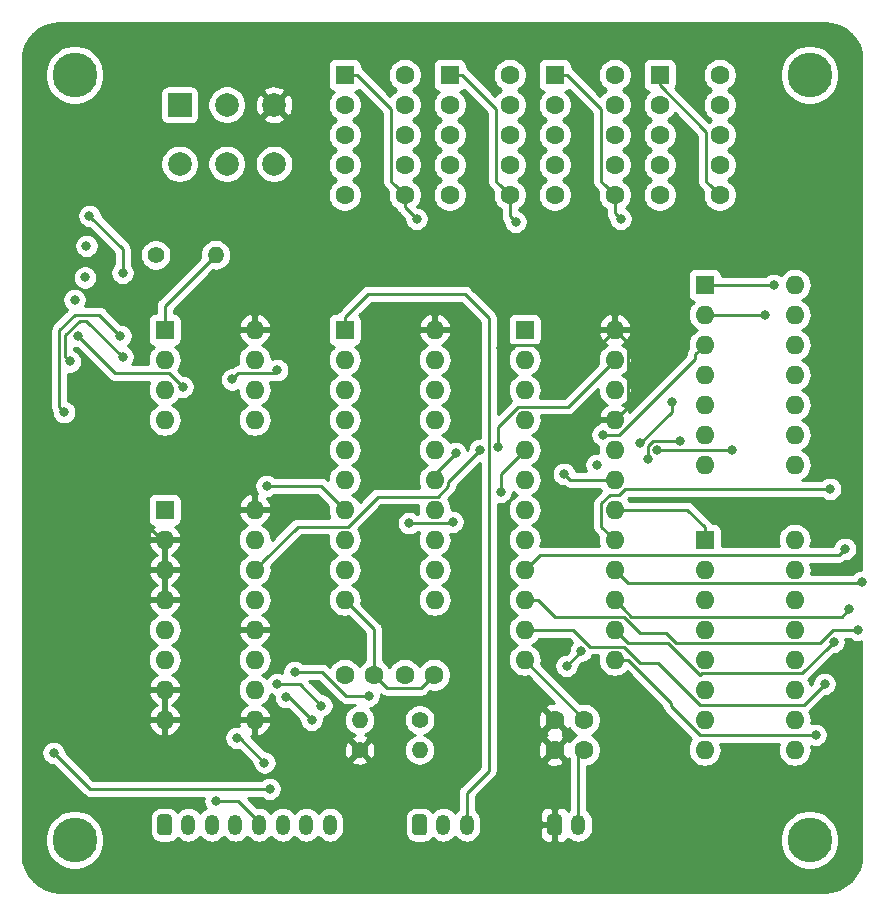
<source format=gbr>
G04 #@! TF.GenerationSoftware,KiCad,Pcbnew,(5.1.2-1)-1*
G04 #@! TF.CreationDate,2019-08-24T15:09:12+10:00*
G04 #@! TF.ProjectId,output-register,6f757470-7574-42d7-9265-676973746572,rev?*
G04 #@! TF.SameCoordinates,Original*
G04 #@! TF.FileFunction,Copper,L2,Bot*
G04 #@! TF.FilePolarity,Positive*
%FSLAX46Y46*%
G04 Gerber Fmt 4.6, Leading zero omitted, Abs format (unit mm)*
G04 Created by KiCad (PCBNEW (5.1.2-1)-1) date 2019-08-24 15:09:12*
%MOMM*%
%LPD*%
G04 APERTURE LIST*
%ADD10R,1.600000X1.600000*%
%ADD11O,1.600000X1.600000*%
%ADD12C,3.790000*%
%ADD13C,1.600000*%
%ADD14C,0.100000*%
%ADD15C,1.200000*%
%ADD16O,1.200000X1.750000*%
%ADD17C,1.400000*%
%ADD18O,1.400000X1.400000*%
%ADD19R,2.000000X2.000000*%
%ADD20C,2.000000*%
%ADD21C,0.800000*%
%ADD22C,0.250000*%
%ADD23C,0.254000*%
G04 APERTURE END LIST*
D10*
X167132000Y-84328000D03*
D11*
X174752000Y-99568000D03*
X167132000Y-86868000D03*
X174752000Y-97028000D03*
X167132000Y-89408000D03*
X174752000Y-94488000D03*
X167132000Y-91948000D03*
X174752000Y-91948000D03*
X167132000Y-94488000D03*
X174752000Y-89408000D03*
X167132000Y-97028000D03*
X174752000Y-86868000D03*
X167132000Y-99568000D03*
X174752000Y-84328000D03*
D12*
X176022000Y-131318000D03*
X176022000Y-66548000D03*
X113792000Y-131318000D03*
X113792000Y-66548000D03*
D13*
X139152000Y-117348000D03*
X136652000Y-117348000D03*
X141732000Y-117348000D03*
X144232000Y-117348000D03*
X154432000Y-123698000D03*
X156932000Y-123698000D03*
X156932000Y-121158000D03*
X154432000Y-121158000D03*
D14*
G36*
X121786505Y-129174204D02*
G01*
X121810773Y-129177804D01*
X121834572Y-129183765D01*
X121857671Y-129192030D01*
X121879850Y-129202520D01*
X121900893Y-129215132D01*
X121920599Y-129229747D01*
X121938777Y-129246223D01*
X121955253Y-129264401D01*
X121969868Y-129284107D01*
X121982480Y-129305150D01*
X121992970Y-129327329D01*
X122001235Y-129350428D01*
X122007196Y-129374227D01*
X122010796Y-129398495D01*
X122012000Y-129422999D01*
X122012000Y-130673001D01*
X122010796Y-130697505D01*
X122007196Y-130721773D01*
X122001235Y-130745572D01*
X121992970Y-130768671D01*
X121982480Y-130790850D01*
X121969868Y-130811893D01*
X121955253Y-130831599D01*
X121938777Y-130849777D01*
X121920599Y-130866253D01*
X121900893Y-130880868D01*
X121879850Y-130893480D01*
X121857671Y-130903970D01*
X121834572Y-130912235D01*
X121810773Y-130918196D01*
X121786505Y-130921796D01*
X121762001Y-130923000D01*
X121061999Y-130923000D01*
X121037495Y-130921796D01*
X121013227Y-130918196D01*
X120989428Y-130912235D01*
X120966329Y-130903970D01*
X120944150Y-130893480D01*
X120923107Y-130880868D01*
X120903401Y-130866253D01*
X120885223Y-130849777D01*
X120868747Y-130831599D01*
X120854132Y-130811893D01*
X120841520Y-130790850D01*
X120831030Y-130768671D01*
X120822765Y-130745572D01*
X120816804Y-130721773D01*
X120813204Y-130697505D01*
X120812000Y-130673001D01*
X120812000Y-129422999D01*
X120813204Y-129398495D01*
X120816804Y-129374227D01*
X120822765Y-129350428D01*
X120831030Y-129327329D01*
X120841520Y-129305150D01*
X120854132Y-129284107D01*
X120868747Y-129264401D01*
X120885223Y-129246223D01*
X120903401Y-129229747D01*
X120923107Y-129215132D01*
X120944150Y-129202520D01*
X120966329Y-129192030D01*
X120989428Y-129183765D01*
X121013227Y-129177804D01*
X121037495Y-129174204D01*
X121061999Y-129173000D01*
X121762001Y-129173000D01*
X121786505Y-129174204D01*
X121786505Y-129174204D01*
G37*
D15*
X121412000Y-130048000D03*
D16*
X123412000Y-130048000D03*
X125412000Y-130048000D03*
X127412000Y-130048000D03*
X129412000Y-130048000D03*
X131412000Y-130048000D03*
X133412000Y-130048000D03*
X135412000Y-130048000D03*
D14*
G36*
X154806505Y-129174204D02*
G01*
X154830773Y-129177804D01*
X154854572Y-129183765D01*
X154877671Y-129192030D01*
X154899850Y-129202520D01*
X154920893Y-129215132D01*
X154940599Y-129229747D01*
X154958777Y-129246223D01*
X154975253Y-129264401D01*
X154989868Y-129284107D01*
X155002480Y-129305150D01*
X155012970Y-129327329D01*
X155021235Y-129350428D01*
X155027196Y-129374227D01*
X155030796Y-129398495D01*
X155032000Y-129422999D01*
X155032000Y-130673001D01*
X155030796Y-130697505D01*
X155027196Y-130721773D01*
X155021235Y-130745572D01*
X155012970Y-130768671D01*
X155002480Y-130790850D01*
X154989868Y-130811893D01*
X154975253Y-130831599D01*
X154958777Y-130849777D01*
X154940599Y-130866253D01*
X154920893Y-130880868D01*
X154899850Y-130893480D01*
X154877671Y-130903970D01*
X154854572Y-130912235D01*
X154830773Y-130918196D01*
X154806505Y-130921796D01*
X154782001Y-130923000D01*
X154081999Y-130923000D01*
X154057495Y-130921796D01*
X154033227Y-130918196D01*
X154009428Y-130912235D01*
X153986329Y-130903970D01*
X153964150Y-130893480D01*
X153943107Y-130880868D01*
X153923401Y-130866253D01*
X153905223Y-130849777D01*
X153888747Y-130831599D01*
X153874132Y-130811893D01*
X153861520Y-130790850D01*
X153851030Y-130768671D01*
X153842765Y-130745572D01*
X153836804Y-130721773D01*
X153833204Y-130697505D01*
X153832000Y-130673001D01*
X153832000Y-129422999D01*
X153833204Y-129398495D01*
X153836804Y-129374227D01*
X153842765Y-129350428D01*
X153851030Y-129327329D01*
X153861520Y-129305150D01*
X153874132Y-129284107D01*
X153888747Y-129264401D01*
X153905223Y-129246223D01*
X153923401Y-129229747D01*
X153943107Y-129215132D01*
X153964150Y-129202520D01*
X153986329Y-129192030D01*
X154009428Y-129183765D01*
X154033227Y-129177804D01*
X154057495Y-129174204D01*
X154081999Y-129173000D01*
X154782001Y-129173000D01*
X154806505Y-129174204D01*
X154806505Y-129174204D01*
G37*
D15*
X154432000Y-130048000D03*
D16*
X156432000Y-130048000D03*
D14*
G36*
X143376505Y-129174204D02*
G01*
X143400773Y-129177804D01*
X143424572Y-129183765D01*
X143447671Y-129192030D01*
X143469850Y-129202520D01*
X143490893Y-129215132D01*
X143510599Y-129229747D01*
X143528777Y-129246223D01*
X143545253Y-129264401D01*
X143559868Y-129284107D01*
X143572480Y-129305150D01*
X143582970Y-129327329D01*
X143591235Y-129350428D01*
X143597196Y-129374227D01*
X143600796Y-129398495D01*
X143602000Y-129422999D01*
X143602000Y-130673001D01*
X143600796Y-130697505D01*
X143597196Y-130721773D01*
X143591235Y-130745572D01*
X143582970Y-130768671D01*
X143572480Y-130790850D01*
X143559868Y-130811893D01*
X143545253Y-130831599D01*
X143528777Y-130849777D01*
X143510599Y-130866253D01*
X143490893Y-130880868D01*
X143469850Y-130893480D01*
X143447671Y-130903970D01*
X143424572Y-130912235D01*
X143400773Y-130918196D01*
X143376505Y-130921796D01*
X143352001Y-130923000D01*
X142651999Y-130923000D01*
X142627495Y-130921796D01*
X142603227Y-130918196D01*
X142579428Y-130912235D01*
X142556329Y-130903970D01*
X142534150Y-130893480D01*
X142513107Y-130880868D01*
X142493401Y-130866253D01*
X142475223Y-130849777D01*
X142458747Y-130831599D01*
X142444132Y-130811893D01*
X142431520Y-130790850D01*
X142421030Y-130768671D01*
X142412765Y-130745572D01*
X142406804Y-130721773D01*
X142403204Y-130697505D01*
X142402000Y-130673001D01*
X142402000Y-129422999D01*
X142403204Y-129398495D01*
X142406804Y-129374227D01*
X142412765Y-129350428D01*
X142421030Y-129327329D01*
X142431520Y-129305150D01*
X142444132Y-129284107D01*
X142458747Y-129264401D01*
X142475223Y-129246223D01*
X142493401Y-129229747D01*
X142513107Y-129215132D01*
X142534150Y-129202520D01*
X142556329Y-129192030D01*
X142579428Y-129183765D01*
X142603227Y-129177804D01*
X142627495Y-129174204D01*
X142651999Y-129173000D01*
X143352001Y-129173000D01*
X143376505Y-129174204D01*
X143376505Y-129174204D01*
G37*
D15*
X143002000Y-130048000D03*
D16*
X145002000Y-130048000D03*
X147002000Y-130048000D03*
D17*
X120650000Y-81788000D03*
D18*
X125730000Y-81788000D03*
D17*
X143002000Y-121158000D03*
D18*
X137922000Y-121158000D03*
X143002000Y-123698000D03*
D17*
X137922000Y-123698000D03*
D19*
X122682000Y-69088000D03*
D20*
X126682000Y-69088000D03*
X130682000Y-69088000D03*
X122682000Y-74088000D03*
X126682000Y-74088000D03*
X130682000Y-74088000D03*
D10*
X121412000Y-88138000D03*
D11*
X129032000Y-95758000D03*
X121412000Y-90678000D03*
X129032000Y-93218000D03*
X121412000Y-93218000D03*
X129032000Y-90678000D03*
X121412000Y-95758000D03*
X129032000Y-88138000D03*
D10*
X136652000Y-88138000D03*
D11*
X144272000Y-110998000D03*
X136652000Y-90678000D03*
X144272000Y-108458000D03*
X136652000Y-93218000D03*
X144272000Y-105918000D03*
X136652000Y-95758000D03*
X144272000Y-103378000D03*
X136652000Y-98298000D03*
X144272000Y-100838000D03*
X136652000Y-100838000D03*
X144272000Y-98298000D03*
X136652000Y-103378000D03*
X144272000Y-95758000D03*
X136652000Y-105918000D03*
X144272000Y-93218000D03*
X136652000Y-108458000D03*
X144272000Y-90678000D03*
X136652000Y-110998000D03*
X144272000Y-88138000D03*
X129032000Y-103378000D03*
X121412000Y-121158000D03*
X129032000Y-105918000D03*
X121412000Y-118618000D03*
X129032000Y-108458000D03*
X121412000Y-116078000D03*
X129032000Y-110998000D03*
X121412000Y-113538000D03*
X129032000Y-113538000D03*
X121412000Y-110998000D03*
X129032000Y-116078000D03*
X121412000Y-108458000D03*
X129032000Y-118618000D03*
X121412000Y-105918000D03*
X129032000Y-121158000D03*
D10*
X121412000Y-103378000D03*
X151892000Y-88138000D03*
D11*
X159512000Y-116078000D03*
X151892000Y-90678000D03*
X159512000Y-113538000D03*
X151892000Y-93218000D03*
X159512000Y-110998000D03*
X151892000Y-95758000D03*
X159512000Y-108458000D03*
X151892000Y-98298000D03*
X159512000Y-105918000D03*
X151892000Y-100838000D03*
X159512000Y-103378000D03*
X151892000Y-103378000D03*
X159512000Y-100838000D03*
X151892000Y-105918000D03*
X159512000Y-98298000D03*
X151892000Y-108458000D03*
X159512000Y-95758000D03*
X151892000Y-110998000D03*
X159512000Y-93218000D03*
X151892000Y-113538000D03*
X159512000Y-90678000D03*
X151892000Y-116078000D03*
X159512000Y-88138000D03*
D10*
X167132000Y-105918000D03*
D11*
X174752000Y-123698000D03*
X167132000Y-108458000D03*
X174752000Y-121158000D03*
X167132000Y-110998000D03*
X174752000Y-118618000D03*
X167132000Y-113538000D03*
X174752000Y-116078000D03*
X167132000Y-116078000D03*
X174752000Y-113538000D03*
X167132000Y-118618000D03*
X174752000Y-110998000D03*
X167132000Y-121158000D03*
X174752000Y-108458000D03*
X167132000Y-123698000D03*
X174752000Y-105918000D03*
D13*
X141732000Y-66548000D03*
X141732000Y-69088000D03*
X141732000Y-71628000D03*
X141732000Y-74168000D03*
X141732000Y-76708000D03*
X136652000Y-76708000D03*
X136652000Y-74168000D03*
X136652000Y-71628000D03*
X136652000Y-69088000D03*
D10*
X136652000Y-66548000D03*
X145542000Y-66548000D03*
D13*
X145542000Y-69088000D03*
X145542000Y-71628000D03*
X145542000Y-74168000D03*
X145542000Y-76708000D03*
X150622000Y-76708000D03*
X150622000Y-74168000D03*
X150622000Y-71628000D03*
X150622000Y-69088000D03*
X150622000Y-66548000D03*
X159512000Y-66548000D03*
X159512000Y-69088000D03*
X159512000Y-71628000D03*
X159512000Y-74168000D03*
X159512000Y-76708000D03*
X154432000Y-76708000D03*
X154432000Y-74168000D03*
X154432000Y-71628000D03*
X154432000Y-69088000D03*
D10*
X154432000Y-66548000D03*
X163322000Y-66548000D03*
D13*
X163322000Y-69088000D03*
X163322000Y-71628000D03*
X163322000Y-74168000D03*
X163322000Y-76708000D03*
X168402000Y-76708000D03*
X168402000Y-74168000D03*
X168402000Y-71628000D03*
X168402000Y-69088000D03*
X168402000Y-66548000D03*
D21*
X157988000Y-99568000D03*
X130302000Y-127000000D03*
X112014000Y-123952000D03*
X133858000Y-121158000D03*
X131694347Y-119248347D03*
X134688858Y-119956858D03*
X130969347Y-118110000D03*
X112776000Y-97536000D03*
X149860000Y-89662000D03*
X146812000Y-89408000D03*
X115054000Y-78494000D03*
X117856000Y-83312000D03*
X114800000Y-81034000D03*
X114673000Y-83701000D03*
X125730000Y-128016000D03*
X113792000Y-85598000D03*
X114046000Y-88646000D03*
X122936000Y-92964000D03*
X130048000Y-101346000D03*
X113403000Y-90813000D03*
X117856000Y-90424000D03*
X127122347Y-92333653D03*
X130941653Y-91562347D03*
X112911000Y-95115000D03*
X117667070Y-88646000D03*
X172974000Y-84328000D03*
X172212000Y-86868000D03*
X132419347Y-117094000D03*
X138684000Y-119126000D03*
X155231000Y-100330000D03*
X158496000Y-97028000D03*
X156681000Y-115311347D03*
X155448000Y-116586000D03*
X146050000Y-98552000D03*
X142108347Y-104516347D03*
X145796000Y-104394000D03*
X149860000Y-101854000D03*
X149606000Y-98044000D03*
X148119000Y-98298000D03*
X129862858Y-124782858D03*
X127508000Y-122682000D03*
X176530000Y-122428000D03*
X178054000Y-114554000D03*
X179402980Y-111760000D03*
X180452000Y-109474000D03*
X177751940Y-101600000D03*
X179001999Y-106680000D03*
X180086000Y-113538000D03*
X177292000Y-118110000D03*
X163105000Y-98298000D03*
X169418000Y-98298000D03*
X160020000Y-78740000D03*
X162380000Y-99111375D03*
X165063000Y-97536000D03*
X151130000Y-78994000D03*
X164338000Y-94234000D03*
X161680935Y-97757818D03*
X142748000Y-78740000D03*
D22*
X143432001Y-118147999D02*
X144232000Y-117348000D01*
X143106999Y-118473001D02*
X143432001Y-118147999D01*
X140277001Y-118473001D02*
X143106999Y-118473001D01*
X139152000Y-117348000D02*
X140277001Y-118473001D01*
X139152000Y-113498000D02*
X136652000Y-110998000D01*
X139152000Y-117348000D02*
X139152000Y-113498000D01*
X156432000Y-124198000D02*
X156932000Y-123698000D01*
X156432000Y-130048000D02*
X156432000Y-124198000D01*
X151892000Y-116118000D02*
X151892000Y-116078000D01*
X156932000Y-121158000D02*
X151892000Y-116118000D01*
X121412000Y-86106000D02*
X125730000Y-81788000D01*
X121412000Y-88138000D02*
X121412000Y-86106000D01*
X167132000Y-104868000D02*
X167132000Y-105918000D01*
X165642000Y-103378000D02*
X167132000Y-104868000D01*
X159512000Y-103378000D02*
X165642000Y-103378000D01*
X115062000Y-127000000D02*
X112014000Y-123952000D01*
X130302000Y-127000000D02*
X115062000Y-127000000D01*
X131948347Y-119248347D02*
X131694347Y-119248347D01*
X133858000Y-121158000D02*
X131948347Y-119248347D01*
X132842000Y-118110000D02*
X130969347Y-118110000D01*
X134688858Y-119956858D02*
X132842000Y-118110000D01*
X121158000Y-105918000D02*
X121412000Y-105918000D01*
X112776000Y-97536000D02*
X121158000Y-105918000D01*
X160311999Y-88937999D02*
X159512000Y-88138000D01*
X160637001Y-89263001D02*
X160311999Y-88937999D01*
X160637001Y-94632999D02*
X160637001Y-89263001D01*
X159512000Y-95758000D02*
X160637001Y-94632999D01*
X150114000Y-89408000D02*
X149860000Y-89662000D01*
X158242000Y-89408000D02*
X150114000Y-89408000D01*
X159512000Y-88138000D02*
X158242000Y-89408000D01*
X145542000Y-88138000D02*
X144272000Y-88138000D01*
X146812000Y-89408000D02*
X145542000Y-88138000D01*
X115054000Y-78494000D02*
X117856000Y-81296000D01*
X117856000Y-81296000D02*
X117856000Y-83312000D01*
X127380000Y-128016000D02*
X125730000Y-128016000D01*
X127655000Y-128016000D02*
X127380000Y-128016000D01*
X129412000Y-129773000D02*
X127655000Y-128016000D01*
X129412000Y-130048000D02*
X129412000Y-129773000D01*
X121775001Y-91803001D02*
X122936000Y-92964000D01*
X117203001Y-91803001D02*
X121775001Y-91803001D01*
X114046000Y-88646000D02*
X117203001Y-91803001D01*
X134620000Y-101346000D02*
X136652000Y-103378000D01*
X130048000Y-101346000D02*
X134620000Y-101346000D01*
X114783990Y-87351990D02*
X117856000Y-90424000D01*
X114267008Y-87351990D02*
X114783990Y-87351990D01*
X113003001Y-88615997D02*
X114267008Y-87351990D01*
X113003001Y-90413001D02*
X113003001Y-88615997D01*
X113403000Y-90813000D02*
X113003001Y-90413001D01*
X130700999Y-91803001D02*
X130941653Y-91562347D01*
X127652999Y-91803001D02*
X130700999Y-91803001D01*
X127122347Y-92333653D02*
X127652999Y-91803001D01*
X116823069Y-87801999D02*
X117667070Y-88646000D01*
X112511001Y-94715001D02*
X112511001Y-88148999D01*
X112911000Y-95115000D02*
X112511001Y-94715001D01*
X115889070Y-86868000D02*
X116823069Y-87801999D01*
X113792000Y-86868000D02*
X115889070Y-86868000D01*
X112511001Y-88148999D02*
X113792000Y-86868000D01*
X167132000Y-84328000D02*
X171704000Y-84328000D01*
X171704000Y-84328000D02*
X172974000Y-84328000D01*
X167132000Y-86868000D02*
X172212000Y-86868000D01*
X147002000Y-127318000D02*
X147002000Y-130048000D01*
X148844000Y-125476000D02*
X147002000Y-127318000D01*
X148844000Y-87122000D02*
X148844000Y-125476000D01*
X146812000Y-85090000D02*
X148844000Y-87122000D01*
X136652000Y-87088000D02*
X138650000Y-85090000D01*
X138650000Y-85090000D02*
X146812000Y-85090000D01*
X136652000Y-88138000D02*
X136652000Y-87088000D01*
X136764998Y-119126000D02*
X138684000Y-119126000D01*
X134732998Y-117094000D02*
X136764998Y-119126000D01*
X132419347Y-117094000D02*
X134732998Y-117094000D01*
X155739000Y-100838000D02*
X155231000Y-100330000D01*
X159512000Y-100838000D02*
X155739000Y-100838000D01*
X159907002Y-97028000D02*
X158496000Y-97028000D01*
X166332001Y-90603001D02*
X159907002Y-97028000D01*
X166332001Y-90207999D02*
X166332001Y-90603001D01*
X167132000Y-89408000D02*
X166332001Y-90207999D01*
X156681000Y-115353000D02*
X155448000Y-116586000D01*
X156681000Y-115311347D02*
X156681000Y-115353000D01*
X144272000Y-100330000D02*
X144272000Y-100838000D01*
X146050000Y-98552000D02*
X144272000Y-100330000D01*
X145673653Y-104516347D02*
X145796000Y-104394000D01*
X142108347Y-104516347D02*
X145673653Y-104516347D01*
X149860000Y-100330000D02*
X151892000Y-98298000D01*
X149860000Y-101854000D02*
X149860000Y-100330000D01*
X151351999Y-94632999D02*
X149606000Y-96378998D01*
X155557001Y-94632999D02*
X151351999Y-94632999D01*
X149606000Y-96378998D02*
X149606000Y-98044000D01*
X159512000Y-90678000D02*
X155557001Y-94632999D01*
X129831999Y-107658001D02*
X129032000Y-108458000D01*
X132697001Y-104792999D02*
X129831999Y-107658001D01*
X136902003Y-104792999D02*
X132697001Y-104792999D01*
X139442003Y-102252999D02*
X136902003Y-104792999D01*
X144522003Y-102252999D02*
X139442003Y-102252999D01*
X145397001Y-101378001D02*
X144522003Y-102252999D01*
X145397001Y-101019999D02*
X145397001Y-101378001D01*
X148119000Y-98298000D02*
X145397001Y-101019999D01*
X127762000Y-122682000D02*
X127508000Y-122682000D01*
X129862858Y-124782858D02*
X127762000Y-122682000D01*
X160643370Y-116078000D02*
X164308371Y-119743001D01*
X159512000Y-116078000D02*
X160643370Y-116078000D01*
X164308371Y-119999373D02*
X166736998Y-122428000D01*
X164308371Y-119743001D02*
X164308371Y-119999373D01*
X166736998Y-122428000D02*
X176530000Y-122428000D01*
X176530000Y-122428000D02*
X176784000Y-122428000D01*
X175404999Y-117203001D02*
X177654001Y-114953999D01*
X160637001Y-114663001D02*
X164051999Y-114663001D01*
X166881997Y-117203001D02*
X175404999Y-117203001D01*
X166736998Y-117348000D02*
X166881997Y-117203001D01*
X164051999Y-114663001D02*
X166736998Y-117348000D01*
X177654001Y-114953999D02*
X178054000Y-114554000D01*
X159512000Y-113538000D02*
X160637001Y-114663001D01*
X160311999Y-111797999D02*
X159512000Y-110998000D01*
X160926999Y-112412999D02*
X160311999Y-111797999D01*
X178749981Y-112412999D02*
X160926999Y-112412999D01*
X179402980Y-111760000D02*
X178749981Y-112412999D01*
X160311999Y-109257999D02*
X159512000Y-108458000D01*
X160637001Y-109583001D02*
X160311999Y-109257999D01*
X178924304Y-109583001D02*
X160637001Y-109583001D01*
X180342999Y-109583001D02*
X180452000Y-109474000D01*
X178924304Y-109583001D02*
X180342999Y-109583001D01*
X158386999Y-102837999D02*
X159116998Y-102108000D01*
X158386999Y-104792999D02*
X158386999Y-102837999D01*
X159512000Y-105918000D02*
X158386999Y-104792999D01*
X159907002Y-102108000D02*
X159116998Y-102108000D01*
X160415002Y-101600000D02*
X159907002Y-102108000D01*
X176276000Y-101600000D02*
X160415002Y-101600000D01*
X176276000Y-101600000D02*
X177751940Y-101600000D01*
X151892000Y-108458000D02*
X153162000Y-107188000D01*
X153162000Y-107188000D02*
X176784000Y-107188000D01*
X178493999Y-107188000D02*
X179001999Y-106680000D01*
X176784000Y-107188000D02*
X178493999Y-107188000D01*
X154438369Y-112412999D02*
X160290589Y-112412999D01*
X153023370Y-110998000D02*
X154438369Y-112412999D01*
X160290589Y-112412999D02*
X161669590Y-113792000D01*
X151892000Y-110998000D02*
X153023370Y-110998000D01*
X161669590Y-113792000D02*
X163830000Y-113792000D01*
X164701001Y-114663001D02*
X174211999Y-114663001D01*
X163830000Y-113792000D02*
X164701001Y-114663001D01*
X174211999Y-114663001D02*
X174841992Y-114663001D01*
X177996998Y-113538000D02*
X180086000Y-113538000D01*
X176871997Y-114663001D02*
X177996998Y-113538000D01*
X174841992Y-114663001D02*
X176871997Y-114663001D01*
X160290589Y-114952999D02*
X161669590Y-116332000D01*
X157395654Y-114952999D02*
X160290589Y-114952999D01*
X155980655Y-113538000D02*
X157395654Y-114952999D01*
X151892000Y-113538000D02*
X155980655Y-113538000D01*
X163180998Y-116332000D02*
X166736998Y-119888000D01*
X161669590Y-116332000D02*
X163180998Y-116332000D01*
X176892001Y-118509999D02*
X175514000Y-119888000D01*
X177292000Y-118110000D02*
X176892001Y-118509999D01*
X166736998Y-119888000D02*
X175514000Y-119888000D01*
X167276999Y-71377997D02*
X167276999Y-75582999D01*
X163322000Y-67422998D02*
X167276999Y-71377997D01*
X167602001Y-75908001D02*
X168402000Y-76708000D01*
X167276999Y-75582999D02*
X167602001Y-75908001D01*
X163322000Y-66548000D02*
X163322000Y-67422998D01*
X163105000Y-98298000D02*
X169418000Y-98298000D01*
X158712001Y-75908001D02*
X159512000Y-76708000D01*
X158386999Y-69452999D02*
X158386999Y-75582999D01*
X155482000Y-66548000D02*
X158386999Y-69452999D01*
X158386999Y-75582999D02*
X158712001Y-75908001D01*
X154432000Y-66548000D02*
X155482000Y-66548000D01*
X159512000Y-78232000D02*
X160020000Y-78740000D01*
X159512000Y-76708000D02*
X159512000Y-78232000D01*
X162380000Y-97949998D02*
X162793998Y-97536000D01*
X162793998Y-97536000D02*
X165063000Y-97536000D01*
X162380000Y-99111375D02*
X162380000Y-97949998D01*
X149822001Y-75908001D02*
X150622000Y-76708000D01*
X146592000Y-66548000D02*
X149496999Y-69452999D01*
X149496999Y-75582999D02*
X149822001Y-75908001D01*
X149496999Y-69452999D02*
X149496999Y-75582999D01*
X145542000Y-66548000D02*
X146592000Y-66548000D01*
X150622000Y-78486000D02*
X151130000Y-78994000D01*
X150622000Y-76708000D02*
X150622000Y-78486000D01*
X164338000Y-95100753D02*
X161680935Y-97757818D01*
X164338000Y-94234000D02*
X164338000Y-95100753D01*
X140932001Y-75908001D02*
X141732000Y-76708000D01*
X140606999Y-69452999D02*
X140606999Y-75582999D01*
X137702000Y-66548000D02*
X140606999Y-69452999D01*
X140606999Y-75582999D02*
X140932001Y-75908001D01*
X136652000Y-66548000D02*
X137702000Y-66548000D01*
X141732000Y-77724000D02*
X142748000Y-78740000D01*
X141732000Y-76708000D02*
X141732000Y-77724000D01*
D23*
G36*
X177898344Y-62215738D02*
G01*
X178481595Y-62391832D01*
X179019529Y-62677856D01*
X179491667Y-63062922D01*
X179880019Y-63532359D01*
X180169794Y-64068286D01*
X180349955Y-64650291D01*
X180417000Y-65288189D01*
X180417001Y-108439000D01*
X180350061Y-108439000D01*
X180150102Y-108478774D01*
X179961744Y-108556795D01*
X179792226Y-108670063D01*
X179648063Y-108814226D01*
X179642200Y-108823001D01*
X176140849Y-108823001D01*
X176166236Y-108739309D01*
X176193943Y-108458000D01*
X176166236Y-108176691D01*
X176096864Y-107948000D01*
X178456677Y-107948000D01*
X178493999Y-107951676D01*
X178531321Y-107948000D01*
X178531332Y-107948000D01*
X178642985Y-107937003D01*
X178786246Y-107893546D01*
X178918275Y-107822974D01*
X179034000Y-107728001D01*
X179044670Y-107715000D01*
X179103938Y-107715000D01*
X179303897Y-107675226D01*
X179492255Y-107597205D01*
X179661773Y-107483937D01*
X179805936Y-107339774D01*
X179919204Y-107170256D01*
X179997225Y-106981898D01*
X180036999Y-106781939D01*
X180036999Y-106578061D01*
X179997225Y-106378102D01*
X179919204Y-106189744D01*
X179805936Y-106020226D01*
X179661773Y-105876063D01*
X179492255Y-105762795D01*
X179303897Y-105684774D01*
X179103938Y-105645000D01*
X178900060Y-105645000D01*
X178700101Y-105684774D01*
X178511743Y-105762795D01*
X178342225Y-105876063D01*
X178198062Y-106020226D01*
X178084794Y-106189744D01*
X178006773Y-106378102D01*
X177996848Y-106428000D01*
X176096864Y-106428000D01*
X176166236Y-106199309D01*
X176193943Y-105918000D01*
X176166236Y-105636691D01*
X176084182Y-105366192D01*
X175950932Y-105116899D01*
X175771608Y-104898392D01*
X175553101Y-104719068D01*
X175303808Y-104585818D01*
X175033309Y-104503764D01*
X174822492Y-104483000D01*
X174681508Y-104483000D01*
X174470691Y-104503764D01*
X174200192Y-104585818D01*
X173950899Y-104719068D01*
X173732392Y-104898392D01*
X173553068Y-105116899D01*
X173419818Y-105366192D01*
X173337764Y-105636691D01*
X173310057Y-105918000D01*
X173337764Y-106199309D01*
X173407136Y-106428000D01*
X168570072Y-106428000D01*
X168570072Y-105118000D01*
X168557812Y-104993518D01*
X168521502Y-104873820D01*
X168462537Y-104763506D01*
X168383185Y-104666815D01*
X168286494Y-104587463D01*
X168176180Y-104528498D01*
X168056482Y-104492188D01*
X167932000Y-104479928D01*
X167786326Y-104479928D01*
X167766974Y-104443724D01*
X167672001Y-104327999D01*
X167643004Y-104304202D01*
X166205804Y-102867003D01*
X166182001Y-102837999D01*
X166066276Y-102743026D01*
X165934247Y-102672454D01*
X165790986Y-102628997D01*
X165679333Y-102618000D01*
X165679322Y-102618000D01*
X165642000Y-102614324D01*
X165604678Y-102618000D01*
X160732901Y-102618000D01*
X160710932Y-102576899D01*
X160621670Y-102468133D01*
X160729804Y-102360000D01*
X177048229Y-102360000D01*
X177092166Y-102403937D01*
X177261684Y-102517205D01*
X177450042Y-102595226D01*
X177650001Y-102635000D01*
X177853879Y-102635000D01*
X178053838Y-102595226D01*
X178242196Y-102517205D01*
X178411714Y-102403937D01*
X178555877Y-102259774D01*
X178669145Y-102090256D01*
X178747166Y-101901898D01*
X178786940Y-101701939D01*
X178786940Y-101498061D01*
X178747166Y-101298102D01*
X178669145Y-101109744D01*
X178555877Y-100940226D01*
X178411714Y-100796063D01*
X178242196Y-100682795D01*
X178053838Y-100604774D01*
X177853879Y-100565000D01*
X177650001Y-100565000D01*
X177450042Y-100604774D01*
X177261684Y-100682795D01*
X177092166Y-100796063D01*
X177048229Y-100840000D01*
X175416401Y-100840000D01*
X175553101Y-100766932D01*
X175771608Y-100587608D01*
X175950932Y-100369101D01*
X176084182Y-100119808D01*
X176166236Y-99849309D01*
X176193943Y-99568000D01*
X176166236Y-99286691D01*
X176084182Y-99016192D01*
X175950932Y-98766899D01*
X175771608Y-98548392D01*
X175553101Y-98369068D01*
X175420142Y-98298000D01*
X175553101Y-98226932D01*
X175771608Y-98047608D01*
X175950932Y-97829101D01*
X176084182Y-97579808D01*
X176166236Y-97309309D01*
X176193943Y-97028000D01*
X176166236Y-96746691D01*
X176084182Y-96476192D01*
X175950932Y-96226899D01*
X175771608Y-96008392D01*
X175553101Y-95829068D01*
X175420142Y-95758000D01*
X175553101Y-95686932D01*
X175771608Y-95507608D01*
X175950932Y-95289101D01*
X176084182Y-95039808D01*
X176166236Y-94769309D01*
X176193943Y-94488000D01*
X176166236Y-94206691D01*
X176084182Y-93936192D01*
X175950932Y-93686899D01*
X175771608Y-93468392D01*
X175553101Y-93289068D01*
X175420142Y-93218000D01*
X175553101Y-93146932D01*
X175771608Y-92967608D01*
X175950932Y-92749101D01*
X176084182Y-92499808D01*
X176166236Y-92229309D01*
X176193943Y-91948000D01*
X176166236Y-91666691D01*
X176084182Y-91396192D01*
X175950932Y-91146899D01*
X175771608Y-90928392D01*
X175553101Y-90749068D01*
X175420142Y-90678000D01*
X175553101Y-90606932D01*
X175771608Y-90427608D01*
X175950932Y-90209101D01*
X176084182Y-89959808D01*
X176166236Y-89689309D01*
X176193943Y-89408000D01*
X176166236Y-89126691D01*
X176084182Y-88856192D01*
X175950932Y-88606899D01*
X175771608Y-88388392D01*
X175553101Y-88209068D01*
X175420142Y-88138000D01*
X175553101Y-88066932D01*
X175771608Y-87887608D01*
X175950932Y-87669101D01*
X176084182Y-87419808D01*
X176166236Y-87149309D01*
X176193943Y-86868000D01*
X176166236Y-86586691D01*
X176084182Y-86316192D01*
X175950932Y-86066899D01*
X175771608Y-85848392D01*
X175553101Y-85669068D01*
X175420142Y-85598000D01*
X175553101Y-85526932D01*
X175771608Y-85347608D01*
X175950932Y-85129101D01*
X176084182Y-84879808D01*
X176166236Y-84609309D01*
X176193943Y-84328000D01*
X176166236Y-84046691D01*
X176084182Y-83776192D01*
X175950932Y-83526899D01*
X175771608Y-83308392D01*
X175553101Y-83129068D01*
X175303808Y-82995818D01*
X175033309Y-82913764D01*
X174822492Y-82893000D01*
X174681508Y-82893000D01*
X174470691Y-82913764D01*
X174200192Y-82995818D01*
X173950899Y-83129068D01*
X173732392Y-83308392D01*
X173583154Y-83490240D01*
X173464256Y-83410795D01*
X173275898Y-83332774D01*
X173075939Y-83293000D01*
X172872061Y-83293000D01*
X172672102Y-83332774D01*
X172483744Y-83410795D01*
X172314226Y-83524063D01*
X172270289Y-83568000D01*
X168570072Y-83568000D01*
X168570072Y-83528000D01*
X168557812Y-83403518D01*
X168521502Y-83283820D01*
X168462537Y-83173506D01*
X168383185Y-83076815D01*
X168286494Y-82997463D01*
X168176180Y-82938498D01*
X168056482Y-82902188D01*
X167932000Y-82889928D01*
X166332000Y-82889928D01*
X166207518Y-82902188D01*
X166087820Y-82938498D01*
X165977506Y-82997463D01*
X165880815Y-83076815D01*
X165801463Y-83173506D01*
X165742498Y-83283820D01*
X165706188Y-83403518D01*
X165693928Y-83528000D01*
X165693928Y-85128000D01*
X165706188Y-85252482D01*
X165742498Y-85372180D01*
X165801463Y-85482494D01*
X165880815Y-85579185D01*
X165977506Y-85658537D01*
X166087820Y-85717502D01*
X166207518Y-85753812D01*
X166225482Y-85755581D01*
X166112392Y-85848392D01*
X165933068Y-86066899D01*
X165799818Y-86316192D01*
X165717764Y-86586691D01*
X165690057Y-86868000D01*
X165717764Y-87149309D01*
X165799818Y-87419808D01*
X165933068Y-87669101D01*
X166112392Y-87887608D01*
X166330899Y-88066932D01*
X166463858Y-88138000D01*
X166330899Y-88209068D01*
X166112392Y-88388392D01*
X165933068Y-88606899D01*
X165799818Y-88856192D01*
X165717764Y-89126691D01*
X165690057Y-89408000D01*
X165717764Y-89689309D01*
X165733078Y-89739795D01*
X165697027Y-89783723D01*
X165659464Y-89853998D01*
X165626455Y-89915753D01*
X165582998Y-90059014D01*
X165572001Y-90170667D01*
X165572001Y-90170677D01*
X165568325Y-90207999D01*
X165572001Y-90245321D01*
X165572001Y-90288199D01*
X160774035Y-95086165D01*
X160743037Y-95020580D01*
X160575519Y-94794586D01*
X160367131Y-94605615D01*
X160175318Y-94490579D01*
X160313101Y-94416932D01*
X160531608Y-94237608D01*
X160710932Y-94019101D01*
X160844182Y-93769808D01*
X160926236Y-93499309D01*
X160953943Y-93218000D01*
X160926236Y-92936691D01*
X160844182Y-92666192D01*
X160710932Y-92416899D01*
X160531608Y-92198392D01*
X160313101Y-92019068D01*
X160180142Y-91948000D01*
X160313101Y-91876932D01*
X160531608Y-91697608D01*
X160710932Y-91479101D01*
X160844182Y-91229808D01*
X160926236Y-90959309D01*
X160953943Y-90678000D01*
X160926236Y-90396691D01*
X160844182Y-90126192D01*
X160710932Y-89876899D01*
X160531608Y-89658392D01*
X160313101Y-89479068D01*
X160175318Y-89405421D01*
X160367131Y-89290385D01*
X160575519Y-89101414D01*
X160743037Y-88875420D01*
X160863246Y-88621087D01*
X160903904Y-88487039D01*
X160781915Y-88265000D01*
X159639000Y-88265000D01*
X159639000Y-88285000D01*
X159385000Y-88285000D01*
X159385000Y-88265000D01*
X158242085Y-88265000D01*
X158120096Y-88487039D01*
X158160754Y-88621087D01*
X158280963Y-88875420D01*
X158448481Y-89101414D01*
X158656869Y-89290385D01*
X158848682Y-89405421D01*
X158710899Y-89479068D01*
X158492392Y-89658392D01*
X158313068Y-89876899D01*
X158179818Y-90126192D01*
X158097764Y-90396691D01*
X158070057Y-90678000D01*
X158097764Y-90959309D01*
X158111292Y-91003906D01*
X155242200Y-93872999D01*
X153169025Y-93872999D01*
X153224182Y-93769808D01*
X153306236Y-93499309D01*
X153333943Y-93218000D01*
X153306236Y-92936691D01*
X153224182Y-92666192D01*
X153090932Y-92416899D01*
X152911608Y-92198392D01*
X152693101Y-92019068D01*
X152560142Y-91948000D01*
X152693101Y-91876932D01*
X152911608Y-91697608D01*
X153090932Y-91479101D01*
X153224182Y-91229808D01*
X153306236Y-90959309D01*
X153333943Y-90678000D01*
X153306236Y-90396691D01*
X153224182Y-90126192D01*
X153090932Y-89876899D01*
X152911608Y-89658392D01*
X152798518Y-89565581D01*
X152816482Y-89563812D01*
X152936180Y-89527502D01*
X153046494Y-89468537D01*
X153143185Y-89389185D01*
X153222537Y-89292494D01*
X153281502Y-89182180D01*
X153317812Y-89062482D01*
X153330072Y-88938000D01*
X153330072Y-87788961D01*
X158120096Y-87788961D01*
X158242085Y-88011000D01*
X159385000Y-88011000D01*
X159385000Y-86867376D01*
X159639000Y-86867376D01*
X159639000Y-88011000D01*
X160781915Y-88011000D01*
X160903904Y-87788961D01*
X160863246Y-87654913D01*
X160743037Y-87400580D01*
X160575519Y-87174586D01*
X160367131Y-86985615D01*
X160125881Y-86840930D01*
X159861040Y-86746091D01*
X159639000Y-86867376D01*
X159385000Y-86867376D01*
X159162960Y-86746091D01*
X158898119Y-86840930D01*
X158656869Y-86985615D01*
X158448481Y-87174586D01*
X158280963Y-87400580D01*
X158160754Y-87654913D01*
X158120096Y-87788961D01*
X153330072Y-87788961D01*
X153330072Y-87338000D01*
X153317812Y-87213518D01*
X153281502Y-87093820D01*
X153222537Y-86983506D01*
X153143185Y-86886815D01*
X153046494Y-86807463D01*
X152936180Y-86748498D01*
X152816482Y-86712188D01*
X152692000Y-86699928D01*
X151092000Y-86699928D01*
X150967518Y-86712188D01*
X150847820Y-86748498D01*
X150737506Y-86807463D01*
X150640815Y-86886815D01*
X150561463Y-86983506D01*
X150502498Y-87093820D01*
X150466188Y-87213518D01*
X150453928Y-87338000D01*
X150453928Y-88938000D01*
X150466188Y-89062482D01*
X150502498Y-89182180D01*
X150561463Y-89292494D01*
X150640815Y-89389185D01*
X150737506Y-89468537D01*
X150847820Y-89527502D01*
X150967518Y-89563812D01*
X150985482Y-89565581D01*
X150872392Y-89658392D01*
X150693068Y-89876899D01*
X150559818Y-90126192D01*
X150477764Y-90396691D01*
X150450057Y-90678000D01*
X150477764Y-90959309D01*
X150559818Y-91229808D01*
X150693068Y-91479101D01*
X150872392Y-91697608D01*
X151090899Y-91876932D01*
X151223858Y-91948000D01*
X151090899Y-92019068D01*
X150872392Y-92198392D01*
X150693068Y-92416899D01*
X150559818Y-92666192D01*
X150477764Y-92936691D01*
X150450057Y-93218000D01*
X150477764Y-93499309D01*
X150559818Y-93769808D01*
X150693068Y-94019101D01*
X150782329Y-94127866D01*
X149604000Y-95306196D01*
X149604000Y-87159323D01*
X149607676Y-87122000D01*
X149604000Y-87084677D01*
X149604000Y-87084667D01*
X149593003Y-86973014D01*
X149549546Y-86829753D01*
X149527330Y-86788191D01*
X149478974Y-86697723D01*
X149407799Y-86610997D01*
X149384001Y-86581999D01*
X149355004Y-86558202D01*
X147375804Y-84579003D01*
X147352001Y-84549999D01*
X147236276Y-84455026D01*
X147104247Y-84384454D01*
X146960986Y-84340997D01*
X146849333Y-84330000D01*
X146849322Y-84330000D01*
X146812000Y-84326324D01*
X146774678Y-84330000D01*
X138687325Y-84330000D01*
X138650000Y-84326324D01*
X138612675Y-84330000D01*
X138612667Y-84330000D01*
X138501014Y-84340997D01*
X138357753Y-84384454D01*
X138225724Y-84455026D01*
X138109999Y-84549999D01*
X138086201Y-84578997D01*
X136140998Y-86524201D01*
X136112000Y-86547999D01*
X136088202Y-86576997D01*
X136088201Y-86576998D01*
X136017026Y-86663724D01*
X135997674Y-86699928D01*
X135852000Y-86699928D01*
X135727518Y-86712188D01*
X135607820Y-86748498D01*
X135497506Y-86807463D01*
X135400815Y-86886815D01*
X135321463Y-86983506D01*
X135262498Y-87093820D01*
X135226188Y-87213518D01*
X135213928Y-87338000D01*
X135213928Y-88938000D01*
X135226188Y-89062482D01*
X135262498Y-89182180D01*
X135321463Y-89292494D01*
X135400815Y-89389185D01*
X135497506Y-89468537D01*
X135607820Y-89527502D01*
X135727518Y-89563812D01*
X135745482Y-89565581D01*
X135632392Y-89658392D01*
X135453068Y-89876899D01*
X135319818Y-90126192D01*
X135237764Y-90396691D01*
X135210057Y-90678000D01*
X135237764Y-90959309D01*
X135319818Y-91229808D01*
X135453068Y-91479101D01*
X135632392Y-91697608D01*
X135850899Y-91876932D01*
X135983858Y-91948000D01*
X135850899Y-92019068D01*
X135632392Y-92198392D01*
X135453068Y-92416899D01*
X135319818Y-92666192D01*
X135237764Y-92936691D01*
X135210057Y-93218000D01*
X135237764Y-93499309D01*
X135319818Y-93769808D01*
X135453068Y-94019101D01*
X135632392Y-94237608D01*
X135850899Y-94416932D01*
X135983858Y-94488000D01*
X135850899Y-94559068D01*
X135632392Y-94738392D01*
X135453068Y-94956899D01*
X135319818Y-95206192D01*
X135237764Y-95476691D01*
X135210057Y-95758000D01*
X135237764Y-96039309D01*
X135319818Y-96309808D01*
X135453068Y-96559101D01*
X135632392Y-96777608D01*
X135850899Y-96956932D01*
X135983858Y-97028000D01*
X135850899Y-97099068D01*
X135632392Y-97278392D01*
X135453068Y-97496899D01*
X135319818Y-97746192D01*
X135237764Y-98016691D01*
X135210057Y-98298000D01*
X135237764Y-98579309D01*
X135319818Y-98849808D01*
X135453068Y-99099101D01*
X135632392Y-99317608D01*
X135850899Y-99496932D01*
X135983858Y-99568000D01*
X135850899Y-99639068D01*
X135632392Y-99818392D01*
X135453068Y-100036899D01*
X135319818Y-100286192D01*
X135237764Y-100556691D01*
X135210057Y-100838000D01*
X135212598Y-100863797D01*
X135183804Y-100835003D01*
X135160001Y-100805999D01*
X135044276Y-100711026D01*
X134912247Y-100640454D01*
X134768986Y-100596997D01*
X134657333Y-100586000D01*
X134657322Y-100586000D01*
X134620000Y-100582324D01*
X134582678Y-100586000D01*
X130751711Y-100586000D01*
X130707774Y-100542063D01*
X130538256Y-100428795D01*
X130349898Y-100350774D01*
X130149939Y-100311000D01*
X129946061Y-100311000D01*
X129746102Y-100350774D01*
X129557744Y-100428795D01*
X129388226Y-100542063D01*
X129244063Y-100686226D01*
X129130795Y-100855744D01*
X129052774Y-101044102D01*
X129013000Y-101244061D01*
X129013000Y-101447939D01*
X129052774Y-101647898D01*
X129130795Y-101836256D01*
X129244063Y-102005774D01*
X129279723Y-102041434D01*
X129159000Y-102107376D01*
X129159000Y-103251000D01*
X130301915Y-103251000D01*
X130423904Y-103028961D01*
X130383246Y-102894913D01*
X130263037Y-102640580D01*
X130095519Y-102414586D01*
X130058482Y-102381000D01*
X130149939Y-102381000D01*
X130349898Y-102341226D01*
X130538256Y-102263205D01*
X130707774Y-102149937D01*
X130751711Y-102106000D01*
X134305199Y-102106000D01*
X135251292Y-103052094D01*
X135237764Y-103096691D01*
X135210057Y-103378000D01*
X135237764Y-103659309D01*
X135319818Y-103929808D01*
X135374975Y-104032999D01*
X132734326Y-104032999D01*
X132697001Y-104029323D01*
X132659676Y-104032999D01*
X132659668Y-104032999D01*
X132548015Y-104043996D01*
X132404754Y-104087453D01*
X132272725Y-104158025D01*
X132157000Y-104252998D01*
X132133202Y-104281996D01*
X130471402Y-105943796D01*
X130473943Y-105918000D01*
X130446236Y-105636691D01*
X130364182Y-105366192D01*
X130230932Y-105116899D01*
X130051608Y-104898392D01*
X129833101Y-104719068D01*
X129695318Y-104645421D01*
X129887131Y-104530385D01*
X130095519Y-104341414D01*
X130263037Y-104115420D01*
X130383246Y-103861087D01*
X130423904Y-103727039D01*
X130301915Y-103505000D01*
X129159000Y-103505000D01*
X129159000Y-103525000D01*
X128905000Y-103525000D01*
X128905000Y-103505000D01*
X127762085Y-103505000D01*
X127640096Y-103727039D01*
X127680754Y-103861087D01*
X127800963Y-104115420D01*
X127968481Y-104341414D01*
X128176869Y-104530385D01*
X128368682Y-104645421D01*
X128230899Y-104719068D01*
X128012392Y-104898392D01*
X127833068Y-105116899D01*
X127699818Y-105366192D01*
X127617764Y-105636691D01*
X127590057Y-105918000D01*
X127617764Y-106199309D01*
X127699818Y-106469808D01*
X127833068Y-106719101D01*
X128012392Y-106937608D01*
X128230899Y-107116932D01*
X128363858Y-107188000D01*
X128230899Y-107259068D01*
X128012392Y-107438392D01*
X127833068Y-107656899D01*
X127699818Y-107906192D01*
X127617764Y-108176691D01*
X127590057Y-108458000D01*
X127617764Y-108739309D01*
X127699818Y-109009808D01*
X127833068Y-109259101D01*
X128012392Y-109477608D01*
X128230899Y-109656932D01*
X128363858Y-109728000D01*
X128230899Y-109799068D01*
X128012392Y-109978392D01*
X127833068Y-110196899D01*
X127699818Y-110446192D01*
X127617764Y-110716691D01*
X127590057Y-110998000D01*
X127617764Y-111279309D01*
X127699818Y-111549808D01*
X127833068Y-111799101D01*
X128012392Y-112017608D01*
X128230899Y-112196932D01*
X128368682Y-112270579D01*
X128176869Y-112385615D01*
X127968481Y-112574586D01*
X127800963Y-112800580D01*
X127680754Y-113054913D01*
X127640096Y-113188961D01*
X127762085Y-113411000D01*
X128905000Y-113411000D01*
X128905000Y-113391000D01*
X129159000Y-113391000D01*
X129159000Y-113411000D01*
X130301915Y-113411000D01*
X130423904Y-113188961D01*
X130383246Y-113054913D01*
X130263037Y-112800580D01*
X130095519Y-112574586D01*
X129887131Y-112385615D01*
X129695318Y-112270579D01*
X129833101Y-112196932D01*
X130051608Y-112017608D01*
X130230932Y-111799101D01*
X130364182Y-111549808D01*
X130446236Y-111279309D01*
X130473943Y-110998000D01*
X130446236Y-110716691D01*
X130364182Y-110446192D01*
X130230932Y-110196899D01*
X130051608Y-109978392D01*
X129833101Y-109799068D01*
X129700142Y-109728000D01*
X129833101Y-109656932D01*
X130051608Y-109477608D01*
X130230932Y-109259101D01*
X130364182Y-109009808D01*
X130446236Y-108739309D01*
X130473943Y-108458000D01*
X130446236Y-108176691D01*
X130432708Y-108132093D01*
X133011803Y-105552999D01*
X135263151Y-105552999D01*
X135237764Y-105636691D01*
X135210057Y-105918000D01*
X135237764Y-106199309D01*
X135319818Y-106469808D01*
X135453068Y-106719101D01*
X135632392Y-106937608D01*
X135850899Y-107116932D01*
X135983858Y-107188000D01*
X135850899Y-107259068D01*
X135632392Y-107438392D01*
X135453068Y-107656899D01*
X135319818Y-107906192D01*
X135237764Y-108176691D01*
X135210057Y-108458000D01*
X135237764Y-108739309D01*
X135319818Y-109009808D01*
X135453068Y-109259101D01*
X135632392Y-109477608D01*
X135850899Y-109656932D01*
X135983858Y-109728000D01*
X135850899Y-109799068D01*
X135632392Y-109978392D01*
X135453068Y-110196899D01*
X135319818Y-110446192D01*
X135237764Y-110716691D01*
X135210057Y-110998000D01*
X135237764Y-111279309D01*
X135319818Y-111549808D01*
X135453068Y-111799101D01*
X135632392Y-112017608D01*
X135850899Y-112196932D01*
X136100192Y-112330182D01*
X136370691Y-112412236D01*
X136581508Y-112433000D01*
X136722492Y-112433000D01*
X136933309Y-112412236D01*
X136977906Y-112398708D01*
X138392001Y-113812803D01*
X138392000Y-116129956D01*
X138237241Y-116233363D01*
X138037363Y-116433241D01*
X137902000Y-116635827D01*
X137766637Y-116433241D01*
X137566759Y-116233363D01*
X137331727Y-116076320D01*
X137070574Y-115968147D01*
X136793335Y-115913000D01*
X136510665Y-115913000D01*
X136233426Y-115968147D01*
X135972273Y-116076320D01*
X135737241Y-116233363D01*
X135537363Y-116433241D01*
X135381022Y-116667223D01*
X135296802Y-116583003D01*
X135272999Y-116553999D01*
X135157274Y-116459026D01*
X135025245Y-116388454D01*
X134881984Y-116344997D01*
X134770331Y-116334000D01*
X134770320Y-116334000D01*
X134732998Y-116330324D01*
X134695676Y-116334000D01*
X133123058Y-116334000D01*
X133079121Y-116290063D01*
X132909603Y-116176795D01*
X132721245Y-116098774D01*
X132521286Y-116059000D01*
X132317408Y-116059000D01*
X132117449Y-116098774D01*
X131929091Y-116176795D01*
X131759573Y-116290063D01*
X131615410Y-116434226D01*
X131502142Y-116603744D01*
X131424121Y-116792102D01*
X131384347Y-116992061D01*
X131384347Y-117161623D01*
X131271245Y-117114774D01*
X131071286Y-117075000D01*
X130867408Y-117075000D01*
X130667449Y-117114774D01*
X130479091Y-117192795D01*
X130309573Y-117306063D01*
X130165410Y-117450226D01*
X130059766Y-117608333D01*
X130051608Y-117598392D01*
X129833101Y-117419068D01*
X129700142Y-117348000D01*
X129833101Y-117276932D01*
X130051608Y-117097608D01*
X130230932Y-116879101D01*
X130364182Y-116629808D01*
X130446236Y-116359309D01*
X130473943Y-116078000D01*
X130446236Y-115796691D01*
X130364182Y-115526192D01*
X130230932Y-115276899D01*
X130051608Y-115058392D01*
X129833101Y-114879068D01*
X129695318Y-114805421D01*
X129887131Y-114690385D01*
X130095519Y-114501414D01*
X130263037Y-114275420D01*
X130383246Y-114021087D01*
X130423904Y-113887039D01*
X130301915Y-113665000D01*
X129159000Y-113665000D01*
X129159000Y-113685000D01*
X128905000Y-113685000D01*
X128905000Y-113665000D01*
X127762085Y-113665000D01*
X127640096Y-113887039D01*
X127680754Y-114021087D01*
X127800963Y-114275420D01*
X127968481Y-114501414D01*
X128176869Y-114690385D01*
X128368682Y-114805421D01*
X128230899Y-114879068D01*
X128012392Y-115058392D01*
X127833068Y-115276899D01*
X127699818Y-115526192D01*
X127617764Y-115796691D01*
X127590057Y-116078000D01*
X127617764Y-116359309D01*
X127699818Y-116629808D01*
X127833068Y-116879101D01*
X128012392Y-117097608D01*
X128230899Y-117276932D01*
X128363858Y-117348000D01*
X128230899Y-117419068D01*
X128012392Y-117598392D01*
X127833068Y-117816899D01*
X127699818Y-118066192D01*
X127617764Y-118336691D01*
X127590057Y-118618000D01*
X127617764Y-118899309D01*
X127699818Y-119169808D01*
X127833068Y-119419101D01*
X128012392Y-119637608D01*
X128230899Y-119816932D01*
X128368682Y-119890579D01*
X128176869Y-120005615D01*
X127968481Y-120194586D01*
X127800963Y-120420580D01*
X127680754Y-120674913D01*
X127640096Y-120808961D01*
X127762085Y-121031000D01*
X128905000Y-121031000D01*
X128905000Y-121011000D01*
X129159000Y-121011000D01*
X129159000Y-121031000D01*
X130301915Y-121031000D01*
X130423904Y-120808961D01*
X130383246Y-120674913D01*
X130263037Y-120420580D01*
X130095519Y-120194586D01*
X129887131Y-120005615D01*
X129695318Y-119890579D01*
X129833101Y-119816932D01*
X130051608Y-119637608D01*
X130230932Y-119419101D01*
X130364182Y-119169808D01*
X130419515Y-118987398D01*
X130479091Y-119027205D01*
X130667449Y-119105226D01*
X130667535Y-119105243D01*
X130659347Y-119146408D01*
X130659347Y-119350286D01*
X130699121Y-119550245D01*
X130777142Y-119738603D01*
X130890410Y-119908121D01*
X131034573Y-120052284D01*
X131204091Y-120165552D01*
X131392449Y-120243573D01*
X131592408Y-120283347D01*
X131796286Y-120283347D01*
X131889921Y-120264722D01*
X132823000Y-121197802D01*
X132823000Y-121259939D01*
X132862774Y-121459898D01*
X132940795Y-121648256D01*
X133054063Y-121817774D01*
X133198226Y-121961937D01*
X133367744Y-122075205D01*
X133556102Y-122153226D01*
X133756061Y-122193000D01*
X133959939Y-122193000D01*
X134159898Y-122153226D01*
X134348256Y-122075205D01*
X134517774Y-121961937D01*
X134661937Y-121817774D01*
X134775205Y-121648256D01*
X134853226Y-121459898D01*
X134893000Y-121259939D01*
X134893000Y-121056061D01*
X134876826Y-120974746D01*
X134990756Y-120952084D01*
X135179114Y-120874063D01*
X135348632Y-120760795D01*
X135492795Y-120616632D01*
X135606063Y-120447114D01*
X135684084Y-120258756D01*
X135723858Y-120058797D01*
X135723858Y-119854919D01*
X135684084Y-119654960D01*
X135606063Y-119466602D01*
X135492795Y-119297084D01*
X135348632Y-119152921D01*
X135179114Y-119039653D01*
X134990756Y-118961632D01*
X134790797Y-118921858D01*
X134728660Y-118921858D01*
X133660801Y-117854000D01*
X134418197Y-117854000D01*
X136201199Y-119637003D01*
X136224997Y-119666001D01*
X136253995Y-119689799D01*
X136340721Y-119760974D01*
X136456763Y-119823000D01*
X136472751Y-119831546D01*
X136616012Y-119875003D01*
X136727665Y-119886000D01*
X136727675Y-119886000D01*
X136764998Y-119889676D01*
X136802321Y-119886000D01*
X137516289Y-119886000D01*
X137408646Y-119918653D01*
X137176725Y-120042618D01*
X136973445Y-120209445D01*
X136806618Y-120412725D01*
X136682653Y-120644646D01*
X136606317Y-120896294D01*
X136580541Y-121158000D01*
X136606317Y-121419706D01*
X136682653Y-121671354D01*
X136806618Y-121903275D01*
X136973445Y-122106555D01*
X137176725Y-122273382D01*
X137408646Y-122397347D01*
X137508707Y-122427700D01*
X137340634Y-122489065D01*
X137239797Y-122542963D01*
X137180336Y-122776731D01*
X137922000Y-123518395D01*
X138663664Y-122776731D01*
X138604203Y-122542963D01*
X138365758Y-122432066D01*
X138340881Y-122426005D01*
X138435354Y-122397347D01*
X138667275Y-122273382D01*
X138870555Y-122106555D01*
X139037382Y-121903275D01*
X139161347Y-121671354D01*
X139237683Y-121419706D01*
X139263459Y-121158000D01*
X139237683Y-120896294D01*
X139161347Y-120644646D01*
X139037382Y-120412725D01*
X138870555Y-120209445D01*
X138806533Y-120156904D01*
X138985898Y-120121226D01*
X139174256Y-120043205D01*
X139343774Y-119929937D01*
X139487937Y-119785774D01*
X139601205Y-119616256D01*
X139679226Y-119427898D01*
X139719000Y-119227939D01*
X139719000Y-119024061D01*
X139710493Y-118981295D01*
X139713202Y-118984004D01*
X139737000Y-119013002D01*
X139852725Y-119107975D01*
X139984754Y-119178547D01*
X140128015Y-119222004D01*
X140239668Y-119233001D01*
X140239676Y-119233001D01*
X140277001Y-119236677D01*
X140314326Y-119233001D01*
X143069677Y-119233001D01*
X143106999Y-119236677D01*
X143144321Y-119233001D01*
X143144332Y-119233001D01*
X143255985Y-119222004D01*
X143399246Y-119178547D01*
X143531275Y-119107975D01*
X143647000Y-119013002D01*
X143670803Y-118983998D01*
X143908113Y-118746688D01*
X144090665Y-118783000D01*
X144373335Y-118783000D01*
X144650574Y-118727853D01*
X144911727Y-118619680D01*
X145146759Y-118462637D01*
X145346637Y-118262759D01*
X145503680Y-118027727D01*
X145611853Y-117766574D01*
X145667000Y-117489335D01*
X145667000Y-117206665D01*
X145611853Y-116929426D01*
X145503680Y-116668273D01*
X145346637Y-116433241D01*
X145146759Y-116233363D01*
X144911727Y-116076320D01*
X144650574Y-115968147D01*
X144373335Y-115913000D01*
X144090665Y-115913000D01*
X143813426Y-115968147D01*
X143552273Y-116076320D01*
X143317241Y-116233363D01*
X143117363Y-116433241D01*
X142982000Y-116635827D01*
X142846637Y-116433241D01*
X142646759Y-116233363D01*
X142411727Y-116076320D01*
X142150574Y-115968147D01*
X141873335Y-115913000D01*
X141590665Y-115913000D01*
X141313426Y-115968147D01*
X141052273Y-116076320D01*
X140817241Y-116233363D01*
X140617363Y-116433241D01*
X140460320Y-116668273D01*
X140442000Y-116712501D01*
X140423680Y-116668273D01*
X140266637Y-116433241D01*
X140066759Y-116233363D01*
X139912000Y-116129957D01*
X139912000Y-113535323D01*
X139915676Y-113498000D01*
X139912000Y-113460677D01*
X139912000Y-113460667D01*
X139901003Y-113349014D01*
X139857546Y-113205753D01*
X139834160Y-113162001D01*
X139786974Y-113073723D01*
X139715799Y-112986997D01*
X139692001Y-112957999D01*
X139663003Y-112934201D01*
X138052708Y-111323906D01*
X138066236Y-111279309D01*
X138093943Y-110998000D01*
X138066236Y-110716691D01*
X137984182Y-110446192D01*
X137850932Y-110196899D01*
X137671608Y-109978392D01*
X137453101Y-109799068D01*
X137320142Y-109728000D01*
X137453101Y-109656932D01*
X137671608Y-109477608D01*
X137850932Y-109259101D01*
X137984182Y-109009808D01*
X138066236Y-108739309D01*
X138093943Y-108458000D01*
X138066236Y-108176691D01*
X137984182Y-107906192D01*
X137850932Y-107656899D01*
X137671608Y-107438392D01*
X137453101Y-107259068D01*
X137320142Y-107188000D01*
X137453101Y-107116932D01*
X137671608Y-106937608D01*
X137850932Y-106719101D01*
X137984182Y-106469808D01*
X138066236Y-106199309D01*
X138093943Y-105918000D01*
X138066236Y-105636691D01*
X137984182Y-105366192D01*
X137850932Y-105116899D01*
X137761670Y-105008133D01*
X139756806Y-103012999D01*
X142883151Y-103012999D01*
X142857764Y-103096691D01*
X142830057Y-103378000D01*
X142857764Y-103659309D01*
X142887200Y-103756347D01*
X142812058Y-103756347D01*
X142768121Y-103712410D01*
X142598603Y-103599142D01*
X142410245Y-103521121D01*
X142210286Y-103481347D01*
X142006408Y-103481347D01*
X141806449Y-103521121D01*
X141618091Y-103599142D01*
X141448573Y-103712410D01*
X141304410Y-103856573D01*
X141191142Y-104026091D01*
X141113121Y-104214449D01*
X141073347Y-104414408D01*
X141073347Y-104618286D01*
X141113121Y-104818245D01*
X141191142Y-105006603D01*
X141304410Y-105176121D01*
X141448573Y-105320284D01*
X141618091Y-105433552D01*
X141806449Y-105511573D01*
X142006408Y-105551347D01*
X142210286Y-105551347D01*
X142410245Y-105511573D01*
X142598603Y-105433552D01*
X142768121Y-105320284D01*
X142812058Y-105276347D01*
X142987841Y-105276347D01*
X142939818Y-105366192D01*
X142857764Y-105636691D01*
X142830057Y-105918000D01*
X142857764Y-106199309D01*
X142939818Y-106469808D01*
X143073068Y-106719101D01*
X143252392Y-106937608D01*
X143470899Y-107116932D01*
X143603858Y-107188000D01*
X143470899Y-107259068D01*
X143252392Y-107438392D01*
X143073068Y-107656899D01*
X142939818Y-107906192D01*
X142857764Y-108176691D01*
X142830057Y-108458000D01*
X142857764Y-108739309D01*
X142939818Y-109009808D01*
X143073068Y-109259101D01*
X143252392Y-109477608D01*
X143470899Y-109656932D01*
X143603858Y-109728000D01*
X143470899Y-109799068D01*
X143252392Y-109978392D01*
X143073068Y-110196899D01*
X142939818Y-110446192D01*
X142857764Y-110716691D01*
X142830057Y-110998000D01*
X142857764Y-111279309D01*
X142939818Y-111549808D01*
X143073068Y-111799101D01*
X143252392Y-112017608D01*
X143470899Y-112196932D01*
X143720192Y-112330182D01*
X143990691Y-112412236D01*
X144201508Y-112433000D01*
X144342492Y-112433000D01*
X144553309Y-112412236D01*
X144823808Y-112330182D01*
X145073101Y-112196932D01*
X145291608Y-112017608D01*
X145470932Y-111799101D01*
X145604182Y-111549808D01*
X145686236Y-111279309D01*
X145713943Y-110998000D01*
X145686236Y-110716691D01*
X145604182Y-110446192D01*
X145470932Y-110196899D01*
X145291608Y-109978392D01*
X145073101Y-109799068D01*
X144940142Y-109728000D01*
X145073101Y-109656932D01*
X145291608Y-109477608D01*
X145470932Y-109259101D01*
X145604182Y-109009808D01*
X145686236Y-108739309D01*
X145713943Y-108458000D01*
X145686236Y-108176691D01*
X145604182Y-107906192D01*
X145470932Y-107656899D01*
X145291608Y-107438392D01*
X145073101Y-107259068D01*
X144940142Y-107188000D01*
X145073101Y-107116932D01*
X145291608Y-106937608D01*
X145470932Y-106719101D01*
X145604182Y-106469808D01*
X145686236Y-106199309D01*
X145713943Y-105918000D01*
X145686236Y-105636691D01*
X145618686Y-105414007D01*
X145694061Y-105429000D01*
X145897939Y-105429000D01*
X146097898Y-105389226D01*
X146286256Y-105311205D01*
X146455774Y-105197937D01*
X146599937Y-105053774D01*
X146713205Y-104884256D01*
X146791226Y-104695898D01*
X146831000Y-104495939D01*
X146831000Y-104292061D01*
X146791226Y-104092102D01*
X146713205Y-103903744D01*
X146599937Y-103734226D01*
X146455774Y-103590063D01*
X146286256Y-103476795D01*
X146097898Y-103398774D01*
X145897939Y-103359000D01*
X145712072Y-103359000D01*
X145686236Y-103096691D01*
X145604182Y-102826192D01*
X145470932Y-102576899D01*
X145381670Y-102468133D01*
X145908004Y-101941800D01*
X145937002Y-101918002D01*
X145986566Y-101857608D01*
X146031975Y-101802278D01*
X146102547Y-101670248D01*
X146146004Y-101526986D01*
X146157001Y-101415333D01*
X146157001Y-101415325D01*
X146160677Y-101378002D01*
X146157001Y-101340679D01*
X146157001Y-101334800D01*
X148084000Y-99407801D01*
X148084001Y-125161196D01*
X146491002Y-126754197D01*
X146461999Y-126777999D01*
X146406871Y-126845174D01*
X146367026Y-126893724D01*
X146364708Y-126898061D01*
X146296454Y-127025754D01*
X146252997Y-127169015D01*
X146242000Y-127280668D01*
X146242000Y-127280678D01*
X146238324Y-127318000D01*
X146242000Y-127355323D01*
X146242001Y-128799066D01*
X146124498Y-128895498D01*
X146002000Y-129044763D01*
X145879502Y-128895498D01*
X145691448Y-128741167D01*
X145476900Y-128626489D01*
X145244101Y-128555870D01*
X145002000Y-128532025D01*
X144759898Y-128555870D01*
X144527099Y-128626489D01*
X144312551Y-128741167D01*
X144124498Y-128895498D01*
X144092809Y-128934111D01*
X144090405Y-128929613D01*
X143979962Y-128795038D01*
X143845387Y-128684595D01*
X143691851Y-128602528D01*
X143525255Y-128551992D01*
X143352001Y-128534928D01*
X142651999Y-128534928D01*
X142478745Y-128551992D01*
X142312149Y-128602528D01*
X142158613Y-128684595D01*
X142024038Y-128795038D01*
X141913595Y-128929613D01*
X141831528Y-129083149D01*
X141780992Y-129249745D01*
X141763928Y-129422999D01*
X141763928Y-130673001D01*
X141780992Y-130846255D01*
X141831528Y-131012851D01*
X141913595Y-131166387D01*
X142024038Y-131300962D01*
X142158613Y-131411405D01*
X142312149Y-131493472D01*
X142478745Y-131544008D01*
X142651999Y-131561072D01*
X143352001Y-131561072D01*
X143525255Y-131544008D01*
X143691851Y-131493472D01*
X143845387Y-131411405D01*
X143979962Y-131300962D01*
X144090405Y-131166387D01*
X144092810Y-131161888D01*
X144124499Y-131200502D01*
X144312552Y-131354833D01*
X144527100Y-131469511D01*
X144759899Y-131540130D01*
X145002000Y-131563975D01*
X145244102Y-131540130D01*
X145476901Y-131469511D01*
X145691449Y-131354833D01*
X145879502Y-131200502D01*
X146002001Y-131051237D01*
X146124499Y-131200502D01*
X146312552Y-131354833D01*
X146527100Y-131469511D01*
X146759899Y-131540130D01*
X147002000Y-131563975D01*
X147244102Y-131540130D01*
X147476901Y-131469511D01*
X147691449Y-131354833D01*
X147879502Y-131200502D01*
X148033833Y-131012449D01*
X148081644Y-130923000D01*
X153193928Y-130923000D01*
X153206188Y-131047482D01*
X153242498Y-131167180D01*
X153301463Y-131277494D01*
X153380815Y-131374185D01*
X153477506Y-131453537D01*
X153587820Y-131512502D01*
X153707518Y-131548812D01*
X153832000Y-131561072D01*
X154146250Y-131558000D01*
X154305000Y-131399250D01*
X154305000Y-130175000D01*
X153355750Y-130175000D01*
X153197000Y-130333750D01*
X153193928Y-130923000D01*
X148081644Y-130923000D01*
X148148511Y-130797900D01*
X148219130Y-130565101D01*
X148237000Y-130383664D01*
X148237000Y-129712335D01*
X148219130Y-129530898D01*
X148148511Y-129298099D01*
X148081645Y-129173000D01*
X153193928Y-129173000D01*
X153197000Y-129762250D01*
X153355750Y-129921000D01*
X154305000Y-129921000D01*
X154305000Y-128696750D01*
X154146250Y-128538000D01*
X153832000Y-128534928D01*
X153707518Y-128547188D01*
X153587820Y-128583498D01*
X153477506Y-128642463D01*
X153380815Y-128721815D01*
X153301463Y-128818506D01*
X153242498Y-128928820D01*
X153206188Y-129048518D01*
X153193928Y-129173000D01*
X148081645Y-129173000D01*
X148033833Y-129083551D01*
X147879502Y-128895498D01*
X147762000Y-128799067D01*
X147762000Y-127632801D01*
X149355008Y-126039795D01*
X149384001Y-126016001D01*
X149407795Y-125987008D01*
X149407799Y-125987004D01*
X149478973Y-125900277D01*
X149478974Y-125900276D01*
X149549546Y-125768247D01*
X149593003Y-125624986D01*
X149604000Y-125513333D01*
X149604000Y-125513324D01*
X149607676Y-125476001D01*
X149604000Y-125438678D01*
X149604000Y-124690702D01*
X153618903Y-124690702D01*
X153690486Y-124934671D01*
X153945996Y-125055571D01*
X154220184Y-125124300D01*
X154502512Y-125138217D01*
X154782130Y-125096787D01*
X155048292Y-125001603D01*
X155173514Y-124934671D01*
X155245097Y-124690702D01*
X154432000Y-123877605D01*
X153618903Y-124690702D01*
X149604000Y-124690702D01*
X149604000Y-123768512D01*
X152991783Y-123768512D01*
X153033213Y-124048130D01*
X153128397Y-124314292D01*
X153195329Y-124439514D01*
X153439298Y-124511097D01*
X154252395Y-123698000D01*
X153439298Y-122884903D01*
X153195329Y-122956486D01*
X153074429Y-123211996D01*
X153005700Y-123486184D01*
X152991783Y-123768512D01*
X149604000Y-123768512D01*
X149604000Y-122150702D01*
X153618903Y-122150702D01*
X153690486Y-122394671D01*
X153756636Y-122425971D01*
X153690486Y-122461329D01*
X153618903Y-122705298D01*
X154432000Y-123518395D01*
X155245097Y-122705298D01*
X155173514Y-122461329D01*
X155107364Y-122430029D01*
X155173514Y-122394671D01*
X155245097Y-122150702D01*
X154432000Y-121337605D01*
X153618903Y-122150702D01*
X149604000Y-122150702D01*
X149604000Y-121228512D01*
X152991783Y-121228512D01*
X153033213Y-121508130D01*
X153128397Y-121774292D01*
X153195329Y-121899514D01*
X153439298Y-121971097D01*
X154252395Y-121158000D01*
X153439298Y-120344903D01*
X153195329Y-120416486D01*
X153074429Y-120671996D01*
X153005700Y-120946184D01*
X152991783Y-121228512D01*
X149604000Y-121228512D01*
X149604000Y-102858356D01*
X149758061Y-102889000D01*
X149961939Y-102889000D01*
X150161898Y-102849226D01*
X150350256Y-102771205D01*
X150519774Y-102657937D01*
X150663937Y-102513774D01*
X150777205Y-102344256D01*
X150855226Y-102155898D01*
X150895000Y-101955939D01*
X150895000Y-101876162D01*
X151090899Y-102036932D01*
X151223858Y-102108000D01*
X151090899Y-102179068D01*
X150872392Y-102358392D01*
X150693068Y-102576899D01*
X150559818Y-102826192D01*
X150477764Y-103096691D01*
X150450057Y-103378000D01*
X150477764Y-103659309D01*
X150559818Y-103929808D01*
X150693068Y-104179101D01*
X150872392Y-104397608D01*
X151090899Y-104576932D01*
X151223858Y-104648000D01*
X151090899Y-104719068D01*
X150872392Y-104898392D01*
X150693068Y-105116899D01*
X150559818Y-105366192D01*
X150477764Y-105636691D01*
X150450057Y-105918000D01*
X150477764Y-106199309D01*
X150559818Y-106469808D01*
X150693068Y-106719101D01*
X150872392Y-106937608D01*
X151090899Y-107116932D01*
X151223858Y-107188000D01*
X151090899Y-107259068D01*
X150872392Y-107438392D01*
X150693068Y-107656899D01*
X150559818Y-107906192D01*
X150477764Y-108176691D01*
X150450057Y-108458000D01*
X150477764Y-108739309D01*
X150559818Y-109009808D01*
X150693068Y-109259101D01*
X150872392Y-109477608D01*
X151090899Y-109656932D01*
X151223858Y-109728000D01*
X151090899Y-109799068D01*
X150872392Y-109978392D01*
X150693068Y-110196899D01*
X150559818Y-110446192D01*
X150477764Y-110716691D01*
X150450057Y-110998000D01*
X150477764Y-111279309D01*
X150559818Y-111549808D01*
X150693068Y-111799101D01*
X150872392Y-112017608D01*
X151090899Y-112196932D01*
X151223858Y-112268000D01*
X151090899Y-112339068D01*
X150872392Y-112518392D01*
X150693068Y-112736899D01*
X150559818Y-112986192D01*
X150477764Y-113256691D01*
X150450057Y-113538000D01*
X150477764Y-113819309D01*
X150559818Y-114089808D01*
X150693068Y-114339101D01*
X150872392Y-114557608D01*
X151090899Y-114736932D01*
X151223858Y-114808000D01*
X151090899Y-114879068D01*
X150872392Y-115058392D01*
X150693068Y-115276899D01*
X150559818Y-115526192D01*
X150477764Y-115796691D01*
X150450057Y-116078000D01*
X150477764Y-116359309D01*
X150559818Y-116629808D01*
X150693068Y-116879101D01*
X150872392Y-117097608D01*
X151090899Y-117276932D01*
X151340192Y-117410182D01*
X151610691Y-117492236D01*
X151821508Y-117513000D01*
X151962492Y-117513000D01*
X152173309Y-117492236D01*
X152187216Y-117488017D01*
X154419859Y-119720660D01*
X154361488Y-119717783D01*
X154081870Y-119759213D01*
X153815708Y-119854397D01*
X153690486Y-119921329D01*
X153618903Y-120165298D01*
X154432000Y-120978395D01*
X154446143Y-120964253D01*
X154625748Y-121143858D01*
X154611605Y-121158000D01*
X155424702Y-121971097D01*
X155668671Y-121899514D01*
X155682324Y-121870659D01*
X155817363Y-122072759D01*
X156017241Y-122272637D01*
X156249759Y-122428000D01*
X156017241Y-122583363D01*
X155817363Y-122783241D01*
X155683308Y-122983869D01*
X155668671Y-122956486D01*
X155424702Y-122884903D01*
X154611605Y-123698000D01*
X155424702Y-124511097D01*
X155668671Y-124439514D01*
X155672001Y-124432476D01*
X155672000Y-128799066D01*
X155588691Y-128867436D01*
X155562537Y-128818506D01*
X155483185Y-128721815D01*
X155386494Y-128642463D01*
X155276180Y-128583498D01*
X155156482Y-128547188D01*
X155032000Y-128534928D01*
X154717750Y-128538000D01*
X154559000Y-128696750D01*
X154559000Y-129921000D01*
X154579000Y-129921000D01*
X154579000Y-130175000D01*
X154559000Y-130175000D01*
X154559000Y-131399250D01*
X154717750Y-131558000D01*
X155032000Y-131561072D01*
X155156482Y-131548812D01*
X155276180Y-131512502D01*
X155386494Y-131453537D01*
X155483185Y-131374185D01*
X155562537Y-131277494D01*
X155588692Y-131228563D01*
X155742552Y-131354833D01*
X155957100Y-131469511D01*
X156189899Y-131540130D01*
X156432000Y-131563975D01*
X156674102Y-131540130D01*
X156906901Y-131469511D01*
X157121449Y-131354833D01*
X157309502Y-131200502D01*
X157417573Y-131068817D01*
X173492000Y-131068817D01*
X173492000Y-131567183D01*
X173589226Y-132055974D01*
X173779943Y-132516405D01*
X174056820Y-132930781D01*
X174409219Y-133283180D01*
X174823595Y-133560057D01*
X175284026Y-133750774D01*
X175772817Y-133848000D01*
X176271183Y-133848000D01*
X176759974Y-133750774D01*
X177220405Y-133560057D01*
X177634781Y-133283180D01*
X177987180Y-132930781D01*
X178264057Y-132516405D01*
X178454774Y-132055974D01*
X178552000Y-131567183D01*
X178552000Y-131068817D01*
X178454774Y-130580026D01*
X178264057Y-130119595D01*
X177987180Y-129705219D01*
X177634781Y-129352820D01*
X177220405Y-129075943D01*
X176759974Y-128885226D01*
X176271183Y-128788000D01*
X175772817Y-128788000D01*
X175284026Y-128885226D01*
X174823595Y-129075943D01*
X174409219Y-129352820D01*
X174056820Y-129705219D01*
X173779943Y-130119595D01*
X173589226Y-130580026D01*
X173492000Y-131068817D01*
X157417573Y-131068817D01*
X157463833Y-131012449D01*
X157578511Y-130797900D01*
X157649130Y-130565101D01*
X157667000Y-130383664D01*
X157667000Y-129712335D01*
X157649130Y-129530898D01*
X157578511Y-129298099D01*
X157463833Y-129083551D01*
X157309502Y-128895498D01*
X157192000Y-128799067D01*
X157192000Y-125109396D01*
X157350574Y-125077853D01*
X157611727Y-124969680D01*
X157846759Y-124812637D01*
X158046637Y-124612759D01*
X158203680Y-124377727D01*
X158311853Y-124116574D01*
X158367000Y-123839335D01*
X158367000Y-123556665D01*
X158311853Y-123279426D01*
X158203680Y-123018273D01*
X158046637Y-122783241D01*
X157846759Y-122583363D01*
X157614241Y-122428000D01*
X157846759Y-122272637D01*
X158046637Y-122072759D01*
X158203680Y-121837727D01*
X158311853Y-121576574D01*
X158367000Y-121299335D01*
X158367000Y-121016665D01*
X158311853Y-120739426D01*
X158203680Y-120478273D01*
X158046637Y-120243241D01*
X157846759Y-120043363D01*
X157611727Y-119886320D01*
X157350574Y-119778147D01*
X157073335Y-119723000D01*
X156790665Y-119723000D01*
X156608114Y-119759312D01*
X153283398Y-116434597D01*
X153306236Y-116359309D01*
X153333943Y-116078000D01*
X153306236Y-115796691D01*
X153224182Y-115526192D01*
X153090932Y-115276899D01*
X152911608Y-115058392D01*
X152693101Y-114879068D01*
X152560142Y-114808000D01*
X152693101Y-114736932D01*
X152911608Y-114557608D01*
X153090932Y-114339101D01*
X153112901Y-114298000D01*
X155665854Y-114298000D01*
X155948245Y-114580391D01*
X155877063Y-114651573D01*
X155763795Y-114821091D01*
X155685774Y-115009449D01*
X155646000Y-115209408D01*
X155646000Y-115313198D01*
X155408199Y-115551000D01*
X155346061Y-115551000D01*
X155146102Y-115590774D01*
X154957744Y-115668795D01*
X154788226Y-115782063D01*
X154644063Y-115926226D01*
X154530795Y-116095744D01*
X154452774Y-116284102D01*
X154413000Y-116484061D01*
X154413000Y-116687939D01*
X154452774Y-116887898D01*
X154530795Y-117076256D01*
X154644063Y-117245774D01*
X154788226Y-117389937D01*
X154957744Y-117503205D01*
X155146102Y-117581226D01*
X155346061Y-117621000D01*
X155549939Y-117621000D01*
X155749898Y-117581226D01*
X155938256Y-117503205D01*
X156107774Y-117389937D01*
X156251937Y-117245774D01*
X156365205Y-117076256D01*
X156443226Y-116887898D01*
X156483000Y-116687939D01*
X156483000Y-116625801D01*
X156762455Y-116346347D01*
X156782939Y-116346347D01*
X156982898Y-116306573D01*
X157171256Y-116228552D01*
X157340774Y-116115284D01*
X157484937Y-115971121D01*
X157598205Y-115801603D01*
X157634906Y-115712999D01*
X158123151Y-115712999D01*
X158097764Y-115796691D01*
X158070057Y-116078000D01*
X158097764Y-116359309D01*
X158179818Y-116629808D01*
X158313068Y-116879101D01*
X158492392Y-117097608D01*
X158710899Y-117276932D01*
X158960192Y-117410182D01*
X159230691Y-117492236D01*
X159441508Y-117513000D01*
X159582492Y-117513000D01*
X159793309Y-117492236D01*
X160063808Y-117410182D01*
X160313101Y-117276932D01*
X160531608Y-117097608D01*
X160557107Y-117066538D01*
X163550676Y-120060108D01*
X163559368Y-120148359D01*
X163602825Y-120291620D01*
X163673397Y-120423649D01*
X163768370Y-120539374D01*
X163797372Y-120563176D01*
X166022330Y-122788133D01*
X165933068Y-122896899D01*
X165799818Y-123146192D01*
X165717764Y-123416691D01*
X165690057Y-123698000D01*
X165717764Y-123979309D01*
X165799818Y-124249808D01*
X165933068Y-124499101D01*
X166112392Y-124717608D01*
X166330899Y-124896932D01*
X166580192Y-125030182D01*
X166850691Y-125112236D01*
X167061508Y-125133000D01*
X167202492Y-125133000D01*
X167413309Y-125112236D01*
X167683808Y-125030182D01*
X167933101Y-124896932D01*
X168151608Y-124717608D01*
X168330932Y-124499101D01*
X168464182Y-124249808D01*
X168546236Y-123979309D01*
X168573943Y-123698000D01*
X168546236Y-123416691D01*
X168476864Y-123188000D01*
X173407136Y-123188000D01*
X173337764Y-123416691D01*
X173310057Y-123698000D01*
X173337764Y-123979309D01*
X173419818Y-124249808D01*
X173553068Y-124499101D01*
X173732392Y-124717608D01*
X173950899Y-124896932D01*
X174200192Y-125030182D01*
X174470691Y-125112236D01*
X174681508Y-125133000D01*
X174822492Y-125133000D01*
X175033309Y-125112236D01*
X175303808Y-125030182D01*
X175553101Y-124896932D01*
X175771608Y-124717608D01*
X175950932Y-124499101D01*
X176084182Y-124249808D01*
X176166236Y-123979309D01*
X176193943Y-123698000D01*
X176166236Y-123416691D01*
X176159613Y-123394857D01*
X176228102Y-123423226D01*
X176428061Y-123463000D01*
X176631939Y-123463000D01*
X176831898Y-123423226D01*
X177020256Y-123345205D01*
X177189774Y-123231937D01*
X177333937Y-123087774D01*
X177447205Y-122918256D01*
X177525226Y-122729898D01*
X177565000Y-122529939D01*
X177565000Y-122326061D01*
X177525226Y-122126102D01*
X177447205Y-121937744D01*
X177333937Y-121768226D01*
X177189774Y-121624063D01*
X177020256Y-121510795D01*
X176831898Y-121432774D01*
X176631939Y-121393000D01*
X176428061Y-121393000D01*
X176228102Y-121432774D01*
X176159613Y-121461143D01*
X176166236Y-121439309D01*
X176193943Y-121158000D01*
X176166236Y-120876691D01*
X176084182Y-120606192D01*
X176008776Y-120465117D01*
X176054001Y-120428001D01*
X176077804Y-120398997D01*
X177331802Y-119145000D01*
X177393939Y-119145000D01*
X177593898Y-119105226D01*
X177782256Y-119027205D01*
X177951774Y-118913937D01*
X178095937Y-118769774D01*
X178209205Y-118600256D01*
X178287226Y-118411898D01*
X178327000Y-118211939D01*
X178327000Y-118008061D01*
X178287226Y-117808102D01*
X178209205Y-117619744D01*
X178095937Y-117450226D01*
X177951774Y-117306063D01*
X177782256Y-117192795D01*
X177593898Y-117114774D01*
X177393939Y-117075000D01*
X177190061Y-117075000D01*
X176990102Y-117114774D01*
X176801744Y-117192795D01*
X176632226Y-117306063D01*
X176488063Y-117450226D01*
X176374795Y-117619744D01*
X176296774Y-117808102D01*
X176257000Y-118008061D01*
X176257000Y-118070198D01*
X176125336Y-118201862D01*
X176084182Y-118066192D01*
X175950932Y-117816899D01*
X175912306Y-117769833D01*
X175945000Y-117743002D01*
X175968803Y-117713998D01*
X178093802Y-115589000D01*
X178155939Y-115589000D01*
X178355898Y-115549226D01*
X178544256Y-115471205D01*
X178713774Y-115357937D01*
X178857937Y-115213774D01*
X178971205Y-115044256D01*
X179049226Y-114855898D01*
X179089000Y-114655939D01*
X179089000Y-114452061D01*
X179058356Y-114298000D01*
X179382289Y-114298000D01*
X179426226Y-114341937D01*
X179595744Y-114455205D01*
X179784102Y-114533226D01*
X179984061Y-114573000D01*
X180187939Y-114573000D01*
X180387898Y-114533226D01*
X180417001Y-114521171D01*
X180417001Y-132554485D01*
X180354262Y-133194343D01*
X180178168Y-133777595D01*
X179892143Y-134315531D01*
X179507078Y-134787667D01*
X179037641Y-135176019D01*
X178501714Y-135465794D01*
X177919705Y-135645956D01*
X177281811Y-135713000D01*
X112555505Y-135713000D01*
X111915657Y-135650262D01*
X111332405Y-135474168D01*
X110794469Y-135188143D01*
X110322333Y-134803078D01*
X109933981Y-134333641D01*
X109644206Y-133797714D01*
X109464044Y-133215705D01*
X109397000Y-132577811D01*
X109397000Y-131068817D01*
X111262000Y-131068817D01*
X111262000Y-131567183D01*
X111359226Y-132055974D01*
X111549943Y-132516405D01*
X111826820Y-132930781D01*
X112179219Y-133283180D01*
X112593595Y-133560057D01*
X113054026Y-133750774D01*
X113542817Y-133848000D01*
X114041183Y-133848000D01*
X114529974Y-133750774D01*
X114990405Y-133560057D01*
X115404781Y-133283180D01*
X115757180Y-132930781D01*
X116034057Y-132516405D01*
X116224774Y-132055974D01*
X116322000Y-131567183D01*
X116322000Y-131068817D01*
X116224774Y-130580026D01*
X116034057Y-130119595D01*
X115757180Y-129705219D01*
X115404781Y-129352820D01*
X114990405Y-129075943D01*
X114529974Y-128885226D01*
X114041183Y-128788000D01*
X113542817Y-128788000D01*
X113054026Y-128885226D01*
X112593595Y-129075943D01*
X112179219Y-129352820D01*
X111826820Y-129705219D01*
X111549943Y-130119595D01*
X111359226Y-130580026D01*
X111262000Y-131068817D01*
X109397000Y-131068817D01*
X109397000Y-123850061D01*
X110979000Y-123850061D01*
X110979000Y-124053939D01*
X111018774Y-124253898D01*
X111096795Y-124442256D01*
X111210063Y-124611774D01*
X111354226Y-124755937D01*
X111523744Y-124869205D01*
X111712102Y-124947226D01*
X111912061Y-124987000D01*
X111974199Y-124987000D01*
X114498201Y-127511003D01*
X114521999Y-127540001D01*
X114550997Y-127563799D01*
X114637723Y-127634974D01*
X114769753Y-127705546D01*
X114913014Y-127749003D01*
X115024667Y-127760000D01*
X115024677Y-127760000D01*
X115062000Y-127763676D01*
X115099323Y-127760000D01*
X124725644Y-127760000D01*
X124695000Y-127914061D01*
X124695000Y-128117939D01*
X124734774Y-128317898D01*
X124812795Y-128506256D01*
X124904702Y-128643805D01*
X124722551Y-128741167D01*
X124534498Y-128895498D01*
X124412000Y-129044763D01*
X124289502Y-128895498D01*
X124101448Y-128741167D01*
X123886900Y-128626489D01*
X123654101Y-128555870D01*
X123412000Y-128532025D01*
X123169898Y-128555870D01*
X122937099Y-128626489D01*
X122722551Y-128741167D01*
X122534498Y-128895498D01*
X122502809Y-128934111D01*
X122500405Y-128929613D01*
X122389962Y-128795038D01*
X122255387Y-128684595D01*
X122101851Y-128602528D01*
X121935255Y-128551992D01*
X121762001Y-128534928D01*
X121061999Y-128534928D01*
X120888745Y-128551992D01*
X120722149Y-128602528D01*
X120568613Y-128684595D01*
X120434038Y-128795038D01*
X120323595Y-128929613D01*
X120241528Y-129083149D01*
X120190992Y-129249745D01*
X120173928Y-129422999D01*
X120173928Y-130673001D01*
X120190992Y-130846255D01*
X120241528Y-131012851D01*
X120323595Y-131166387D01*
X120434038Y-131300962D01*
X120568613Y-131411405D01*
X120722149Y-131493472D01*
X120888745Y-131544008D01*
X121061999Y-131561072D01*
X121762001Y-131561072D01*
X121935255Y-131544008D01*
X122101851Y-131493472D01*
X122255387Y-131411405D01*
X122389962Y-131300962D01*
X122500405Y-131166387D01*
X122502810Y-131161888D01*
X122534499Y-131200502D01*
X122722552Y-131354833D01*
X122937100Y-131469511D01*
X123169899Y-131540130D01*
X123412000Y-131563975D01*
X123654102Y-131540130D01*
X123886901Y-131469511D01*
X124101449Y-131354833D01*
X124289502Y-131200502D01*
X124412001Y-131051237D01*
X124534499Y-131200502D01*
X124722552Y-131354833D01*
X124937100Y-131469511D01*
X125169899Y-131540130D01*
X125412000Y-131563975D01*
X125654102Y-131540130D01*
X125886901Y-131469511D01*
X126101449Y-131354833D01*
X126289502Y-131200502D01*
X126412001Y-131051237D01*
X126534499Y-131200502D01*
X126722552Y-131354833D01*
X126937100Y-131469511D01*
X127169899Y-131540130D01*
X127412000Y-131563975D01*
X127654102Y-131540130D01*
X127886901Y-131469511D01*
X128101449Y-131354833D01*
X128289502Y-131200502D01*
X128412001Y-131051237D01*
X128534499Y-131200502D01*
X128722552Y-131354833D01*
X128937100Y-131469511D01*
X129169899Y-131540130D01*
X129412000Y-131563975D01*
X129654102Y-131540130D01*
X129886901Y-131469511D01*
X130101449Y-131354833D01*
X130289502Y-131200502D01*
X130412001Y-131051237D01*
X130534499Y-131200502D01*
X130722552Y-131354833D01*
X130937100Y-131469511D01*
X131169899Y-131540130D01*
X131412000Y-131563975D01*
X131654102Y-131540130D01*
X131886901Y-131469511D01*
X132101449Y-131354833D01*
X132289502Y-131200502D01*
X132412001Y-131051237D01*
X132534499Y-131200502D01*
X132722552Y-131354833D01*
X132937100Y-131469511D01*
X133169899Y-131540130D01*
X133412000Y-131563975D01*
X133654102Y-131540130D01*
X133886901Y-131469511D01*
X134101449Y-131354833D01*
X134289502Y-131200502D01*
X134412001Y-131051237D01*
X134534499Y-131200502D01*
X134722552Y-131354833D01*
X134937100Y-131469511D01*
X135169899Y-131540130D01*
X135412000Y-131563975D01*
X135654102Y-131540130D01*
X135886901Y-131469511D01*
X136101449Y-131354833D01*
X136289502Y-131200502D01*
X136443833Y-131012449D01*
X136558511Y-130797900D01*
X136629130Y-130565101D01*
X136647000Y-130383664D01*
X136647000Y-129712335D01*
X136629130Y-129530898D01*
X136558511Y-129298099D01*
X136443833Y-129083551D01*
X136289502Y-128895498D01*
X136101448Y-128741167D01*
X135886900Y-128626489D01*
X135654101Y-128555870D01*
X135412000Y-128532025D01*
X135169898Y-128555870D01*
X134937099Y-128626489D01*
X134722551Y-128741167D01*
X134534498Y-128895498D01*
X134412000Y-129044763D01*
X134289502Y-128895498D01*
X134101448Y-128741167D01*
X133886900Y-128626489D01*
X133654101Y-128555870D01*
X133412000Y-128532025D01*
X133169898Y-128555870D01*
X132937099Y-128626489D01*
X132722551Y-128741167D01*
X132534498Y-128895498D01*
X132412000Y-129044763D01*
X132289502Y-128895498D01*
X132101448Y-128741167D01*
X131886900Y-128626489D01*
X131654101Y-128555870D01*
X131412000Y-128532025D01*
X131169898Y-128555870D01*
X130937099Y-128626489D01*
X130722551Y-128741167D01*
X130534498Y-128895498D01*
X130412000Y-129044763D01*
X130289502Y-128895498D01*
X130101448Y-128741167D01*
X129886900Y-128626489D01*
X129654101Y-128555870D01*
X129412000Y-128532025D01*
X129260726Y-128546924D01*
X128473801Y-127760000D01*
X129598289Y-127760000D01*
X129642226Y-127803937D01*
X129811744Y-127917205D01*
X130000102Y-127995226D01*
X130200061Y-128035000D01*
X130403939Y-128035000D01*
X130603898Y-127995226D01*
X130792256Y-127917205D01*
X130961774Y-127803937D01*
X131105937Y-127659774D01*
X131219205Y-127490256D01*
X131297226Y-127301898D01*
X131337000Y-127101939D01*
X131337000Y-126898061D01*
X131297226Y-126698102D01*
X131219205Y-126509744D01*
X131105937Y-126340226D01*
X130961774Y-126196063D01*
X130792256Y-126082795D01*
X130603898Y-126004774D01*
X130403939Y-125965000D01*
X130200061Y-125965000D01*
X130000102Y-126004774D01*
X129811744Y-126082795D01*
X129642226Y-126196063D01*
X129598289Y-126240000D01*
X115376802Y-126240000D01*
X113049000Y-123912199D01*
X113049000Y-123850061D01*
X113009226Y-123650102D01*
X112931205Y-123461744D01*
X112817937Y-123292226D01*
X112673774Y-123148063D01*
X112504256Y-123034795D01*
X112315898Y-122956774D01*
X112115939Y-122917000D01*
X111912061Y-122917000D01*
X111712102Y-122956774D01*
X111523744Y-123034795D01*
X111354226Y-123148063D01*
X111210063Y-123292226D01*
X111096795Y-123461744D01*
X111018774Y-123650102D01*
X110979000Y-123850061D01*
X109397000Y-123850061D01*
X109397000Y-122580061D01*
X126473000Y-122580061D01*
X126473000Y-122783939D01*
X126512774Y-122983898D01*
X126590795Y-123172256D01*
X126704063Y-123341774D01*
X126848226Y-123485937D01*
X127017744Y-123599205D01*
X127206102Y-123677226D01*
X127406061Y-123717000D01*
X127609939Y-123717000D01*
X127703574Y-123698375D01*
X128827858Y-124822660D01*
X128827858Y-124884797D01*
X128867632Y-125084756D01*
X128945653Y-125273114D01*
X129058921Y-125442632D01*
X129203084Y-125586795D01*
X129372602Y-125700063D01*
X129560960Y-125778084D01*
X129760919Y-125817858D01*
X129964797Y-125817858D01*
X130164756Y-125778084D01*
X130353114Y-125700063D01*
X130522632Y-125586795D01*
X130666795Y-125442632D01*
X130780063Y-125273114D01*
X130858084Y-125084756D01*
X130897858Y-124884797D01*
X130897858Y-124680919D01*
X130885596Y-124619269D01*
X137180336Y-124619269D01*
X137239797Y-124853037D01*
X137478242Y-124963934D01*
X137733740Y-125026183D01*
X137996473Y-125037390D01*
X138256344Y-124997125D01*
X138503366Y-124906935D01*
X138604203Y-124853037D01*
X138663664Y-124619269D01*
X137922000Y-123877605D01*
X137180336Y-124619269D01*
X130885596Y-124619269D01*
X130858084Y-124480960D01*
X130780063Y-124292602D01*
X130666795Y-124123084D01*
X130522632Y-123978921D01*
X130353114Y-123865653D01*
X130164756Y-123787632D01*
X130088546Y-123772473D01*
X136582610Y-123772473D01*
X136622875Y-124032344D01*
X136713065Y-124279366D01*
X136766963Y-124380203D01*
X137000731Y-124439664D01*
X137742395Y-123698000D01*
X138101605Y-123698000D01*
X138843269Y-124439664D01*
X139077037Y-124380203D01*
X139187934Y-124141758D01*
X139250183Y-123886260D01*
X139258213Y-123698000D01*
X141660541Y-123698000D01*
X141686317Y-123959706D01*
X141762653Y-124211354D01*
X141886618Y-124443275D01*
X142053445Y-124646555D01*
X142256725Y-124813382D01*
X142488646Y-124937347D01*
X142740294Y-125013683D01*
X142936421Y-125033000D01*
X143067579Y-125033000D01*
X143263706Y-125013683D01*
X143515354Y-124937347D01*
X143747275Y-124813382D01*
X143950555Y-124646555D01*
X144117382Y-124443275D01*
X144241347Y-124211354D01*
X144317683Y-123959706D01*
X144343459Y-123698000D01*
X144317683Y-123436294D01*
X144241347Y-123184646D01*
X144117382Y-122952725D01*
X143950555Y-122749445D01*
X143747275Y-122582618D01*
X143515354Y-122458653D01*
X143420172Y-122429780D01*
X143634359Y-122341061D01*
X143853013Y-122194962D01*
X144038962Y-122009013D01*
X144185061Y-121790359D01*
X144285696Y-121547405D01*
X144337000Y-121289486D01*
X144337000Y-121026514D01*
X144285696Y-120768595D01*
X144185061Y-120525641D01*
X144038962Y-120306987D01*
X143853013Y-120121038D01*
X143634359Y-119974939D01*
X143391405Y-119874304D01*
X143133486Y-119823000D01*
X142870514Y-119823000D01*
X142612595Y-119874304D01*
X142369641Y-119974939D01*
X142150987Y-120121038D01*
X141965038Y-120306987D01*
X141818939Y-120525641D01*
X141718304Y-120768595D01*
X141667000Y-121026514D01*
X141667000Y-121289486D01*
X141718304Y-121547405D01*
X141818939Y-121790359D01*
X141965038Y-122009013D01*
X142150987Y-122194962D01*
X142369641Y-122341061D01*
X142583828Y-122429780D01*
X142488646Y-122458653D01*
X142256725Y-122582618D01*
X142053445Y-122749445D01*
X141886618Y-122952725D01*
X141762653Y-123184646D01*
X141686317Y-123436294D01*
X141660541Y-123698000D01*
X139258213Y-123698000D01*
X139261390Y-123623527D01*
X139221125Y-123363656D01*
X139130935Y-123116634D01*
X139077037Y-123015797D01*
X138843269Y-122956336D01*
X138101605Y-123698000D01*
X137742395Y-123698000D01*
X137000731Y-122956336D01*
X136766963Y-123015797D01*
X136656066Y-123254242D01*
X136593817Y-123509740D01*
X136582610Y-123772473D01*
X130088546Y-123772473D01*
X129964797Y-123747858D01*
X129902660Y-123747858D01*
X128697027Y-122542225D01*
X128905000Y-122428624D01*
X128905000Y-121285000D01*
X129159000Y-121285000D01*
X129159000Y-122428624D01*
X129381040Y-122549909D01*
X129645881Y-122455070D01*
X129887131Y-122310385D01*
X130095519Y-122121414D01*
X130263037Y-121895420D01*
X130383246Y-121641087D01*
X130423904Y-121507039D01*
X130301915Y-121285000D01*
X129159000Y-121285000D01*
X128905000Y-121285000D01*
X127762085Y-121285000D01*
X127640096Y-121507039D01*
X127680754Y-121641087D01*
X127691187Y-121663161D01*
X127609939Y-121647000D01*
X127406061Y-121647000D01*
X127206102Y-121686774D01*
X127017744Y-121764795D01*
X126848226Y-121878063D01*
X126704063Y-122022226D01*
X126590795Y-122191744D01*
X126512774Y-122380102D01*
X126473000Y-122580061D01*
X109397000Y-122580061D01*
X109397000Y-121507039D01*
X120020096Y-121507039D01*
X120060754Y-121641087D01*
X120180963Y-121895420D01*
X120348481Y-122121414D01*
X120556869Y-122310385D01*
X120798119Y-122455070D01*
X121062960Y-122549909D01*
X121285000Y-122428624D01*
X121285000Y-121285000D01*
X121539000Y-121285000D01*
X121539000Y-122428624D01*
X121761040Y-122549909D01*
X122025881Y-122455070D01*
X122267131Y-122310385D01*
X122475519Y-122121414D01*
X122643037Y-121895420D01*
X122763246Y-121641087D01*
X122803904Y-121507039D01*
X122681915Y-121285000D01*
X121539000Y-121285000D01*
X121285000Y-121285000D01*
X120142085Y-121285000D01*
X120020096Y-121507039D01*
X109397000Y-121507039D01*
X109397000Y-118967039D01*
X120020096Y-118967039D01*
X120060754Y-119101087D01*
X120180963Y-119355420D01*
X120348481Y-119581414D01*
X120556869Y-119770385D01*
X120752982Y-119888000D01*
X120556869Y-120005615D01*
X120348481Y-120194586D01*
X120180963Y-120420580D01*
X120060754Y-120674913D01*
X120020096Y-120808961D01*
X120142085Y-121031000D01*
X121285000Y-121031000D01*
X121285000Y-118745000D01*
X121539000Y-118745000D01*
X121539000Y-121031000D01*
X122681915Y-121031000D01*
X122803904Y-120808961D01*
X122763246Y-120674913D01*
X122643037Y-120420580D01*
X122475519Y-120194586D01*
X122267131Y-120005615D01*
X122071018Y-119888000D01*
X122267131Y-119770385D01*
X122475519Y-119581414D01*
X122643037Y-119355420D01*
X122763246Y-119101087D01*
X122803904Y-118967039D01*
X122681915Y-118745000D01*
X121539000Y-118745000D01*
X121285000Y-118745000D01*
X120142085Y-118745000D01*
X120020096Y-118967039D01*
X109397000Y-118967039D01*
X109397000Y-113538000D01*
X119970057Y-113538000D01*
X119997764Y-113819309D01*
X120079818Y-114089808D01*
X120213068Y-114339101D01*
X120392392Y-114557608D01*
X120610899Y-114736932D01*
X120743858Y-114808000D01*
X120610899Y-114879068D01*
X120392392Y-115058392D01*
X120213068Y-115276899D01*
X120079818Y-115526192D01*
X119997764Y-115796691D01*
X119970057Y-116078000D01*
X119997764Y-116359309D01*
X120079818Y-116629808D01*
X120213068Y-116879101D01*
X120392392Y-117097608D01*
X120610899Y-117276932D01*
X120748682Y-117350579D01*
X120556869Y-117465615D01*
X120348481Y-117654586D01*
X120180963Y-117880580D01*
X120060754Y-118134913D01*
X120020096Y-118268961D01*
X120142085Y-118491000D01*
X121285000Y-118491000D01*
X121285000Y-118471000D01*
X121539000Y-118471000D01*
X121539000Y-118491000D01*
X122681915Y-118491000D01*
X122803904Y-118268961D01*
X122763246Y-118134913D01*
X122643037Y-117880580D01*
X122475519Y-117654586D01*
X122267131Y-117465615D01*
X122075318Y-117350579D01*
X122213101Y-117276932D01*
X122431608Y-117097608D01*
X122610932Y-116879101D01*
X122744182Y-116629808D01*
X122826236Y-116359309D01*
X122853943Y-116078000D01*
X122826236Y-115796691D01*
X122744182Y-115526192D01*
X122610932Y-115276899D01*
X122431608Y-115058392D01*
X122213101Y-114879068D01*
X122080142Y-114808000D01*
X122213101Y-114736932D01*
X122431608Y-114557608D01*
X122610932Y-114339101D01*
X122744182Y-114089808D01*
X122826236Y-113819309D01*
X122853943Y-113538000D01*
X122826236Y-113256691D01*
X122744182Y-112986192D01*
X122610932Y-112736899D01*
X122431608Y-112518392D01*
X122213101Y-112339068D01*
X122075318Y-112265421D01*
X122267131Y-112150385D01*
X122475519Y-111961414D01*
X122643037Y-111735420D01*
X122763246Y-111481087D01*
X122803904Y-111347039D01*
X122681915Y-111125000D01*
X121539000Y-111125000D01*
X121539000Y-111145000D01*
X121285000Y-111145000D01*
X121285000Y-111125000D01*
X120142085Y-111125000D01*
X120020096Y-111347039D01*
X120060754Y-111481087D01*
X120180963Y-111735420D01*
X120348481Y-111961414D01*
X120556869Y-112150385D01*
X120748682Y-112265421D01*
X120610899Y-112339068D01*
X120392392Y-112518392D01*
X120213068Y-112736899D01*
X120079818Y-112986192D01*
X119997764Y-113256691D01*
X119970057Y-113538000D01*
X109397000Y-113538000D01*
X109397000Y-108807039D01*
X120020096Y-108807039D01*
X120060754Y-108941087D01*
X120180963Y-109195420D01*
X120348481Y-109421414D01*
X120556869Y-109610385D01*
X120752982Y-109728000D01*
X120556869Y-109845615D01*
X120348481Y-110034586D01*
X120180963Y-110260580D01*
X120060754Y-110514913D01*
X120020096Y-110648961D01*
X120142085Y-110871000D01*
X121285000Y-110871000D01*
X121285000Y-108585000D01*
X121539000Y-108585000D01*
X121539000Y-110871000D01*
X122681915Y-110871000D01*
X122803904Y-110648961D01*
X122763246Y-110514913D01*
X122643037Y-110260580D01*
X122475519Y-110034586D01*
X122267131Y-109845615D01*
X122071018Y-109728000D01*
X122267131Y-109610385D01*
X122475519Y-109421414D01*
X122643037Y-109195420D01*
X122763246Y-108941087D01*
X122803904Y-108807039D01*
X122681915Y-108585000D01*
X121539000Y-108585000D01*
X121285000Y-108585000D01*
X120142085Y-108585000D01*
X120020096Y-108807039D01*
X109397000Y-108807039D01*
X109397000Y-106267039D01*
X120020096Y-106267039D01*
X120060754Y-106401087D01*
X120180963Y-106655420D01*
X120348481Y-106881414D01*
X120556869Y-107070385D01*
X120752982Y-107188000D01*
X120556869Y-107305615D01*
X120348481Y-107494586D01*
X120180963Y-107720580D01*
X120060754Y-107974913D01*
X120020096Y-108108961D01*
X120142085Y-108331000D01*
X121285000Y-108331000D01*
X121285000Y-106045000D01*
X121539000Y-106045000D01*
X121539000Y-108331000D01*
X122681915Y-108331000D01*
X122803904Y-108108961D01*
X122763246Y-107974913D01*
X122643037Y-107720580D01*
X122475519Y-107494586D01*
X122267131Y-107305615D01*
X122071018Y-107188000D01*
X122267131Y-107070385D01*
X122475519Y-106881414D01*
X122643037Y-106655420D01*
X122763246Y-106401087D01*
X122803904Y-106267039D01*
X122681915Y-106045000D01*
X121539000Y-106045000D01*
X121285000Y-106045000D01*
X120142085Y-106045000D01*
X120020096Y-106267039D01*
X109397000Y-106267039D01*
X109397000Y-102578000D01*
X119973928Y-102578000D01*
X119973928Y-104178000D01*
X119986188Y-104302482D01*
X120022498Y-104422180D01*
X120081463Y-104532494D01*
X120160815Y-104629185D01*
X120257506Y-104708537D01*
X120367820Y-104767502D01*
X120487518Y-104803812D01*
X120512080Y-104806231D01*
X120348481Y-104954586D01*
X120180963Y-105180580D01*
X120060754Y-105434913D01*
X120020096Y-105568961D01*
X120142085Y-105791000D01*
X121285000Y-105791000D01*
X121285000Y-105771000D01*
X121539000Y-105771000D01*
X121539000Y-105791000D01*
X122681915Y-105791000D01*
X122803904Y-105568961D01*
X122763246Y-105434913D01*
X122643037Y-105180580D01*
X122475519Y-104954586D01*
X122311920Y-104806231D01*
X122336482Y-104803812D01*
X122456180Y-104767502D01*
X122566494Y-104708537D01*
X122663185Y-104629185D01*
X122742537Y-104532494D01*
X122801502Y-104422180D01*
X122837812Y-104302482D01*
X122850072Y-104178000D01*
X122850072Y-103028961D01*
X127640096Y-103028961D01*
X127762085Y-103251000D01*
X128905000Y-103251000D01*
X128905000Y-102107376D01*
X128682960Y-101986091D01*
X128418119Y-102080930D01*
X128176869Y-102225615D01*
X127968481Y-102414586D01*
X127800963Y-102640580D01*
X127680754Y-102894913D01*
X127640096Y-103028961D01*
X122850072Y-103028961D01*
X122850072Y-102578000D01*
X122837812Y-102453518D01*
X122801502Y-102333820D01*
X122742537Y-102223506D01*
X122663185Y-102126815D01*
X122566494Y-102047463D01*
X122456180Y-101988498D01*
X122336482Y-101952188D01*
X122212000Y-101939928D01*
X120612000Y-101939928D01*
X120487518Y-101952188D01*
X120367820Y-101988498D01*
X120257506Y-102047463D01*
X120160815Y-102126815D01*
X120081463Y-102223506D01*
X120022498Y-102333820D01*
X119986188Y-102453518D01*
X119973928Y-102578000D01*
X109397000Y-102578000D01*
X109397000Y-88148999D01*
X111747325Y-88148999D01*
X111751002Y-88186331D01*
X111751001Y-94677678D01*
X111747325Y-94715001D01*
X111751001Y-94752323D01*
X111751001Y-94752333D01*
X111761998Y-94863986D01*
X111805455Y-95007247D01*
X111876000Y-95139226D01*
X111876000Y-95216939D01*
X111915774Y-95416898D01*
X111993795Y-95605256D01*
X112107063Y-95774774D01*
X112251226Y-95918937D01*
X112420744Y-96032205D01*
X112609102Y-96110226D01*
X112809061Y-96150000D01*
X113012939Y-96150000D01*
X113212898Y-96110226D01*
X113401256Y-96032205D01*
X113570774Y-95918937D01*
X113714937Y-95774774D01*
X113828205Y-95605256D01*
X113906226Y-95416898D01*
X113946000Y-95216939D01*
X113946000Y-95013061D01*
X113906226Y-94813102D01*
X113828205Y-94624744D01*
X113714937Y-94455226D01*
X113570774Y-94311063D01*
X113401256Y-94197795D01*
X113271001Y-94143841D01*
X113271001Y-91842021D01*
X113301061Y-91848000D01*
X113504939Y-91848000D01*
X113704898Y-91808226D01*
X113893256Y-91730205D01*
X114062774Y-91616937D01*
X114206937Y-91472774D01*
X114320205Y-91303256D01*
X114398226Y-91114898D01*
X114438000Y-90914939D01*
X114438000Y-90711061D01*
X114398226Y-90511102D01*
X114320205Y-90322744D01*
X114206937Y-90153226D01*
X114062774Y-90009063D01*
X113893256Y-89895795D01*
X113763001Y-89841841D01*
X113763001Y-89644985D01*
X113944061Y-89681000D01*
X114006199Y-89681000D01*
X116639201Y-92314003D01*
X116663000Y-92343002D01*
X116778725Y-92437975D01*
X116910754Y-92508547D01*
X117054015Y-92552004D01*
X117165668Y-92563001D01*
X117165676Y-92563001D01*
X117203001Y-92566677D01*
X117240326Y-92563001D01*
X120134975Y-92563001D01*
X120079818Y-92666192D01*
X119997764Y-92936691D01*
X119970057Y-93218000D01*
X119997764Y-93499309D01*
X120079818Y-93769808D01*
X120213068Y-94019101D01*
X120392392Y-94237608D01*
X120610899Y-94416932D01*
X120743858Y-94488000D01*
X120610899Y-94559068D01*
X120392392Y-94738392D01*
X120213068Y-94956899D01*
X120079818Y-95206192D01*
X119997764Y-95476691D01*
X119970057Y-95758000D01*
X119997764Y-96039309D01*
X120079818Y-96309808D01*
X120213068Y-96559101D01*
X120392392Y-96777608D01*
X120610899Y-96956932D01*
X120860192Y-97090182D01*
X121130691Y-97172236D01*
X121341508Y-97193000D01*
X121482492Y-97193000D01*
X121693309Y-97172236D01*
X121963808Y-97090182D01*
X122213101Y-96956932D01*
X122431608Y-96777608D01*
X122610932Y-96559101D01*
X122744182Y-96309808D01*
X122826236Y-96039309D01*
X122853943Y-95758000D01*
X122826236Y-95476691D01*
X122744182Y-95206192D01*
X122610932Y-94956899D01*
X122431608Y-94738392D01*
X122213101Y-94559068D01*
X122080142Y-94488000D01*
X122213101Y-94416932D01*
X122431608Y-94237608D01*
X122610932Y-94019101D01*
X122642087Y-93960814D01*
X122834061Y-93999000D01*
X123037939Y-93999000D01*
X123237898Y-93959226D01*
X123426256Y-93881205D01*
X123595774Y-93767937D01*
X123739937Y-93623774D01*
X123853205Y-93454256D01*
X123931226Y-93265898D01*
X123971000Y-93065939D01*
X123971000Y-92862061D01*
X123931226Y-92662102D01*
X123853205Y-92473744D01*
X123739937Y-92304226D01*
X123667425Y-92231714D01*
X126087347Y-92231714D01*
X126087347Y-92435592D01*
X126127121Y-92635551D01*
X126205142Y-92823909D01*
X126318410Y-92993427D01*
X126462573Y-93137590D01*
X126632091Y-93250858D01*
X126820449Y-93328879D01*
X127020408Y-93368653D01*
X127224286Y-93368653D01*
X127424245Y-93328879D01*
X127594050Y-93258543D01*
X127617764Y-93499309D01*
X127699818Y-93769808D01*
X127833068Y-94019101D01*
X128012392Y-94237608D01*
X128230899Y-94416932D01*
X128363858Y-94488000D01*
X128230899Y-94559068D01*
X128012392Y-94738392D01*
X127833068Y-94956899D01*
X127699818Y-95206192D01*
X127617764Y-95476691D01*
X127590057Y-95758000D01*
X127617764Y-96039309D01*
X127699818Y-96309808D01*
X127833068Y-96559101D01*
X128012392Y-96777608D01*
X128230899Y-96956932D01*
X128480192Y-97090182D01*
X128750691Y-97172236D01*
X128961508Y-97193000D01*
X129102492Y-97193000D01*
X129313309Y-97172236D01*
X129583808Y-97090182D01*
X129833101Y-96956932D01*
X130051608Y-96777608D01*
X130230932Y-96559101D01*
X130364182Y-96309808D01*
X130446236Y-96039309D01*
X130473943Y-95758000D01*
X130446236Y-95476691D01*
X130364182Y-95206192D01*
X130230932Y-94956899D01*
X130051608Y-94738392D01*
X129833101Y-94559068D01*
X129700142Y-94488000D01*
X129833101Y-94416932D01*
X130051608Y-94237608D01*
X130230932Y-94019101D01*
X130364182Y-93769808D01*
X130446236Y-93499309D01*
X130473943Y-93218000D01*
X130446236Y-92936691D01*
X130364182Y-92666192D01*
X130309025Y-92563001D01*
X130663677Y-92563001D01*
X130670346Y-92563658D01*
X130839714Y-92597347D01*
X131043592Y-92597347D01*
X131243551Y-92557573D01*
X131431909Y-92479552D01*
X131601427Y-92366284D01*
X131745590Y-92222121D01*
X131858858Y-92052603D01*
X131936879Y-91864245D01*
X131976653Y-91664286D01*
X131976653Y-91460408D01*
X131936879Y-91260449D01*
X131858858Y-91072091D01*
X131745590Y-90902573D01*
X131601427Y-90758410D01*
X131431909Y-90645142D01*
X131243551Y-90567121D01*
X131043592Y-90527347D01*
X130839714Y-90527347D01*
X130639755Y-90567121D01*
X130469950Y-90637457D01*
X130446236Y-90396691D01*
X130364182Y-90126192D01*
X130230932Y-89876899D01*
X130051608Y-89658392D01*
X129833101Y-89479068D01*
X129695318Y-89405421D01*
X129887131Y-89290385D01*
X130095519Y-89101414D01*
X130263037Y-88875420D01*
X130383246Y-88621087D01*
X130423904Y-88487039D01*
X130301915Y-88265000D01*
X129159000Y-88265000D01*
X129159000Y-88285000D01*
X128905000Y-88285000D01*
X128905000Y-88265000D01*
X127762085Y-88265000D01*
X127640096Y-88487039D01*
X127680754Y-88621087D01*
X127800963Y-88875420D01*
X127968481Y-89101414D01*
X128176869Y-89290385D01*
X128368682Y-89405421D01*
X128230899Y-89479068D01*
X128012392Y-89658392D01*
X127833068Y-89876899D01*
X127699818Y-90126192D01*
X127617764Y-90396691D01*
X127590057Y-90678000D01*
X127617764Y-90959309D01*
X127642354Y-91040373D01*
X127615675Y-91043001D01*
X127615666Y-91043001D01*
X127504013Y-91053998D01*
X127360752Y-91097455D01*
X127228723Y-91168027D01*
X127112998Y-91263000D01*
X127089200Y-91291998D01*
X127082545Y-91298653D01*
X127020408Y-91298653D01*
X126820449Y-91338427D01*
X126632091Y-91416448D01*
X126462573Y-91529716D01*
X126318410Y-91673879D01*
X126205142Y-91843397D01*
X126127121Y-92031755D01*
X126087347Y-92231714D01*
X123667425Y-92231714D01*
X123595774Y-92160063D01*
X123426256Y-92046795D01*
X123237898Y-91968774D01*
X123037939Y-91929000D01*
X122975802Y-91929000D01*
X122572604Y-91525803D01*
X122610932Y-91479101D01*
X122744182Y-91229808D01*
X122826236Y-90959309D01*
X122853943Y-90678000D01*
X122826236Y-90396691D01*
X122744182Y-90126192D01*
X122610932Y-89876899D01*
X122431608Y-89658392D01*
X122318518Y-89565581D01*
X122336482Y-89563812D01*
X122456180Y-89527502D01*
X122566494Y-89468537D01*
X122663185Y-89389185D01*
X122742537Y-89292494D01*
X122801502Y-89182180D01*
X122837812Y-89062482D01*
X122850072Y-88938000D01*
X122850072Y-87788961D01*
X127640096Y-87788961D01*
X127762085Y-88011000D01*
X128905000Y-88011000D01*
X128905000Y-86867376D01*
X129159000Y-86867376D01*
X129159000Y-88011000D01*
X130301915Y-88011000D01*
X130423904Y-87788961D01*
X130383246Y-87654913D01*
X130263037Y-87400580D01*
X130095519Y-87174586D01*
X129887131Y-86985615D01*
X129645881Y-86840930D01*
X129381040Y-86746091D01*
X129159000Y-86867376D01*
X128905000Y-86867376D01*
X128682960Y-86746091D01*
X128418119Y-86840930D01*
X128176869Y-86985615D01*
X127968481Y-87174586D01*
X127800963Y-87400580D01*
X127680754Y-87654913D01*
X127640096Y-87788961D01*
X122850072Y-87788961D01*
X122850072Y-87338000D01*
X122837812Y-87213518D01*
X122801502Y-87093820D01*
X122742537Y-86983506D01*
X122663185Y-86886815D01*
X122566494Y-86807463D01*
X122456180Y-86748498D01*
X122336482Y-86712188D01*
X122212000Y-86699928D01*
X122172000Y-86699928D01*
X122172000Y-86420801D01*
X125487252Y-83105550D01*
X125664421Y-83123000D01*
X125795579Y-83123000D01*
X125991706Y-83103683D01*
X126243354Y-83027347D01*
X126475275Y-82903382D01*
X126678555Y-82736555D01*
X126845382Y-82533275D01*
X126969347Y-82301354D01*
X127045683Y-82049706D01*
X127071459Y-81788000D01*
X127045683Y-81526294D01*
X126969347Y-81274646D01*
X126845382Y-81042725D01*
X126678555Y-80839445D01*
X126475275Y-80672618D01*
X126243354Y-80548653D01*
X125991706Y-80472317D01*
X125795579Y-80453000D01*
X125664421Y-80453000D01*
X125468294Y-80472317D01*
X125216646Y-80548653D01*
X124984725Y-80672618D01*
X124781445Y-80839445D01*
X124614618Y-81042725D01*
X124490653Y-81274646D01*
X124414317Y-81526294D01*
X124388541Y-81788000D01*
X124412450Y-82030748D01*
X120900998Y-85542201D01*
X120872000Y-85565999D01*
X120848202Y-85594997D01*
X120848201Y-85594998D01*
X120777026Y-85681724D01*
X120706454Y-85813754D01*
X120688551Y-85872774D01*
X120662998Y-85957014D01*
X120652175Y-86066899D01*
X120648324Y-86106000D01*
X120652001Y-86143332D01*
X120652001Y-86699928D01*
X120612000Y-86699928D01*
X120487518Y-86712188D01*
X120367820Y-86748498D01*
X120257506Y-86807463D01*
X120160815Y-86886815D01*
X120081463Y-86983506D01*
X120022498Y-87093820D01*
X119986188Y-87213518D01*
X119973928Y-87338000D01*
X119973928Y-88938000D01*
X119986188Y-89062482D01*
X120022498Y-89182180D01*
X120081463Y-89292494D01*
X120160815Y-89389185D01*
X120257506Y-89468537D01*
X120367820Y-89527502D01*
X120487518Y-89563812D01*
X120505482Y-89565581D01*
X120392392Y-89658392D01*
X120213068Y-89876899D01*
X120079818Y-90126192D01*
X119997764Y-90396691D01*
X119970057Y-90678000D01*
X119997764Y-90959309D01*
X120023151Y-91043001D01*
X118687181Y-91043001D01*
X118773205Y-90914256D01*
X118851226Y-90725898D01*
X118891000Y-90525939D01*
X118891000Y-90322061D01*
X118851226Y-90122102D01*
X118773205Y-89933744D01*
X118659937Y-89764226D01*
X118515774Y-89620063D01*
X118346256Y-89506795D01*
X118281743Y-89480073D01*
X118326844Y-89449937D01*
X118471007Y-89305774D01*
X118584275Y-89136256D01*
X118662296Y-88947898D01*
X118702070Y-88747939D01*
X118702070Y-88544061D01*
X118662296Y-88344102D01*
X118584275Y-88155744D01*
X118471007Y-87986226D01*
X118326844Y-87842063D01*
X118157326Y-87728795D01*
X117968968Y-87650774D01*
X117769009Y-87611000D01*
X117706871Y-87611000D01*
X117386872Y-87291001D01*
X117386868Y-87290996D01*
X116452874Y-86357002D01*
X116429071Y-86327999D01*
X116313346Y-86233026D01*
X116181317Y-86162454D01*
X116038056Y-86118997D01*
X115926403Y-86108000D01*
X115926392Y-86108000D01*
X115889070Y-86104324D01*
X115851748Y-86108000D01*
X114696013Y-86108000D01*
X114709205Y-86088256D01*
X114787226Y-85899898D01*
X114827000Y-85699939D01*
X114827000Y-85496061D01*
X114787226Y-85296102D01*
X114709205Y-85107744D01*
X114595937Y-84938226D01*
X114451774Y-84794063D01*
X114282256Y-84680795D01*
X114093898Y-84602774D01*
X113893939Y-84563000D01*
X113690061Y-84563000D01*
X113490102Y-84602774D01*
X113301744Y-84680795D01*
X113132226Y-84794063D01*
X112988063Y-84938226D01*
X112874795Y-85107744D01*
X112796774Y-85296102D01*
X112757000Y-85496061D01*
X112757000Y-85699939D01*
X112796774Y-85899898D01*
X112874795Y-86088256D01*
X112988063Y-86257774D01*
X113132226Y-86401937D01*
X113162819Y-86422379D01*
X111999999Y-87585200D01*
X111971001Y-87608998D01*
X111947203Y-87637996D01*
X111947202Y-87637997D01*
X111876027Y-87724723D01*
X111805455Y-87856753D01*
X111775181Y-87956557D01*
X111765958Y-87986964D01*
X111761999Y-88000014D01*
X111747325Y-88148999D01*
X109397000Y-88148999D01*
X109397000Y-83599061D01*
X113638000Y-83599061D01*
X113638000Y-83802939D01*
X113677774Y-84002898D01*
X113755795Y-84191256D01*
X113869063Y-84360774D01*
X114013226Y-84504937D01*
X114182744Y-84618205D01*
X114371102Y-84696226D01*
X114571061Y-84736000D01*
X114774939Y-84736000D01*
X114974898Y-84696226D01*
X115163256Y-84618205D01*
X115332774Y-84504937D01*
X115476937Y-84360774D01*
X115590205Y-84191256D01*
X115668226Y-84002898D01*
X115708000Y-83802939D01*
X115708000Y-83599061D01*
X115668226Y-83399102D01*
X115590205Y-83210744D01*
X115476937Y-83041226D01*
X115332774Y-82897063D01*
X115163256Y-82783795D01*
X114974898Y-82705774D01*
X114774939Y-82666000D01*
X114571061Y-82666000D01*
X114371102Y-82705774D01*
X114182744Y-82783795D01*
X114013226Y-82897063D01*
X113869063Y-83041226D01*
X113755795Y-83210744D01*
X113677774Y-83399102D01*
X113638000Y-83599061D01*
X109397000Y-83599061D01*
X109397000Y-80932061D01*
X113765000Y-80932061D01*
X113765000Y-81135939D01*
X113804774Y-81335898D01*
X113882795Y-81524256D01*
X113996063Y-81693774D01*
X114140226Y-81837937D01*
X114309744Y-81951205D01*
X114498102Y-82029226D01*
X114698061Y-82069000D01*
X114901939Y-82069000D01*
X115101898Y-82029226D01*
X115290256Y-81951205D01*
X115459774Y-81837937D01*
X115603937Y-81693774D01*
X115717205Y-81524256D01*
X115795226Y-81335898D01*
X115835000Y-81135939D01*
X115835000Y-80932061D01*
X115795226Y-80732102D01*
X115717205Y-80543744D01*
X115603937Y-80374226D01*
X115459774Y-80230063D01*
X115290256Y-80116795D01*
X115101898Y-80038774D01*
X114901939Y-79999000D01*
X114698061Y-79999000D01*
X114498102Y-80038774D01*
X114309744Y-80116795D01*
X114140226Y-80230063D01*
X113996063Y-80374226D01*
X113882795Y-80543744D01*
X113804774Y-80732102D01*
X113765000Y-80932061D01*
X109397000Y-80932061D01*
X109397000Y-78392061D01*
X114019000Y-78392061D01*
X114019000Y-78595939D01*
X114058774Y-78795898D01*
X114136795Y-78984256D01*
X114250063Y-79153774D01*
X114394226Y-79297937D01*
X114563744Y-79411205D01*
X114752102Y-79489226D01*
X114952061Y-79529000D01*
X115014199Y-79529000D01*
X117096000Y-81610803D01*
X117096001Y-82608288D01*
X117052063Y-82652226D01*
X116938795Y-82821744D01*
X116860774Y-83010102D01*
X116821000Y-83210061D01*
X116821000Y-83413939D01*
X116860774Y-83613898D01*
X116938795Y-83802256D01*
X117052063Y-83971774D01*
X117196226Y-84115937D01*
X117365744Y-84229205D01*
X117554102Y-84307226D01*
X117754061Y-84347000D01*
X117957939Y-84347000D01*
X118157898Y-84307226D01*
X118346256Y-84229205D01*
X118515774Y-84115937D01*
X118659937Y-83971774D01*
X118773205Y-83802256D01*
X118851226Y-83613898D01*
X118891000Y-83413939D01*
X118891000Y-83210061D01*
X118851226Y-83010102D01*
X118773205Y-82821744D01*
X118659937Y-82652226D01*
X118616000Y-82608289D01*
X118616000Y-81656514D01*
X119315000Y-81656514D01*
X119315000Y-81919486D01*
X119366304Y-82177405D01*
X119466939Y-82420359D01*
X119613038Y-82639013D01*
X119798987Y-82824962D01*
X120017641Y-82971061D01*
X120260595Y-83071696D01*
X120518514Y-83123000D01*
X120781486Y-83123000D01*
X121039405Y-83071696D01*
X121282359Y-82971061D01*
X121501013Y-82824962D01*
X121686962Y-82639013D01*
X121833061Y-82420359D01*
X121933696Y-82177405D01*
X121985000Y-81919486D01*
X121985000Y-81656514D01*
X121933696Y-81398595D01*
X121833061Y-81155641D01*
X121686962Y-80936987D01*
X121501013Y-80751038D01*
X121282359Y-80604939D01*
X121039405Y-80504304D01*
X120781486Y-80453000D01*
X120518514Y-80453000D01*
X120260595Y-80504304D01*
X120017641Y-80604939D01*
X119798987Y-80751038D01*
X119613038Y-80936987D01*
X119466939Y-81155641D01*
X119366304Y-81398595D01*
X119315000Y-81656514D01*
X118616000Y-81656514D01*
X118616000Y-81333322D01*
X118619676Y-81295999D01*
X118616000Y-81258676D01*
X118616000Y-81258667D01*
X118605003Y-81147014D01*
X118561546Y-81003753D01*
X118490974Y-80871724D01*
X118477811Y-80855685D01*
X118419799Y-80784996D01*
X118419795Y-80784992D01*
X118396001Y-80755999D01*
X118367009Y-80732206D01*
X116089000Y-78454199D01*
X116089000Y-78392061D01*
X116049226Y-78192102D01*
X115971205Y-78003744D01*
X115857937Y-77834226D01*
X115713774Y-77690063D01*
X115544256Y-77576795D01*
X115355898Y-77498774D01*
X115155939Y-77459000D01*
X114952061Y-77459000D01*
X114752102Y-77498774D01*
X114563744Y-77576795D01*
X114394226Y-77690063D01*
X114250063Y-77834226D01*
X114136795Y-78003744D01*
X114058774Y-78192102D01*
X114019000Y-78392061D01*
X109397000Y-78392061D01*
X109397000Y-73926967D01*
X121047000Y-73926967D01*
X121047000Y-74249033D01*
X121109832Y-74564912D01*
X121233082Y-74862463D01*
X121412013Y-75130252D01*
X121639748Y-75357987D01*
X121907537Y-75536918D01*
X122205088Y-75660168D01*
X122520967Y-75723000D01*
X122843033Y-75723000D01*
X123158912Y-75660168D01*
X123456463Y-75536918D01*
X123724252Y-75357987D01*
X123951987Y-75130252D01*
X124130918Y-74862463D01*
X124254168Y-74564912D01*
X124317000Y-74249033D01*
X124317000Y-73926967D01*
X125047000Y-73926967D01*
X125047000Y-74249033D01*
X125109832Y-74564912D01*
X125233082Y-74862463D01*
X125412013Y-75130252D01*
X125639748Y-75357987D01*
X125907537Y-75536918D01*
X126205088Y-75660168D01*
X126520967Y-75723000D01*
X126843033Y-75723000D01*
X127158912Y-75660168D01*
X127456463Y-75536918D01*
X127724252Y-75357987D01*
X127951987Y-75130252D01*
X128130918Y-74862463D01*
X128254168Y-74564912D01*
X128317000Y-74249033D01*
X128317000Y-73926967D01*
X129047000Y-73926967D01*
X129047000Y-74249033D01*
X129109832Y-74564912D01*
X129233082Y-74862463D01*
X129412013Y-75130252D01*
X129639748Y-75357987D01*
X129907537Y-75536918D01*
X130205088Y-75660168D01*
X130520967Y-75723000D01*
X130843033Y-75723000D01*
X131158912Y-75660168D01*
X131456463Y-75536918D01*
X131724252Y-75357987D01*
X131951987Y-75130252D01*
X132130918Y-74862463D01*
X132254168Y-74564912D01*
X132317000Y-74249033D01*
X132317000Y-73926967D01*
X132254168Y-73611088D01*
X132130918Y-73313537D01*
X131951987Y-73045748D01*
X131724252Y-72818013D01*
X131456463Y-72639082D01*
X131158912Y-72515832D01*
X130843033Y-72453000D01*
X130520967Y-72453000D01*
X130205088Y-72515832D01*
X129907537Y-72639082D01*
X129639748Y-72818013D01*
X129412013Y-73045748D01*
X129233082Y-73313537D01*
X129109832Y-73611088D01*
X129047000Y-73926967D01*
X128317000Y-73926967D01*
X128254168Y-73611088D01*
X128130918Y-73313537D01*
X127951987Y-73045748D01*
X127724252Y-72818013D01*
X127456463Y-72639082D01*
X127158912Y-72515832D01*
X126843033Y-72453000D01*
X126520967Y-72453000D01*
X126205088Y-72515832D01*
X125907537Y-72639082D01*
X125639748Y-72818013D01*
X125412013Y-73045748D01*
X125233082Y-73313537D01*
X125109832Y-73611088D01*
X125047000Y-73926967D01*
X124317000Y-73926967D01*
X124254168Y-73611088D01*
X124130918Y-73313537D01*
X123951987Y-73045748D01*
X123724252Y-72818013D01*
X123456463Y-72639082D01*
X123158912Y-72515832D01*
X122843033Y-72453000D01*
X122520967Y-72453000D01*
X122205088Y-72515832D01*
X121907537Y-72639082D01*
X121639748Y-72818013D01*
X121412013Y-73045748D01*
X121233082Y-73313537D01*
X121109832Y-73611088D01*
X121047000Y-73926967D01*
X109397000Y-73926967D01*
X109397000Y-66298817D01*
X111262000Y-66298817D01*
X111262000Y-66797183D01*
X111359226Y-67285974D01*
X111549943Y-67746405D01*
X111826820Y-68160781D01*
X112179219Y-68513180D01*
X112593595Y-68790057D01*
X113054026Y-68980774D01*
X113542817Y-69078000D01*
X114041183Y-69078000D01*
X114529974Y-68980774D01*
X114990405Y-68790057D01*
X115404781Y-68513180D01*
X115757180Y-68160781D01*
X115805810Y-68088000D01*
X121043928Y-68088000D01*
X121043928Y-70088000D01*
X121056188Y-70212482D01*
X121092498Y-70332180D01*
X121151463Y-70442494D01*
X121230815Y-70539185D01*
X121327506Y-70618537D01*
X121437820Y-70677502D01*
X121557518Y-70713812D01*
X121682000Y-70726072D01*
X123682000Y-70726072D01*
X123806482Y-70713812D01*
X123926180Y-70677502D01*
X124036494Y-70618537D01*
X124133185Y-70539185D01*
X124212537Y-70442494D01*
X124271502Y-70332180D01*
X124307812Y-70212482D01*
X124320072Y-70088000D01*
X124320072Y-68926967D01*
X125047000Y-68926967D01*
X125047000Y-69249033D01*
X125109832Y-69564912D01*
X125233082Y-69862463D01*
X125412013Y-70130252D01*
X125639748Y-70357987D01*
X125907537Y-70536918D01*
X126205088Y-70660168D01*
X126520967Y-70723000D01*
X126843033Y-70723000D01*
X127158912Y-70660168D01*
X127456463Y-70536918D01*
X127724252Y-70357987D01*
X127858826Y-70223413D01*
X129726192Y-70223413D01*
X129821956Y-70487814D01*
X130111571Y-70628704D01*
X130423108Y-70710384D01*
X130744595Y-70729718D01*
X131063675Y-70685961D01*
X131368088Y-70580795D01*
X131542044Y-70487814D01*
X131637808Y-70223413D01*
X130682000Y-69267605D01*
X129726192Y-70223413D01*
X127858826Y-70223413D01*
X127951987Y-70130252D01*
X128130918Y-69862463D01*
X128254168Y-69564912D01*
X128317000Y-69249033D01*
X128317000Y-69150595D01*
X129040282Y-69150595D01*
X129084039Y-69469675D01*
X129189205Y-69774088D01*
X129282186Y-69948044D01*
X129546587Y-70043808D01*
X130502395Y-69088000D01*
X130861605Y-69088000D01*
X131817413Y-70043808D01*
X132081814Y-69948044D01*
X132222704Y-69658429D01*
X132304384Y-69346892D01*
X132323718Y-69025405D01*
X132279961Y-68706325D01*
X132174795Y-68401912D01*
X132081814Y-68227956D01*
X131817413Y-68132192D01*
X130861605Y-69088000D01*
X130502395Y-69088000D01*
X129546587Y-68132192D01*
X129282186Y-68227956D01*
X129141296Y-68517571D01*
X129059616Y-68829108D01*
X129040282Y-69150595D01*
X128317000Y-69150595D01*
X128317000Y-68926967D01*
X128254168Y-68611088D01*
X128130918Y-68313537D01*
X127951987Y-68045748D01*
X127858826Y-67952587D01*
X129726192Y-67952587D01*
X130682000Y-68908395D01*
X131637808Y-67952587D01*
X131542044Y-67688186D01*
X131252429Y-67547296D01*
X130940892Y-67465616D01*
X130619405Y-67446282D01*
X130300325Y-67490039D01*
X129995912Y-67595205D01*
X129821956Y-67688186D01*
X129726192Y-67952587D01*
X127858826Y-67952587D01*
X127724252Y-67818013D01*
X127456463Y-67639082D01*
X127158912Y-67515832D01*
X126843033Y-67453000D01*
X126520967Y-67453000D01*
X126205088Y-67515832D01*
X125907537Y-67639082D01*
X125639748Y-67818013D01*
X125412013Y-68045748D01*
X125233082Y-68313537D01*
X125109832Y-68611088D01*
X125047000Y-68926967D01*
X124320072Y-68926967D01*
X124320072Y-68088000D01*
X124307812Y-67963518D01*
X124271502Y-67843820D01*
X124212537Y-67733506D01*
X124133185Y-67636815D01*
X124036494Y-67557463D01*
X123926180Y-67498498D01*
X123806482Y-67462188D01*
X123682000Y-67449928D01*
X121682000Y-67449928D01*
X121557518Y-67462188D01*
X121437820Y-67498498D01*
X121327506Y-67557463D01*
X121230815Y-67636815D01*
X121151463Y-67733506D01*
X121092498Y-67843820D01*
X121056188Y-67963518D01*
X121043928Y-68088000D01*
X115805810Y-68088000D01*
X116034057Y-67746405D01*
X116224774Y-67285974D01*
X116322000Y-66797183D01*
X116322000Y-66298817D01*
X116224774Y-65810026D01*
X116199082Y-65748000D01*
X135213928Y-65748000D01*
X135213928Y-67348000D01*
X135226188Y-67472482D01*
X135262498Y-67592180D01*
X135321463Y-67702494D01*
X135400815Y-67799185D01*
X135497506Y-67878537D01*
X135607820Y-67937502D01*
X135727518Y-67973812D01*
X135735961Y-67974643D01*
X135537363Y-68173241D01*
X135380320Y-68408273D01*
X135272147Y-68669426D01*
X135217000Y-68946665D01*
X135217000Y-69229335D01*
X135272147Y-69506574D01*
X135380320Y-69767727D01*
X135537363Y-70002759D01*
X135737241Y-70202637D01*
X135969759Y-70358000D01*
X135737241Y-70513363D01*
X135537363Y-70713241D01*
X135380320Y-70948273D01*
X135272147Y-71209426D01*
X135217000Y-71486665D01*
X135217000Y-71769335D01*
X135272147Y-72046574D01*
X135380320Y-72307727D01*
X135537363Y-72542759D01*
X135737241Y-72742637D01*
X135969759Y-72898000D01*
X135737241Y-73053363D01*
X135537363Y-73253241D01*
X135380320Y-73488273D01*
X135272147Y-73749426D01*
X135217000Y-74026665D01*
X135217000Y-74309335D01*
X135272147Y-74586574D01*
X135380320Y-74847727D01*
X135537363Y-75082759D01*
X135737241Y-75282637D01*
X135969759Y-75438000D01*
X135737241Y-75593363D01*
X135537363Y-75793241D01*
X135380320Y-76028273D01*
X135272147Y-76289426D01*
X135217000Y-76566665D01*
X135217000Y-76849335D01*
X135272147Y-77126574D01*
X135380320Y-77387727D01*
X135537363Y-77622759D01*
X135737241Y-77822637D01*
X135972273Y-77979680D01*
X136233426Y-78087853D01*
X136510665Y-78143000D01*
X136793335Y-78143000D01*
X137070574Y-78087853D01*
X137331727Y-77979680D01*
X137566759Y-77822637D01*
X137766637Y-77622759D01*
X137923680Y-77387727D01*
X138031853Y-77126574D01*
X138087000Y-76849335D01*
X138087000Y-76566665D01*
X138031853Y-76289426D01*
X137923680Y-76028273D01*
X137766637Y-75793241D01*
X137566759Y-75593363D01*
X137334241Y-75438000D01*
X137566759Y-75282637D01*
X137766637Y-75082759D01*
X137923680Y-74847727D01*
X138031853Y-74586574D01*
X138087000Y-74309335D01*
X138087000Y-74026665D01*
X138031853Y-73749426D01*
X137923680Y-73488273D01*
X137766637Y-73253241D01*
X137566759Y-73053363D01*
X137334241Y-72898000D01*
X137566759Y-72742637D01*
X137766637Y-72542759D01*
X137923680Y-72307727D01*
X138031853Y-72046574D01*
X138087000Y-71769335D01*
X138087000Y-71486665D01*
X138031853Y-71209426D01*
X137923680Y-70948273D01*
X137766637Y-70713241D01*
X137566759Y-70513363D01*
X137334241Y-70358000D01*
X137566759Y-70202637D01*
X137766637Y-70002759D01*
X137923680Y-69767727D01*
X138031853Y-69506574D01*
X138087000Y-69229335D01*
X138087000Y-68946665D01*
X138031853Y-68669426D01*
X137923680Y-68408273D01*
X137766637Y-68173241D01*
X137568039Y-67974643D01*
X137576482Y-67973812D01*
X137696180Y-67937502D01*
X137806494Y-67878537D01*
X137889563Y-67810364D01*
X139846999Y-69767801D01*
X139847000Y-75545667D01*
X139843323Y-75582999D01*
X139857997Y-75731984D01*
X139901453Y-75875245D01*
X139972025Y-76007275D01*
X140025986Y-76073026D01*
X140066999Y-76123000D01*
X140095997Y-76146798D01*
X140333312Y-76384113D01*
X140297000Y-76566665D01*
X140297000Y-76849335D01*
X140352147Y-77126574D01*
X140460320Y-77387727D01*
X140617363Y-77622759D01*
X140817241Y-77822637D01*
X141005979Y-77948748D01*
X141026454Y-78016246D01*
X141097026Y-78148276D01*
X141140915Y-78201754D01*
X141192000Y-78264001D01*
X141220998Y-78287799D01*
X141713000Y-78779802D01*
X141713000Y-78841939D01*
X141752774Y-79041898D01*
X141830795Y-79230256D01*
X141944063Y-79399774D01*
X142088226Y-79543937D01*
X142257744Y-79657205D01*
X142446102Y-79735226D01*
X142646061Y-79775000D01*
X142849939Y-79775000D01*
X143049898Y-79735226D01*
X143238256Y-79657205D01*
X143407774Y-79543937D01*
X143551937Y-79399774D01*
X143665205Y-79230256D01*
X143743226Y-79041898D01*
X143783000Y-78841939D01*
X143783000Y-78638061D01*
X143743226Y-78438102D01*
X143665205Y-78249744D01*
X143551937Y-78080226D01*
X143407774Y-77936063D01*
X143238256Y-77822795D01*
X143049898Y-77744774D01*
X142849939Y-77705000D01*
X142787802Y-77705000D01*
X142776099Y-77693297D01*
X142846637Y-77622759D01*
X143003680Y-77387727D01*
X143111853Y-77126574D01*
X143167000Y-76849335D01*
X143167000Y-76566665D01*
X143111853Y-76289426D01*
X143003680Y-76028273D01*
X142846637Y-75793241D01*
X142646759Y-75593363D01*
X142414241Y-75438000D01*
X142646759Y-75282637D01*
X142846637Y-75082759D01*
X143003680Y-74847727D01*
X143111853Y-74586574D01*
X143167000Y-74309335D01*
X143167000Y-74026665D01*
X143111853Y-73749426D01*
X143003680Y-73488273D01*
X142846637Y-73253241D01*
X142646759Y-73053363D01*
X142414241Y-72898000D01*
X142646759Y-72742637D01*
X142846637Y-72542759D01*
X143003680Y-72307727D01*
X143111853Y-72046574D01*
X143167000Y-71769335D01*
X143167000Y-71486665D01*
X143111853Y-71209426D01*
X143003680Y-70948273D01*
X142846637Y-70713241D01*
X142646759Y-70513363D01*
X142414241Y-70358000D01*
X142646759Y-70202637D01*
X142846637Y-70002759D01*
X143003680Y-69767727D01*
X143111853Y-69506574D01*
X143167000Y-69229335D01*
X143167000Y-68946665D01*
X143111853Y-68669426D01*
X143003680Y-68408273D01*
X142846637Y-68173241D01*
X142646759Y-67973363D01*
X142414241Y-67818000D01*
X142646759Y-67662637D01*
X142846637Y-67462759D01*
X143003680Y-67227727D01*
X143111853Y-66966574D01*
X143167000Y-66689335D01*
X143167000Y-66406665D01*
X143111853Y-66129426D01*
X143003680Y-65868273D01*
X142923317Y-65748000D01*
X144103928Y-65748000D01*
X144103928Y-67348000D01*
X144116188Y-67472482D01*
X144152498Y-67592180D01*
X144211463Y-67702494D01*
X144290815Y-67799185D01*
X144387506Y-67878537D01*
X144497820Y-67937502D01*
X144617518Y-67973812D01*
X144625961Y-67974643D01*
X144427363Y-68173241D01*
X144270320Y-68408273D01*
X144162147Y-68669426D01*
X144107000Y-68946665D01*
X144107000Y-69229335D01*
X144162147Y-69506574D01*
X144270320Y-69767727D01*
X144427363Y-70002759D01*
X144627241Y-70202637D01*
X144859759Y-70358000D01*
X144627241Y-70513363D01*
X144427363Y-70713241D01*
X144270320Y-70948273D01*
X144162147Y-71209426D01*
X144107000Y-71486665D01*
X144107000Y-71769335D01*
X144162147Y-72046574D01*
X144270320Y-72307727D01*
X144427363Y-72542759D01*
X144627241Y-72742637D01*
X144859759Y-72898000D01*
X144627241Y-73053363D01*
X144427363Y-73253241D01*
X144270320Y-73488273D01*
X144162147Y-73749426D01*
X144107000Y-74026665D01*
X144107000Y-74309335D01*
X144162147Y-74586574D01*
X144270320Y-74847727D01*
X144427363Y-75082759D01*
X144627241Y-75282637D01*
X144859759Y-75438000D01*
X144627241Y-75593363D01*
X144427363Y-75793241D01*
X144270320Y-76028273D01*
X144162147Y-76289426D01*
X144107000Y-76566665D01*
X144107000Y-76849335D01*
X144162147Y-77126574D01*
X144270320Y-77387727D01*
X144427363Y-77622759D01*
X144627241Y-77822637D01*
X144862273Y-77979680D01*
X145123426Y-78087853D01*
X145400665Y-78143000D01*
X145683335Y-78143000D01*
X145960574Y-78087853D01*
X146221727Y-77979680D01*
X146456759Y-77822637D01*
X146656637Y-77622759D01*
X146813680Y-77387727D01*
X146921853Y-77126574D01*
X146977000Y-76849335D01*
X146977000Y-76566665D01*
X146921853Y-76289426D01*
X146813680Y-76028273D01*
X146656637Y-75793241D01*
X146456759Y-75593363D01*
X146224241Y-75438000D01*
X146456759Y-75282637D01*
X146656637Y-75082759D01*
X146813680Y-74847727D01*
X146921853Y-74586574D01*
X146977000Y-74309335D01*
X146977000Y-74026665D01*
X146921853Y-73749426D01*
X146813680Y-73488273D01*
X146656637Y-73253241D01*
X146456759Y-73053363D01*
X146224241Y-72898000D01*
X146456759Y-72742637D01*
X146656637Y-72542759D01*
X146813680Y-72307727D01*
X146921853Y-72046574D01*
X146977000Y-71769335D01*
X146977000Y-71486665D01*
X146921853Y-71209426D01*
X146813680Y-70948273D01*
X146656637Y-70713241D01*
X146456759Y-70513363D01*
X146224241Y-70358000D01*
X146456759Y-70202637D01*
X146656637Y-70002759D01*
X146813680Y-69767727D01*
X146921853Y-69506574D01*
X146977000Y-69229335D01*
X146977000Y-68946665D01*
X146921853Y-68669426D01*
X146813680Y-68408273D01*
X146656637Y-68173241D01*
X146458039Y-67974643D01*
X146466482Y-67973812D01*
X146586180Y-67937502D01*
X146696494Y-67878537D01*
X146779563Y-67810364D01*
X148736999Y-69767801D01*
X148737000Y-75545667D01*
X148733323Y-75582999D01*
X148747997Y-75731984D01*
X148791453Y-75875245D01*
X148862025Y-76007275D01*
X148915986Y-76073026D01*
X148956999Y-76123000D01*
X148985997Y-76146798D01*
X149223312Y-76384113D01*
X149187000Y-76566665D01*
X149187000Y-76849335D01*
X149242147Y-77126574D01*
X149350320Y-77387727D01*
X149507363Y-77622759D01*
X149707241Y-77822637D01*
X149862001Y-77926044D01*
X149862001Y-78448668D01*
X149858324Y-78486000D01*
X149862001Y-78523333D01*
X149872998Y-78634986D01*
X149879456Y-78656276D01*
X149916454Y-78778246D01*
X149987026Y-78910276D01*
X150057114Y-78995677D01*
X150082000Y-79026001D01*
X150095000Y-79036670D01*
X150095000Y-79095939D01*
X150134774Y-79295898D01*
X150212795Y-79484256D01*
X150326063Y-79653774D01*
X150470226Y-79797937D01*
X150639744Y-79911205D01*
X150828102Y-79989226D01*
X151028061Y-80029000D01*
X151231939Y-80029000D01*
X151431898Y-79989226D01*
X151620256Y-79911205D01*
X151789774Y-79797937D01*
X151933937Y-79653774D01*
X152047205Y-79484256D01*
X152125226Y-79295898D01*
X152165000Y-79095939D01*
X152165000Y-78892061D01*
X152125226Y-78692102D01*
X152047205Y-78503744D01*
X151933937Y-78334226D01*
X151789774Y-78190063D01*
X151620256Y-78076795D01*
X151431898Y-77998774D01*
X151382000Y-77988849D01*
X151382000Y-77926043D01*
X151536759Y-77822637D01*
X151736637Y-77622759D01*
X151893680Y-77387727D01*
X152001853Y-77126574D01*
X152057000Y-76849335D01*
X152057000Y-76566665D01*
X152001853Y-76289426D01*
X151893680Y-76028273D01*
X151736637Y-75793241D01*
X151536759Y-75593363D01*
X151304241Y-75438000D01*
X151536759Y-75282637D01*
X151736637Y-75082759D01*
X151893680Y-74847727D01*
X152001853Y-74586574D01*
X152057000Y-74309335D01*
X152057000Y-74026665D01*
X152001853Y-73749426D01*
X151893680Y-73488273D01*
X151736637Y-73253241D01*
X151536759Y-73053363D01*
X151304241Y-72898000D01*
X151536759Y-72742637D01*
X151736637Y-72542759D01*
X151893680Y-72307727D01*
X152001853Y-72046574D01*
X152057000Y-71769335D01*
X152057000Y-71486665D01*
X152001853Y-71209426D01*
X151893680Y-70948273D01*
X151736637Y-70713241D01*
X151536759Y-70513363D01*
X151304241Y-70358000D01*
X151536759Y-70202637D01*
X151736637Y-70002759D01*
X151893680Y-69767727D01*
X152001853Y-69506574D01*
X152057000Y-69229335D01*
X152057000Y-68946665D01*
X152001853Y-68669426D01*
X151893680Y-68408273D01*
X151736637Y-68173241D01*
X151536759Y-67973363D01*
X151304241Y-67818000D01*
X151536759Y-67662637D01*
X151736637Y-67462759D01*
X151893680Y-67227727D01*
X152001853Y-66966574D01*
X152057000Y-66689335D01*
X152057000Y-66406665D01*
X152001853Y-66129426D01*
X151893680Y-65868273D01*
X151813317Y-65748000D01*
X152993928Y-65748000D01*
X152993928Y-67348000D01*
X153006188Y-67472482D01*
X153042498Y-67592180D01*
X153101463Y-67702494D01*
X153180815Y-67799185D01*
X153277506Y-67878537D01*
X153387820Y-67937502D01*
X153507518Y-67973812D01*
X153515961Y-67974643D01*
X153317363Y-68173241D01*
X153160320Y-68408273D01*
X153052147Y-68669426D01*
X152997000Y-68946665D01*
X152997000Y-69229335D01*
X153052147Y-69506574D01*
X153160320Y-69767727D01*
X153317363Y-70002759D01*
X153517241Y-70202637D01*
X153749759Y-70358000D01*
X153517241Y-70513363D01*
X153317363Y-70713241D01*
X153160320Y-70948273D01*
X153052147Y-71209426D01*
X152997000Y-71486665D01*
X152997000Y-71769335D01*
X153052147Y-72046574D01*
X153160320Y-72307727D01*
X153317363Y-72542759D01*
X153517241Y-72742637D01*
X153749759Y-72898000D01*
X153517241Y-73053363D01*
X153317363Y-73253241D01*
X153160320Y-73488273D01*
X153052147Y-73749426D01*
X152997000Y-74026665D01*
X152997000Y-74309335D01*
X153052147Y-74586574D01*
X153160320Y-74847727D01*
X153317363Y-75082759D01*
X153517241Y-75282637D01*
X153749759Y-75438000D01*
X153517241Y-75593363D01*
X153317363Y-75793241D01*
X153160320Y-76028273D01*
X153052147Y-76289426D01*
X152997000Y-76566665D01*
X152997000Y-76849335D01*
X153052147Y-77126574D01*
X153160320Y-77387727D01*
X153317363Y-77622759D01*
X153517241Y-77822637D01*
X153752273Y-77979680D01*
X154013426Y-78087853D01*
X154290665Y-78143000D01*
X154573335Y-78143000D01*
X154850574Y-78087853D01*
X155111727Y-77979680D01*
X155346759Y-77822637D01*
X155546637Y-77622759D01*
X155703680Y-77387727D01*
X155811853Y-77126574D01*
X155867000Y-76849335D01*
X155867000Y-76566665D01*
X155811853Y-76289426D01*
X155703680Y-76028273D01*
X155546637Y-75793241D01*
X155346759Y-75593363D01*
X155114241Y-75438000D01*
X155346759Y-75282637D01*
X155546637Y-75082759D01*
X155703680Y-74847727D01*
X155811853Y-74586574D01*
X155867000Y-74309335D01*
X155867000Y-74026665D01*
X155811853Y-73749426D01*
X155703680Y-73488273D01*
X155546637Y-73253241D01*
X155346759Y-73053363D01*
X155114241Y-72898000D01*
X155346759Y-72742637D01*
X155546637Y-72542759D01*
X155703680Y-72307727D01*
X155811853Y-72046574D01*
X155867000Y-71769335D01*
X155867000Y-71486665D01*
X155811853Y-71209426D01*
X155703680Y-70948273D01*
X155546637Y-70713241D01*
X155346759Y-70513363D01*
X155114241Y-70358000D01*
X155346759Y-70202637D01*
X155546637Y-70002759D01*
X155703680Y-69767727D01*
X155811853Y-69506574D01*
X155867000Y-69229335D01*
X155867000Y-68946665D01*
X155811853Y-68669426D01*
X155703680Y-68408273D01*
X155546637Y-68173241D01*
X155348039Y-67974643D01*
X155356482Y-67973812D01*
X155476180Y-67937502D01*
X155586494Y-67878537D01*
X155669563Y-67810364D01*
X157626999Y-69767801D01*
X157627000Y-75545667D01*
X157623323Y-75582999D01*
X157637997Y-75731984D01*
X157681453Y-75875245D01*
X157752025Y-76007275D01*
X157805986Y-76073026D01*
X157846999Y-76123000D01*
X157875997Y-76146798D01*
X158113312Y-76384113D01*
X158077000Y-76566665D01*
X158077000Y-76849335D01*
X158132147Y-77126574D01*
X158240320Y-77387727D01*
X158397363Y-77622759D01*
X158597241Y-77822637D01*
X158752001Y-77926044D01*
X158752001Y-78194668D01*
X158748324Y-78232000D01*
X158752001Y-78269333D01*
X158758393Y-78334226D01*
X158762998Y-78380985D01*
X158806454Y-78524246D01*
X158877026Y-78656276D01*
X158945737Y-78740000D01*
X158972000Y-78772001D01*
X158985000Y-78782670D01*
X158985000Y-78841939D01*
X159024774Y-79041898D01*
X159102795Y-79230256D01*
X159216063Y-79399774D01*
X159360226Y-79543937D01*
X159529744Y-79657205D01*
X159718102Y-79735226D01*
X159918061Y-79775000D01*
X160121939Y-79775000D01*
X160321898Y-79735226D01*
X160510256Y-79657205D01*
X160679774Y-79543937D01*
X160823937Y-79399774D01*
X160937205Y-79230256D01*
X161015226Y-79041898D01*
X161055000Y-78841939D01*
X161055000Y-78638061D01*
X161015226Y-78438102D01*
X160937205Y-78249744D01*
X160823937Y-78080226D01*
X160679774Y-77936063D01*
X160510256Y-77822795D01*
X160451103Y-77798293D01*
X160626637Y-77622759D01*
X160783680Y-77387727D01*
X160891853Y-77126574D01*
X160947000Y-76849335D01*
X160947000Y-76566665D01*
X160891853Y-76289426D01*
X160783680Y-76028273D01*
X160626637Y-75793241D01*
X160426759Y-75593363D01*
X160194241Y-75438000D01*
X160426759Y-75282637D01*
X160626637Y-75082759D01*
X160783680Y-74847727D01*
X160891853Y-74586574D01*
X160947000Y-74309335D01*
X160947000Y-74026665D01*
X160891853Y-73749426D01*
X160783680Y-73488273D01*
X160626637Y-73253241D01*
X160426759Y-73053363D01*
X160194241Y-72898000D01*
X160426759Y-72742637D01*
X160626637Y-72542759D01*
X160783680Y-72307727D01*
X160891853Y-72046574D01*
X160947000Y-71769335D01*
X160947000Y-71486665D01*
X160891853Y-71209426D01*
X160783680Y-70948273D01*
X160626637Y-70713241D01*
X160426759Y-70513363D01*
X160194241Y-70358000D01*
X160426759Y-70202637D01*
X160626637Y-70002759D01*
X160783680Y-69767727D01*
X160891853Y-69506574D01*
X160947000Y-69229335D01*
X160947000Y-68946665D01*
X160891853Y-68669426D01*
X160783680Y-68408273D01*
X160626637Y-68173241D01*
X160426759Y-67973363D01*
X160194241Y-67818000D01*
X160426759Y-67662637D01*
X160626637Y-67462759D01*
X160783680Y-67227727D01*
X160891853Y-66966574D01*
X160947000Y-66689335D01*
X160947000Y-66406665D01*
X160891853Y-66129426D01*
X160783680Y-65868273D01*
X160703317Y-65748000D01*
X161883928Y-65748000D01*
X161883928Y-67348000D01*
X161896188Y-67472482D01*
X161932498Y-67592180D01*
X161991463Y-67702494D01*
X162070815Y-67799185D01*
X162167506Y-67878537D01*
X162277820Y-67937502D01*
X162397518Y-67973812D01*
X162405961Y-67974643D01*
X162207363Y-68173241D01*
X162050320Y-68408273D01*
X161942147Y-68669426D01*
X161887000Y-68946665D01*
X161887000Y-69229335D01*
X161942147Y-69506574D01*
X162050320Y-69767727D01*
X162207363Y-70002759D01*
X162407241Y-70202637D01*
X162639759Y-70358000D01*
X162407241Y-70513363D01*
X162207363Y-70713241D01*
X162050320Y-70948273D01*
X161942147Y-71209426D01*
X161887000Y-71486665D01*
X161887000Y-71769335D01*
X161942147Y-72046574D01*
X162050320Y-72307727D01*
X162207363Y-72542759D01*
X162407241Y-72742637D01*
X162639759Y-72898000D01*
X162407241Y-73053363D01*
X162207363Y-73253241D01*
X162050320Y-73488273D01*
X161942147Y-73749426D01*
X161887000Y-74026665D01*
X161887000Y-74309335D01*
X161942147Y-74586574D01*
X162050320Y-74847727D01*
X162207363Y-75082759D01*
X162407241Y-75282637D01*
X162639759Y-75438000D01*
X162407241Y-75593363D01*
X162207363Y-75793241D01*
X162050320Y-76028273D01*
X161942147Y-76289426D01*
X161887000Y-76566665D01*
X161887000Y-76849335D01*
X161942147Y-77126574D01*
X162050320Y-77387727D01*
X162207363Y-77622759D01*
X162407241Y-77822637D01*
X162642273Y-77979680D01*
X162903426Y-78087853D01*
X163180665Y-78143000D01*
X163463335Y-78143000D01*
X163740574Y-78087853D01*
X164001727Y-77979680D01*
X164236759Y-77822637D01*
X164436637Y-77622759D01*
X164593680Y-77387727D01*
X164701853Y-77126574D01*
X164757000Y-76849335D01*
X164757000Y-76566665D01*
X164701853Y-76289426D01*
X164593680Y-76028273D01*
X164436637Y-75793241D01*
X164236759Y-75593363D01*
X164004241Y-75438000D01*
X164236759Y-75282637D01*
X164436637Y-75082759D01*
X164593680Y-74847727D01*
X164701853Y-74586574D01*
X164757000Y-74309335D01*
X164757000Y-74026665D01*
X164701853Y-73749426D01*
X164593680Y-73488273D01*
X164436637Y-73253241D01*
X164236759Y-73053363D01*
X164004241Y-72898000D01*
X164236759Y-72742637D01*
X164436637Y-72542759D01*
X164593680Y-72307727D01*
X164701853Y-72046574D01*
X164757000Y-71769335D01*
X164757000Y-71486665D01*
X164701853Y-71209426D01*
X164593680Y-70948273D01*
X164436637Y-70713241D01*
X164236759Y-70513363D01*
X164004241Y-70358000D01*
X164236759Y-70202637D01*
X164436637Y-70002759D01*
X164592978Y-69768778D01*
X166516999Y-71692799D01*
X166517000Y-75545667D01*
X166513323Y-75582999D01*
X166527997Y-75731984D01*
X166571453Y-75875245D01*
X166642025Y-76007275D01*
X166695986Y-76073026D01*
X166736999Y-76123000D01*
X166765997Y-76146798D01*
X167003312Y-76384113D01*
X166967000Y-76566665D01*
X166967000Y-76849335D01*
X167022147Y-77126574D01*
X167130320Y-77387727D01*
X167287363Y-77622759D01*
X167487241Y-77822637D01*
X167722273Y-77979680D01*
X167983426Y-78087853D01*
X168260665Y-78143000D01*
X168543335Y-78143000D01*
X168820574Y-78087853D01*
X169081727Y-77979680D01*
X169316759Y-77822637D01*
X169516637Y-77622759D01*
X169673680Y-77387727D01*
X169781853Y-77126574D01*
X169837000Y-76849335D01*
X169837000Y-76566665D01*
X169781853Y-76289426D01*
X169673680Y-76028273D01*
X169516637Y-75793241D01*
X169316759Y-75593363D01*
X169084241Y-75438000D01*
X169316759Y-75282637D01*
X169516637Y-75082759D01*
X169673680Y-74847727D01*
X169781853Y-74586574D01*
X169837000Y-74309335D01*
X169837000Y-74026665D01*
X169781853Y-73749426D01*
X169673680Y-73488273D01*
X169516637Y-73253241D01*
X169316759Y-73053363D01*
X169084241Y-72898000D01*
X169316759Y-72742637D01*
X169516637Y-72542759D01*
X169673680Y-72307727D01*
X169781853Y-72046574D01*
X169837000Y-71769335D01*
X169837000Y-71486665D01*
X169781853Y-71209426D01*
X169673680Y-70948273D01*
X169516637Y-70713241D01*
X169316759Y-70513363D01*
X169084241Y-70358000D01*
X169316759Y-70202637D01*
X169516637Y-70002759D01*
X169673680Y-69767727D01*
X169781853Y-69506574D01*
X169837000Y-69229335D01*
X169837000Y-68946665D01*
X169781853Y-68669426D01*
X169673680Y-68408273D01*
X169516637Y-68173241D01*
X169316759Y-67973363D01*
X169084241Y-67818000D01*
X169316759Y-67662637D01*
X169516637Y-67462759D01*
X169673680Y-67227727D01*
X169781853Y-66966574D01*
X169837000Y-66689335D01*
X169837000Y-66406665D01*
X169815548Y-66298817D01*
X173492000Y-66298817D01*
X173492000Y-66797183D01*
X173589226Y-67285974D01*
X173779943Y-67746405D01*
X174056820Y-68160781D01*
X174409219Y-68513180D01*
X174823595Y-68790057D01*
X175284026Y-68980774D01*
X175772817Y-69078000D01*
X176271183Y-69078000D01*
X176759974Y-68980774D01*
X177220405Y-68790057D01*
X177634781Y-68513180D01*
X177987180Y-68160781D01*
X178264057Y-67746405D01*
X178454774Y-67285974D01*
X178552000Y-66797183D01*
X178552000Y-66298817D01*
X178454774Y-65810026D01*
X178264057Y-65349595D01*
X177987180Y-64935219D01*
X177634781Y-64582820D01*
X177220405Y-64305943D01*
X176759974Y-64115226D01*
X176271183Y-64018000D01*
X175772817Y-64018000D01*
X175284026Y-64115226D01*
X174823595Y-64305943D01*
X174409219Y-64582820D01*
X174056820Y-64935219D01*
X173779943Y-65349595D01*
X173589226Y-65810026D01*
X173492000Y-66298817D01*
X169815548Y-66298817D01*
X169781853Y-66129426D01*
X169673680Y-65868273D01*
X169516637Y-65633241D01*
X169316759Y-65433363D01*
X169081727Y-65276320D01*
X168820574Y-65168147D01*
X168543335Y-65113000D01*
X168260665Y-65113000D01*
X167983426Y-65168147D01*
X167722273Y-65276320D01*
X167487241Y-65433363D01*
X167287363Y-65633241D01*
X167130320Y-65868273D01*
X167022147Y-66129426D01*
X166967000Y-66406665D01*
X166967000Y-66689335D01*
X167022147Y-66966574D01*
X167130320Y-67227727D01*
X167287363Y-67462759D01*
X167487241Y-67662637D01*
X167719759Y-67818000D01*
X167487241Y-67973363D01*
X167287363Y-68173241D01*
X167130320Y-68408273D01*
X167022147Y-68669426D01*
X166967000Y-68946665D01*
X166967000Y-69229335D01*
X167022147Y-69506574D01*
X167130320Y-69767727D01*
X167287363Y-70002759D01*
X167487241Y-70202637D01*
X167719759Y-70358000D01*
X167487241Y-70513363D01*
X167487204Y-70513400D01*
X164660813Y-67687010D01*
X164711502Y-67592180D01*
X164747812Y-67472482D01*
X164760072Y-67348000D01*
X164760072Y-65748000D01*
X164747812Y-65623518D01*
X164711502Y-65503820D01*
X164652537Y-65393506D01*
X164573185Y-65296815D01*
X164476494Y-65217463D01*
X164366180Y-65158498D01*
X164246482Y-65122188D01*
X164122000Y-65109928D01*
X162522000Y-65109928D01*
X162397518Y-65122188D01*
X162277820Y-65158498D01*
X162167506Y-65217463D01*
X162070815Y-65296815D01*
X161991463Y-65393506D01*
X161932498Y-65503820D01*
X161896188Y-65623518D01*
X161883928Y-65748000D01*
X160703317Y-65748000D01*
X160626637Y-65633241D01*
X160426759Y-65433363D01*
X160191727Y-65276320D01*
X159930574Y-65168147D01*
X159653335Y-65113000D01*
X159370665Y-65113000D01*
X159093426Y-65168147D01*
X158832273Y-65276320D01*
X158597241Y-65433363D01*
X158397363Y-65633241D01*
X158240320Y-65868273D01*
X158132147Y-66129426D01*
X158077000Y-66406665D01*
X158077000Y-66689335D01*
X158132147Y-66966574D01*
X158240320Y-67227727D01*
X158397363Y-67462759D01*
X158597241Y-67662637D01*
X158829759Y-67818000D01*
X158597241Y-67973363D01*
X158397363Y-68173241D01*
X158311118Y-68302316D01*
X156045804Y-66037003D01*
X156022001Y-66007999D01*
X155906276Y-65913026D01*
X155870072Y-65893674D01*
X155870072Y-65748000D01*
X155857812Y-65623518D01*
X155821502Y-65503820D01*
X155762537Y-65393506D01*
X155683185Y-65296815D01*
X155586494Y-65217463D01*
X155476180Y-65158498D01*
X155356482Y-65122188D01*
X155232000Y-65109928D01*
X153632000Y-65109928D01*
X153507518Y-65122188D01*
X153387820Y-65158498D01*
X153277506Y-65217463D01*
X153180815Y-65296815D01*
X153101463Y-65393506D01*
X153042498Y-65503820D01*
X153006188Y-65623518D01*
X152993928Y-65748000D01*
X151813317Y-65748000D01*
X151736637Y-65633241D01*
X151536759Y-65433363D01*
X151301727Y-65276320D01*
X151040574Y-65168147D01*
X150763335Y-65113000D01*
X150480665Y-65113000D01*
X150203426Y-65168147D01*
X149942273Y-65276320D01*
X149707241Y-65433363D01*
X149507363Y-65633241D01*
X149350320Y-65868273D01*
X149242147Y-66129426D01*
X149187000Y-66406665D01*
X149187000Y-66689335D01*
X149242147Y-66966574D01*
X149350320Y-67227727D01*
X149507363Y-67462759D01*
X149707241Y-67662637D01*
X149939759Y-67818000D01*
X149707241Y-67973363D01*
X149507363Y-68173241D01*
X149421118Y-68302316D01*
X147155804Y-66037003D01*
X147132001Y-66007999D01*
X147016276Y-65913026D01*
X146980072Y-65893674D01*
X146980072Y-65748000D01*
X146967812Y-65623518D01*
X146931502Y-65503820D01*
X146872537Y-65393506D01*
X146793185Y-65296815D01*
X146696494Y-65217463D01*
X146586180Y-65158498D01*
X146466482Y-65122188D01*
X146342000Y-65109928D01*
X144742000Y-65109928D01*
X144617518Y-65122188D01*
X144497820Y-65158498D01*
X144387506Y-65217463D01*
X144290815Y-65296815D01*
X144211463Y-65393506D01*
X144152498Y-65503820D01*
X144116188Y-65623518D01*
X144103928Y-65748000D01*
X142923317Y-65748000D01*
X142846637Y-65633241D01*
X142646759Y-65433363D01*
X142411727Y-65276320D01*
X142150574Y-65168147D01*
X141873335Y-65113000D01*
X141590665Y-65113000D01*
X141313426Y-65168147D01*
X141052273Y-65276320D01*
X140817241Y-65433363D01*
X140617363Y-65633241D01*
X140460320Y-65868273D01*
X140352147Y-66129426D01*
X140297000Y-66406665D01*
X140297000Y-66689335D01*
X140352147Y-66966574D01*
X140460320Y-67227727D01*
X140617363Y-67462759D01*
X140817241Y-67662637D01*
X141049759Y-67818000D01*
X140817241Y-67973363D01*
X140617363Y-68173241D01*
X140531118Y-68302316D01*
X138265804Y-66037003D01*
X138242001Y-66007999D01*
X138126276Y-65913026D01*
X138090072Y-65893674D01*
X138090072Y-65748000D01*
X138077812Y-65623518D01*
X138041502Y-65503820D01*
X137982537Y-65393506D01*
X137903185Y-65296815D01*
X137806494Y-65217463D01*
X137696180Y-65158498D01*
X137576482Y-65122188D01*
X137452000Y-65109928D01*
X135852000Y-65109928D01*
X135727518Y-65122188D01*
X135607820Y-65158498D01*
X135497506Y-65217463D01*
X135400815Y-65296815D01*
X135321463Y-65393506D01*
X135262498Y-65503820D01*
X135226188Y-65623518D01*
X135213928Y-65748000D01*
X116199082Y-65748000D01*
X116034057Y-65349595D01*
X115757180Y-64935219D01*
X115404781Y-64582820D01*
X114990405Y-64305943D01*
X114529974Y-64115226D01*
X114041183Y-64018000D01*
X113542817Y-64018000D01*
X113054026Y-64115226D01*
X112593595Y-64305943D01*
X112179219Y-64582820D01*
X111826820Y-64935219D01*
X111549943Y-65349595D01*
X111359226Y-65810026D01*
X111262000Y-66298817D01*
X109397000Y-66298817D01*
X109397000Y-65311504D01*
X109459738Y-64671656D01*
X109635832Y-64088405D01*
X109921856Y-63550471D01*
X110306922Y-63078333D01*
X110776359Y-62689981D01*
X111312286Y-62400206D01*
X111894291Y-62220045D01*
X112532189Y-62153000D01*
X177258496Y-62153000D01*
X177898344Y-62215738D01*
X177898344Y-62215738D01*
G37*
X177898344Y-62215738D02*
X178481595Y-62391832D01*
X179019529Y-62677856D01*
X179491667Y-63062922D01*
X179880019Y-63532359D01*
X180169794Y-64068286D01*
X180349955Y-64650291D01*
X180417000Y-65288189D01*
X180417001Y-108439000D01*
X180350061Y-108439000D01*
X180150102Y-108478774D01*
X179961744Y-108556795D01*
X179792226Y-108670063D01*
X179648063Y-108814226D01*
X179642200Y-108823001D01*
X176140849Y-108823001D01*
X176166236Y-108739309D01*
X176193943Y-108458000D01*
X176166236Y-108176691D01*
X176096864Y-107948000D01*
X178456677Y-107948000D01*
X178493999Y-107951676D01*
X178531321Y-107948000D01*
X178531332Y-107948000D01*
X178642985Y-107937003D01*
X178786246Y-107893546D01*
X178918275Y-107822974D01*
X179034000Y-107728001D01*
X179044670Y-107715000D01*
X179103938Y-107715000D01*
X179303897Y-107675226D01*
X179492255Y-107597205D01*
X179661773Y-107483937D01*
X179805936Y-107339774D01*
X179919204Y-107170256D01*
X179997225Y-106981898D01*
X180036999Y-106781939D01*
X180036999Y-106578061D01*
X179997225Y-106378102D01*
X179919204Y-106189744D01*
X179805936Y-106020226D01*
X179661773Y-105876063D01*
X179492255Y-105762795D01*
X179303897Y-105684774D01*
X179103938Y-105645000D01*
X178900060Y-105645000D01*
X178700101Y-105684774D01*
X178511743Y-105762795D01*
X178342225Y-105876063D01*
X178198062Y-106020226D01*
X178084794Y-106189744D01*
X178006773Y-106378102D01*
X177996848Y-106428000D01*
X176096864Y-106428000D01*
X176166236Y-106199309D01*
X176193943Y-105918000D01*
X176166236Y-105636691D01*
X176084182Y-105366192D01*
X175950932Y-105116899D01*
X175771608Y-104898392D01*
X175553101Y-104719068D01*
X175303808Y-104585818D01*
X175033309Y-104503764D01*
X174822492Y-104483000D01*
X174681508Y-104483000D01*
X174470691Y-104503764D01*
X174200192Y-104585818D01*
X173950899Y-104719068D01*
X173732392Y-104898392D01*
X173553068Y-105116899D01*
X173419818Y-105366192D01*
X173337764Y-105636691D01*
X173310057Y-105918000D01*
X173337764Y-106199309D01*
X173407136Y-106428000D01*
X168570072Y-106428000D01*
X168570072Y-105118000D01*
X168557812Y-104993518D01*
X168521502Y-104873820D01*
X168462537Y-104763506D01*
X168383185Y-104666815D01*
X168286494Y-104587463D01*
X168176180Y-104528498D01*
X168056482Y-104492188D01*
X167932000Y-104479928D01*
X167786326Y-104479928D01*
X167766974Y-104443724D01*
X167672001Y-104327999D01*
X167643004Y-104304202D01*
X166205804Y-102867003D01*
X166182001Y-102837999D01*
X166066276Y-102743026D01*
X165934247Y-102672454D01*
X165790986Y-102628997D01*
X165679333Y-102618000D01*
X165679322Y-102618000D01*
X165642000Y-102614324D01*
X165604678Y-102618000D01*
X160732901Y-102618000D01*
X160710932Y-102576899D01*
X160621670Y-102468133D01*
X160729804Y-102360000D01*
X177048229Y-102360000D01*
X177092166Y-102403937D01*
X177261684Y-102517205D01*
X177450042Y-102595226D01*
X177650001Y-102635000D01*
X177853879Y-102635000D01*
X178053838Y-102595226D01*
X178242196Y-102517205D01*
X178411714Y-102403937D01*
X178555877Y-102259774D01*
X178669145Y-102090256D01*
X178747166Y-101901898D01*
X178786940Y-101701939D01*
X178786940Y-101498061D01*
X178747166Y-101298102D01*
X178669145Y-101109744D01*
X178555877Y-100940226D01*
X178411714Y-100796063D01*
X178242196Y-100682795D01*
X178053838Y-100604774D01*
X177853879Y-100565000D01*
X177650001Y-100565000D01*
X177450042Y-100604774D01*
X177261684Y-100682795D01*
X177092166Y-100796063D01*
X177048229Y-100840000D01*
X175416401Y-100840000D01*
X175553101Y-100766932D01*
X175771608Y-100587608D01*
X175950932Y-100369101D01*
X176084182Y-100119808D01*
X176166236Y-99849309D01*
X176193943Y-99568000D01*
X176166236Y-99286691D01*
X176084182Y-99016192D01*
X175950932Y-98766899D01*
X175771608Y-98548392D01*
X175553101Y-98369068D01*
X175420142Y-98298000D01*
X175553101Y-98226932D01*
X175771608Y-98047608D01*
X175950932Y-97829101D01*
X176084182Y-97579808D01*
X176166236Y-97309309D01*
X176193943Y-97028000D01*
X176166236Y-96746691D01*
X176084182Y-96476192D01*
X175950932Y-96226899D01*
X175771608Y-96008392D01*
X175553101Y-95829068D01*
X175420142Y-95758000D01*
X175553101Y-95686932D01*
X175771608Y-95507608D01*
X175950932Y-95289101D01*
X176084182Y-95039808D01*
X176166236Y-94769309D01*
X176193943Y-94488000D01*
X176166236Y-94206691D01*
X176084182Y-93936192D01*
X175950932Y-93686899D01*
X175771608Y-93468392D01*
X175553101Y-93289068D01*
X175420142Y-93218000D01*
X175553101Y-93146932D01*
X175771608Y-92967608D01*
X175950932Y-92749101D01*
X176084182Y-92499808D01*
X176166236Y-92229309D01*
X176193943Y-91948000D01*
X176166236Y-91666691D01*
X176084182Y-91396192D01*
X175950932Y-91146899D01*
X175771608Y-90928392D01*
X175553101Y-90749068D01*
X175420142Y-90678000D01*
X175553101Y-90606932D01*
X175771608Y-90427608D01*
X175950932Y-90209101D01*
X176084182Y-89959808D01*
X176166236Y-89689309D01*
X176193943Y-89408000D01*
X176166236Y-89126691D01*
X176084182Y-88856192D01*
X175950932Y-88606899D01*
X175771608Y-88388392D01*
X175553101Y-88209068D01*
X175420142Y-88138000D01*
X175553101Y-88066932D01*
X175771608Y-87887608D01*
X175950932Y-87669101D01*
X176084182Y-87419808D01*
X176166236Y-87149309D01*
X176193943Y-86868000D01*
X176166236Y-86586691D01*
X176084182Y-86316192D01*
X175950932Y-86066899D01*
X175771608Y-85848392D01*
X175553101Y-85669068D01*
X175420142Y-85598000D01*
X175553101Y-85526932D01*
X175771608Y-85347608D01*
X175950932Y-85129101D01*
X176084182Y-84879808D01*
X176166236Y-84609309D01*
X176193943Y-84328000D01*
X176166236Y-84046691D01*
X176084182Y-83776192D01*
X175950932Y-83526899D01*
X175771608Y-83308392D01*
X175553101Y-83129068D01*
X175303808Y-82995818D01*
X175033309Y-82913764D01*
X174822492Y-82893000D01*
X174681508Y-82893000D01*
X174470691Y-82913764D01*
X174200192Y-82995818D01*
X173950899Y-83129068D01*
X173732392Y-83308392D01*
X173583154Y-83490240D01*
X173464256Y-83410795D01*
X173275898Y-83332774D01*
X173075939Y-83293000D01*
X172872061Y-83293000D01*
X172672102Y-83332774D01*
X172483744Y-83410795D01*
X172314226Y-83524063D01*
X172270289Y-83568000D01*
X168570072Y-83568000D01*
X168570072Y-83528000D01*
X168557812Y-83403518D01*
X168521502Y-83283820D01*
X168462537Y-83173506D01*
X168383185Y-83076815D01*
X168286494Y-82997463D01*
X168176180Y-82938498D01*
X168056482Y-82902188D01*
X167932000Y-82889928D01*
X166332000Y-82889928D01*
X166207518Y-82902188D01*
X166087820Y-82938498D01*
X165977506Y-82997463D01*
X165880815Y-83076815D01*
X165801463Y-83173506D01*
X165742498Y-83283820D01*
X165706188Y-83403518D01*
X165693928Y-83528000D01*
X165693928Y-85128000D01*
X165706188Y-85252482D01*
X165742498Y-85372180D01*
X165801463Y-85482494D01*
X165880815Y-85579185D01*
X165977506Y-85658537D01*
X166087820Y-85717502D01*
X166207518Y-85753812D01*
X166225482Y-85755581D01*
X166112392Y-85848392D01*
X165933068Y-86066899D01*
X165799818Y-86316192D01*
X165717764Y-86586691D01*
X165690057Y-86868000D01*
X165717764Y-87149309D01*
X165799818Y-87419808D01*
X165933068Y-87669101D01*
X166112392Y-87887608D01*
X166330899Y-88066932D01*
X166463858Y-88138000D01*
X166330899Y-88209068D01*
X166112392Y-88388392D01*
X165933068Y-88606899D01*
X165799818Y-88856192D01*
X165717764Y-89126691D01*
X165690057Y-89408000D01*
X165717764Y-89689309D01*
X165733078Y-89739795D01*
X165697027Y-89783723D01*
X165659464Y-89853998D01*
X165626455Y-89915753D01*
X165582998Y-90059014D01*
X165572001Y-90170667D01*
X165572001Y-90170677D01*
X165568325Y-90207999D01*
X165572001Y-90245321D01*
X165572001Y-90288199D01*
X160774035Y-95086165D01*
X160743037Y-95020580D01*
X160575519Y-94794586D01*
X160367131Y-94605615D01*
X160175318Y-94490579D01*
X160313101Y-94416932D01*
X160531608Y-94237608D01*
X160710932Y-94019101D01*
X160844182Y-93769808D01*
X160926236Y-93499309D01*
X160953943Y-93218000D01*
X160926236Y-92936691D01*
X160844182Y-92666192D01*
X160710932Y-92416899D01*
X160531608Y-92198392D01*
X160313101Y-92019068D01*
X160180142Y-91948000D01*
X160313101Y-91876932D01*
X160531608Y-91697608D01*
X160710932Y-91479101D01*
X160844182Y-91229808D01*
X160926236Y-90959309D01*
X160953943Y-90678000D01*
X160926236Y-90396691D01*
X160844182Y-90126192D01*
X160710932Y-89876899D01*
X160531608Y-89658392D01*
X160313101Y-89479068D01*
X160175318Y-89405421D01*
X160367131Y-89290385D01*
X160575519Y-89101414D01*
X160743037Y-88875420D01*
X160863246Y-88621087D01*
X160903904Y-88487039D01*
X160781915Y-88265000D01*
X159639000Y-88265000D01*
X159639000Y-88285000D01*
X159385000Y-88285000D01*
X159385000Y-88265000D01*
X158242085Y-88265000D01*
X158120096Y-88487039D01*
X158160754Y-88621087D01*
X158280963Y-88875420D01*
X158448481Y-89101414D01*
X158656869Y-89290385D01*
X158848682Y-89405421D01*
X158710899Y-89479068D01*
X158492392Y-89658392D01*
X158313068Y-89876899D01*
X158179818Y-90126192D01*
X158097764Y-90396691D01*
X158070057Y-90678000D01*
X158097764Y-90959309D01*
X158111292Y-91003906D01*
X155242200Y-93872999D01*
X153169025Y-93872999D01*
X153224182Y-93769808D01*
X153306236Y-93499309D01*
X153333943Y-93218000D01*
X153306236Y-92936691D01*
X153224182Y-92666192D01*
X153090932Y-92416899D01*
X152911608Y-92198392D01*
X152693101Y-92019068D01*
X152560142Y-91948000D01*
X152693101Y-91876932D01*
X152911608Y-91697608D01*
X153090932Y-91479101D01*
X153224182Y-91229808D01*
X153306236Y-90959309D01*
X153333943Y-90678000D01*
X153306236Y-90396691D01*
X153224182Y-90126192D01*
X153090932Y-89876899D01*
X152911608Y-89658392D01*
X152798518Y-89565581D01*
X152816482Y-89563812D01*
X152936180Y-89527502D01*
X153046494Y-89468537D01*
X153143185Y-89389185D01*
X153222537Y-89292494D01*
X153281502Y-89182180D01*
X153317812Y-89062482D01*
X153330072Y-88938000D01*
X153330072Y-87788961D01*
X158120096Y-87788961D01*
X158242085Y-88011000D01*
X159385000Y-88011000D01*
X159385000Y-86867376D01*
X159639000Y-86867376D01*
X159639000Y-88011000D01*
X160781915Y-88011000D01*
X160903904Y-87788961D01*
X160863246Y-87654913D01*
X160743037Y-87400580D01*
X160575519Y-87174586D01*
X160367131Y-86985615D01*
X160125881Y-86840930D01*
X159861040Y-86746091D01*
X159639000Y-86867376D01*
X159385000Y-86867376D01*
X159162960Y-86746091D01*
X158898119Y-86840930D01*
X158656869Y-86985615D01*
X158448481Y-87174586D01*
X158280963Y-87400580D01*
X158160754Y-87654913D01*
X158120096Y-87788961D01*
X153330072Y-87788961D01*
X153330072Y-87338000D01*
X153317812Y-87213518D01*
X153281502Y-87093820D01*
X153222537Y-86983506D01*
X153143185Y-86886815D01*
X153046494Y-86807463D01*
X152936180Y-86748498D01*
X152816482Y-86712188D01*
X152692000Y-86699928D01*
X151092000Y-86699928D01*
X150967518Y-86712188D01*
X150847820Y-86748498D01*
X150737506Y-86807463D01*
X150640815Y-86886815D01*
X150561463Y-86983506D01*
X150502498Y-87093820D01*
X150466188Y-87213518D01*
X150453928Y-87338000D01*
X150453928Y-88938000D01*
X150466188Y-89062482D01*
X150502498Y-89182180D01*
X150561463Y-89292494D01*
X150640815Y-89389185D01*
X150737506Y-89468537D01*
X150847820Y-89527502D01*
X150967518Y-89563812D01*
X150985482Y-89565581D01*
X150872392Y-89658392D01*
X150693068Y-89876899D01*
X150559818Y-90126192D01*
X150477764Y-90396691D01*
X150450057Y-90678000D01*
X150477764Y-90959309D01*
X150559818Y-91229808D01*
X150693068Y-91479101D01*
X150872392Y-91697608D01*
X151090899Y-91876932D01*
X151223858Y-91948000D01*
X151090899Y-92019068D01*
X150872392Y-92198392D01*
X150693068Y-92416899D01*
X150559818Y-92666192D01*
X150477764Y-92936691D01*
X150450057Y-93218000D01*
X150477764Y-93499309D01*
X150559818Y-93769808D01*
X150693068Y-94019101D01*
X150782329Y-94127866D01*
X149604000Y-95306196D01*
X149604000Y-87159323D01*
X149607676Y-87122000D01*
X149604000Y-87084677D01*
X149604000Y-87084667D01*
X149593003Y-86973014D01*
X149549546Y-86829753D01*
X149527330Y-86788191D01*
X149478974Y-86697723D01*
X149407799Y-86610997D01*
X149384001Y-86581999D01*
X149355004Y-86558202D01*
X147375804Y-84579003D01*
X147352001Y-84549999D01*
X147236276Y-84455026D01*
X147104247Y-84384454D01*
X146960986Y-84340997D01*
X146849333Y-84330000D01*
X146849322Y-84330000D01*
X146812000Y-84326324D01*
X146774678Y-84330000D01*
X138687325Y-84330000D01*
X138650000Y-84326324D01*
X138612675Y-84330000D01*
X138612667Y-84330000D01*
X138501014Y-84340997D01*
X138357753Y-84384454D01*
X138225724Y-84455026D01*
X138109999Y-84549999D01*
X138086201Y-84578997D01*
X136140998Y-86524201D01*
X136112000Y-86547999D01*
X136088202Y-86576997D01*
X136088201Y-86576998D01*
X136017026Y-86663724D01*
X135997674Y-86699928D01*
X135852000Y-86699928D01*
X135727518Y-86712188D01*
X135607820Y-86748498D01*
X135497506Y-86807463D01*
X135400815Y-86886815D01*
X135321463Y-86983506D01*
X135262498Y-87093820D01*
X135226188Y-87213518D01*
X135213928Y-87338000D01*
X135213928Y-88938000D01*
X135226188Y-89062482D01*
X135262498Y-89182180D01*
X135321463Y-89292494D01*
X135400815Y-89389185D01*
X135497506Y-89468537D01*
X135607820Y-89527502D01*
X135727518Y-89563812D01*
X135745482Y-89565581D01*
X135632392Y-89658392D01*
X135453068Y-89876899D01*
X135319818Y-90126192D01*
X135237764Y-90396691D01*
X135210057Y-90678000D01*
X135237764Y-90959309D01*
X135319818Y-91229808D01*
X135453068Y-91479101D01*
X135632392Y-91697608D01*
X135850899Y-91876932D01*
X135983858Y-91948000D01*
X135850899Y-92019068D01*
X135632392Y-92198392D01*
X135453068Y-92416899D01*
X135319818Y-92666192D01*
X135237764Y-92936691D01*
X135210057Y-93218000D01*
X135237764Y-93499309D01*
X135319818Y-93769808D01*
X135453068Y-94019101D01*
X135632392Y-94237608D01*
X135850899Y-94416932D01*
X135983858Y-94488000D01*
X135850899Y-94559068D01*
X135632392Y-94738392D01*
X135453068Y-94956899D01*
X135319818Y-95206192D01*
X135237764Y-95476691D01*
X135210057Y-95758000D01*
X135237764Y-96039309D01*
X135319818Y-96309808D01*
X135453068Y-96559101D01*
X135632392Y-96777608D01*
X135850899Y-96956932D01*
X135983858Y-97028000D01*
X135850899Y-97099068D01*
X135632392Y-97278392D01*
X135453068Y-97496899D01*
X135319818Y-97746192D01*
X135237764Y-98016691D01*
X135210057Y-98298000D01*
X135237764Y-98579309D01*
X135319818Y-98849808D01*
X135453068Y-99099101D01*
X135632392Y-99317608D01*
X135850899Y-99496932D01*
X135983858Y-99568000D01*
X135850899Y-99639068D01*
X135632392Y-99818392D01*
X135453068Y-100036899D01*
X135319818Y-100286192D01*
X135237764Y-100556691D01*
X135210057Y-100838000D01*
X135212598Y-100863797D01*
X135183804Y-100835003D01*
X135160001Y-100805999D01*
X135044276Y-100711026D01*
X134912247Y-100640454D01*
X134768986Y-100596997D01*
X134657333Y-100586000D01*
X134657322Y-100586000D01*
X134620000Y-100582324D01*
X134582678Y-100586000D01*
X130751711Y-100586000D01*
X130707774Y-100542063D01*
X130538256Y-100428795D01*
X130349898Y-100350774D01*
X130149939Y-100311000D01*
X129946061Y-100311000D01*
X129746102Y-100350774D01*
X129557744Y-100428795D01*
X129388226Y-100542063D01*
X129244063Y-100686226D01*
X129130795Y-100855744D01*
X129052774Y-101044102D01*
X129013000Y-101244061D01*
X129013000Y-101447939D01*
X129052774Y-101647898D01*
X129130795Y-101836256D01*
X129244063Y-102005774D01*
X129279723Y-102041434D01*
X129159000Y-102107376D01*
X129159000Y-103251000D01*
X130301915Y-103251000D01*
X130423904Y-103028961D01*
X130383246Y-102894913D01*
X130263037Y-102640580D01*
X130095519Y-102414586D01*
X130058482Y-102381000D01*
X130149939Y-102381000D01*
X130349898Y-102341226D01*
X130538256Y-102263205D01*
X130707774Y-102149937D01*
X130751711Y-102106000D01*
X134305199Y-102106000D01*
X135251292Y-103052094D01*
X135237764Y-103096691D01*
X135210057Y-103378000D01*
X135237764Y-103659309D01*
X135319818Y-103929808D01*
X135374975Y-104032999D01*
X132734326Y-104032999D01*
X132697001Y-104029323D01*
X132659676Y-104032999D01*
X132659668Y-104032999D01*
X132548015Y-104043996D01*
X132404754Y-104087453D01*
X132272725Y-104158025D01*
X132157000Y-104252998D01*
X132133202Y-104281996D01*
X130471402Y-105943796D01*
X130473943Y-105918000D01*
X130446236Y-105636691D01*
X130364182Y-105366192D01*
X130230932Y-105116899D01*
X130051608Y-104898392D01*
X129833101Y-104719068D01*
X129695318Y-104645421D01*
X129887131Y-104530385D01*
X130095519Y-104341414D01*
X130263037Y-104115420D01*
X130383246Y-103861087D01*
X130423904Y-103727039D01*
X130301915Y-103505000D01*
X129159000Y-103505000D01*
X129159000Y-103525000D01*
X128905000Y-103525000D01*
X128905000Y-103505000D01*
X127762085Y-103505000D01*
X127640096Y-103727039D01*
X127680754Y-103861087D01*
X127800963Y-104115420D01*
X127968481Y-104341414D01*
X128176869Y-104530385D01*
X128368682Y-104645421D01*
X128230899Y-104719068D01*
X128012392Y-104898392D01*
X127833068Y-105116899D01*
X127699818Y-105366192D01*
X127617764Y-105636691D01*
X127590057Y-105918000D01*
X127617764Y-106199309D01*
X127699818Y-106469808D01*
X127833068Y-106719101D01*
X128012392Y-106937608D01*
X128230899Y-107116932D01*
X128363858Y-107188000D01*
X128230899Y-107259068D01*
X128012392Y-107438392D01*
X127833068Y-107656899D01*
X127699818Y-107906192D01*
X127617764Y-108176691D01*
X127590057Y-108458000D01*
X127617764Y-108739309D01*
X127699818Y-109009808D01*
X127833068Y-109259101D01*
X128012392Y-109477608D01*
X128230899Y-109656932D01*
X128363858Y-109728000D01*
X128230899Y-109799068D01*
X128012392Y-109978392D01*
X127833068Y-110196899D01*
X127699818Y-110446192D01*
X127617764Y-110716691D01*
X127590057Y-110998000D01*
X127617764Y-111279309D01*
X127699818Y-111549808D01*
X127833068Y-111799101D01*
X128012392Y-112017608D01*
X128230899Y-112196932D01*
X128368682Y-112270579D01*
X128176869Y-112385615D01*
X127968481Y-112574586D01*
X127800963Y-112800580D01*
X127680754Y-113054913D01*
X127640096Y-113188961D01*
X127762085Y-113411000D01*
X128905000Y-113411000D01*
X128905000Y-113391000D01*
X129159000Y-113391000D01*
X129159000Y-113411000D01*
X130301915Y-113411000D01*
X130423904Y-113188961D01*
X130383246Y-113054913D01*
X130263037Y-112800580D01*
X130095519Y-112574586D01*
X129887131Y-112385615D01*
X129695318Y-112270579D01*
X129833101Y-112196932D01*
X130051608Y-112017608D01*
X130230932Y-111799101D01*
X130364182Y-111549808D01*
X130446236Y-111279309D01*
X130473943Y-110998000D01*
X130446236Y-110716691D01*
X130364182Y-110446192D01*
X130230932Y-110196899D01*
X130051608Y-109978392D01*
X129833101Y-109799068D01*
X129700142Y-109728000D01*
X129833101Y-109656932D01*
X130051608Y-109477608D01*
X130230932Y-109259101D01*
X130364182Y-109009808D01*
X130446236Y-108739309D01*
X130473943Y-108458000D01*
X130446236Y-108176691D01*
X130432708Y-108132093D01*
X133011803Y-105552999D01*
X135263151Y-105552999D01*
X135237764Y-105636691D01*
X135210057Y-105918000D01*
X135237764Y-106199309D01*
X135319818Y-106469808D01*
X135453068Y-106719101D01*
X135632392Y-106937608D01*
X135850899Y-107116932D01*
X135983858Y-107188000D01*
X135850899Y-107259068D01*
X135632392Y-107438392D01*
X135453068Y-107656899D01*
X135319818Y-107906192D01*
X135237764Y-108176691D01*
X135210057Y-108458000D01*
X135237764Y-108739309D01*
X135319818Y-109009808D01*
X135453068Y-109259101D01*
X135632392Y-109477608D01*
X135850899Y-109656932D01*
X135983858Y-109728000D01*
X135850899Y-109799068D01*
X135632392Y-109978392D01*
X135453068Y-110196899D01*
X135319818Y-110446192D01*
X135237764Y-110716691D01*
X135210057Y-110998000D01*
X135237764Y-111279309D01*
X135319818Y-111549808D01*
X135453068Y-111799101D01*
X135632392Y-112017608D01*
X135850899Y-112196932D01*
X136100192Y-112330182D01*
X136370691Y-112412236D01*
X136581508Y-112433000D01*
X136722492Y-112433000D01*
X136933309Y-112412236D01*
X136977906Y-112398708D01*
X138392001Y-113812803D01*
X138392000Y-116129956D01*
X138237241Y-116233363D01*
X138037363Y-116433241D01*
X137902000Y-116635827D01*
X137766637Y-116433241D01*
X137566759Y-116233363D01*
X137331727Y-116076320D01*
X137070574Y-115968147D01*
X136793335Y-115913000D01*
X136510665Y-115913000D01*
X136233426Y-115968147D01*
X135972273Y-116076320D01*
X135737241Y-116233363D01*
X135537363Y-116433241D01*
X135381022Y-116667223D01*
X135296802Y-116583003D01*
X135272999Y-116553999D01*
X135157274Y-116459026D01*
X135025245Y-116388454D01*
X134881984Y-116344997D01*
X134770331Y-116334000D01*
X134770320Y-116334000D01*
X134732998Y-116330324D01*
X134695676Y-116334000D01*
X133123058Y-116334000D01*
X133079121Y-116290063D01*
X132909603Y-116176795D01*
X132721245Y-116098774D01*
X132521286Y-116059000D01*
X132317408Y-116059000D01*
X132117449Y-116098774D01*
X131929091Y-116176795D01*
X131759573Y-116290063D01*
X131615410Y-116434226D01*
X131502142Y-116603744D01*
X131424121Y-116792102D01*
X131384347Y-116992061D01*
X131384347Y-117161623D01*
X131271245Y-117114774D01*
X131071286Y-117075000D01*
X130867408Y-117075000D01*
X130667449Y-117114774D01*
X130479091Y-117192795D01*
X130309573Y-117306063D01*
X130165410Y-117450226D01*
X130059766Y-117608333D01*
X130051608Y-117598392D01*
X129833101Y-117419068D01*
X129700142Y-117348000D01*
X129833101Y-117276932D01*
X130051608Y-117097608D01*
X130230932Y-116879101D01*
X130364182Y-116629808D01*
X130446236Y-116359309D01*
X130473943Y-116078000D01*
X130446236Y-115796691D01*
X130364182Y-115526192D01*
X130230932Y-115276899D01*
X130051608Y-115058392D01*
X129833101Y-114879068D01*
X129695318Y-114805421D01*
X129887131Y-114690385D01*
X130095519Y-114501414D01*
X130263037Y-114275420D01*
X130383246Y-114021087D01*
X130423904Y-113887039D01*
X130301915Y-113665000D01*
X129159000Y-113665000D01*
X129159000Y-113685000D01*
X128905000Y-113685000D01*
X128905000Y-113665000D01*
X127762085Y-113665000D01*
X127640096Y-113887039D01*
X127680754Y-114021087D01*
X127800963Y-114275420D01*
X127968481Y-114501414D01*
X128176869Y-114690385D01*
X128368682Y-114805421D01*
X128230899Y-114879068D01*
X128012392Y-115058392D01*
X127833068Y-115276899D01*
X127699818Y-115526192D01*
X127617764Y-115796691D01*
X127590057Y-116078000D01*
X127617764Y-116359309D01*
X127699818Y-116629808D01*
X127833068Y-116879101D01*
X128012392Y-117097608D01*
X128230899Y-117276932D01*
X128363858Y-117348000D01*
X128230899Y-117419068D01*
X128012392Y-117598392D01*
X127833068Y-117816899D01*
X127699818Y-118066192D01*
X127617764Y-118336691D01*
X127590057Y-118618000D01*
X127617764Y-118899309D01*
X127699818Y-119169808D01*
X127833068Y-119419101D01*
X128012392Y-119637608D01*
X128230899Y-119816932D01*
X128368682Y-119890579D01*
X128176869Y-120005615D01*
X127968481Y-120194586D01*
X127800963Y-120420580D01*
X127680754Y-120674913D01*
X127640096Y-120808961D01*
X127762085Y-121031000D01*
X128905000Y-121031000D01*
X128905000Y-121011000D01*
X129159000Y-121011000D01*
X129159000Y-121031000D01*
X130301915Y-121031000D01*
X130423904Y-120808961D01*
X130383246Y-120674913D01*
X130263037Y-120420580D01*
X130095519Y-120194586D01*
X129887131Y-120005615D01*
X129695318Y-119890579D01*
X129833101Y-119816932D01*
X130051608Y-119637608D01*
X130230932Y-119419101D01*
X130364182Y-119169808D01*
X130419515Y-118987398D01*
X130479091Y-119027205D01*
X130667449Y-119105226D01*
X130667535Y-119105243D01*
X130659347Y-119146408D01*
X130659347Y-119350286D01*
X130699121Y-119550245D01*
X130777142Y-119738603D01*
X130890410Y-119908121D01*
X131034573Y-120052284D01*
X131204091Y-120165552D01*
X131392449Y-120243573D01*
X131592408Y-120283347D01*
X131796286Y-120283347D01*
X131889921Y-120264722D01*
X132823000Y-121197802D01*
X132823000Y-121259939D01*
X132862774Y-121459898D01*
X132940795Y-121648256D01*
X133054063Y-121817774D01*
X133198226Y-121961937D01*
X133367744Y-122075205D01*
X133556102Y-122153226D01*
X133756061Y-122193000D01*
X133959939Y-122193000D01*
X134159898Y-122153226D01*
X134348256Y-122075205D01*
X134517774Y-121961937D01*
X134661937Y-121817774D01*
X134775205Y-121648256D01*
X134853226Y-121459898D01*
X134893000Y-121259939D01*
X134893000Y-121056061D01*
X134876826Y-120974746D01*
X134990756Y-120952084D01*
X135179114Y-120874063D01*
X135348632Y-120760795D01*
X135492795Y-120616632D01*
X135606063Y-120447114D01*
X135684084Y-120258756D01*
X135723858Y-120058797D01*
X135723858Y-119854919D01*
X135684084Y-119654960D01*
X135606063Y-119466602D01*
X135492795Y-119297084D01*
X135348632Y-119152921D01*
X135179114Y-119039653D01*
X134990756Y-118961632D01*
X134790797Y-118921858D01*
X134728660Y-118921858D01*
X133660801Y-117854000D01*
X134418197Y-117854000D01*
X136201199Y-119637003D01*
X136224997Y-119666001D01*
X136253995Y-119689799D01*
X136340721Y-119760974D01*
X136456763Y-119823000D01*
X136472751Y-119831546D01*
X136616012Y-119875003D01*
X136727665Y-119886000D01*
X136727675Y-119886000D01*
X136764998Y-119889676D01*
X136802321Y-119886000D01*
X137516289Y-119886000D01*
X137408646Y-119918653D01*
X137176725Y-120042618D01*
X136973445Y-120209445D01*
X136806618Y-120412725D01*
X136682653Y-120644646D01*
X136606317Y-120896294D01*
X136580541Y-121158000D01*
X136606317Y-121419706D01*
X136682653Y-121671354D01*
X136806618Y-121903275D01*
X136973445Y-122106555D01*
X137176725Y-122273382D01*
X137408646Y-122397347D01*
X137508707Y-122427700D01*
X137340634Y-122489065D01*
X137239797Y-122542963D01*
X137180336Y-122776731D01*
X137922000Y-123518395D01*
X138663664Y-122776731D01*
X138604203Y-122542963D01*
X138365758Y-122432066D01*
X138340881Y-122426005D01*
X138435354Y-122397347D01*
X138667275Y-122273382D01*
X138870555Y-122106555D01*
X139037382Y-121903275D01*
X139161347Y-121671354D01*
X139237683Y-121419706D01*
X139263459Y-121158000D01*
X139237683Y-120896294D01*
X139161347Y-120644646D01*
X139037382Y-120412725D01*
X138870555Y-120209445D01*
X138806533Y-120156904D01*
X138985898Y-120121226D01*
X139174256Y-120043205D01*
X139343774Y-119929937D01*
X139487937Y-119785774D01*
X139601205Y-119616256D01*
X139679226Y-119427898D01*
X139719000Y-119227939D01*
X139719000Y-119024061D01*
X139710493Y-118981295D01*
X139713202Y-118984004D01*
X139737000Y-119013002D01*
X139852725Y-119107975D01*
X139984754Y-119178547D01*
X140128015Y-119222004D01*
X140239668Y-119233001D01*
X140239676Y-119233001D01*
X140277001Y-119236677D01*
X140314326Y-119233001D01*
X143069677Y-119233001D01*
X143106999Y-119236677D01*
X143144321Y-119233001D01*
X143144332Y-119233001D01*
X143255985Y-119222004D01*
X143399246Y-119178547D01*
X143531275Y-119107975D01*
X143647000Y-119013002D01*
X143670803Y-118983998D01*
X143908113Y-118746688D01*
X144090665Y-118783000D01*
X144373335Y-118783000D01*
X144650574Y-118727853D01*
X144911727Y-118619680D01*
X145146759Y-118462637D01*
X145346637Y-118262759D01*
X145503680Y-118027727D01*
X145611853Y-117766574D01*
X145667000Y-117489335D01*
X145667000Y-117206665D01*
X145611853Y-116929426D01*
X145503680Y-116668273D01*
X145346637Y-116433241D01*
X145146759Y-116233363D01*
X144911727Y-116076320D01*
X144650574Y-115968147D01*
X144373335Y-115913000D01*
X144090665Y-115913000D01*
X143813426Y-115968147D01*
X143552273Y-116076320D01*
X143317241Y-116233363D01*
X143117363Y-116433241D01*
X142982000Y-116635827D01*
X142846637Y-116433241D01*
X142646759Y-116233363D01*
X142411727Y-116076320D01*
X142150574Y-115968147D01*
X141873335Y-115913000D01*
X141590665Y-115913000D01*
X141313426Y-115968147D01*
X141052273Y-116076320D01*
X140817241Y-116233363D01*
X140617363Y-116433241D01*
X140460320Y-116668273D01*
X140442000Y-116712501D01*
X140423680Y-116668273D01*
X140266637Y-116433241D01*
X140066759Y-116233363D01*
X139912000Y-116129957D01*
X139912000Y-113535323D01*
X139915676Y-113498000D01*
X139912000Y-113460677D01*
X139912000Y-113460667D01*
X139901003Y-113349014D01*
X139857546Y-113205753D01*
X139834160Y-113162001D01*
X139786974Y-113073723D01*
X139715799Y-112986997D01*
X139692001Y-112957999D01*
X139663003Y-112934201D01*
X138052708Y-111323906D01*
X138066236Y-111279309D01*
X138093943Y-110998000D01*
X138066236Y-110716691D01*
X137984182Y-110446192D01*
X137850932Y-110196899D01*
X137671608Y-109978392D01*
X137453101Y-109799068D01*
X137320142Y-109728000D01*
X137453101Y-109656932D01*
X137671608Y-109477608D01*
X137850932Y-109259101D01*
X137984182Y-109009808D01*
X138066236Y-108739309D01*
X138093943Y-108458000D01*
X138066236Y-108176691D01*
X137984182Y-107906192D01*
X137850932Y-107656899D01*
X137671608Y-107438392D01*
X137453101Y-107259068D01*
X137320142Y-107188000D01*
X137453101Y-107116932D01*
X137671608Y-106937608D01*
X137850932Y-106719101D01*
X137984182Y-106469808D01*
X138066236Y-106199309D01*
X138093943Y-105918000D01*
X138066236Y-105636691D01*
X137984182Y-105366192D01*
X137850932Y-105116899D01*
X137761670Y-105008133D01*
X139756806Y-103012999D01*
X142883151Y-103012999D01*
X142857764Y-103096691D01*
X142830057Y-103378000D01*
X142857764Y-103659309D01*
X142887200Y-103756347D01*
X142812058Y-103756347D01*
X142768121Y-103712410D01*
X142598603Y-103599142D01*
X142410245Y-103521121D01*
X142210286Y-103481347D01*
X142006408Y-103481347D01*
X141806449Y-103521121D01*
X141618091Y-103599142D01*
X141448573Y-103712410D01*
X141304410Y-103856573D01*
X141191142Y-104026091D01*
X141113121Y-104214449D01*
X141073347Y-104414408D01*
X141073347Y-104618286D01*
X141113121Y-104818245D01*
X141191142Y-105006603D01*
X141304410Y-105176121D01*
X141448573Y-105320284D01*
X141618091Y-105433552D01*
X141806449Y-105511573D01*
X142006408Y-105551347D01*
X142210286Y-105551347D01*
X142410245Y-105511573D01*
X142598603Y-105433552D01*
X142768121Y-105320284D01*
X142812058Y-105276347D01*
X142987841Y-105276347D01*
X142939818Y-105366192D01*
X142857764Y-105636691D01*
X142830057Y-105918000D01*
X142857764Y-106199309D01*
X142939818Y-106469808D01*
X143073068Y-106719101D01*
X143252392Y-106937608D01*
X143470899Y-107116932D01*
X143603858Y-107188000D01*
X143470899Y-107259068D01*
X143252392Y-107438392D01*
X143073068Y-107656899D01*
X142939818Y-107906192D01*
X142857764Y-108176691D01*
X142830057Y-108458000D01*
X142857764Y-108739309D01*
X142939818Y-109009808D01*
X143073068Y-109259101D01*
X143252392Y-109477608D01*
X143470899Y-109656932D01*
X143603858Y-109728000D01*
X143470899Y-109799068D01*
X143252392Y-109978392D01*
X143073068Y-110196899D01*
X142939818Y-110446192D01*
X142857764Y-110716691D01*
X142830057Y-110998000D01*
X142857764Y-111279309D01*
X142939818Y-111549808D01*
X143073068Y-111799101D01*
X143252392Y-112017608D01*
X143470899Y-112196932D01*
X143720192Y-112330182D01*
X143990691Y-112412236D01*
X144201508Y-112433000D01*
X144342492Y-112433000D01*
X144553309Y-112412236D01*
X144823808Y-112330182D01*
X145073101Y-112196932D01*
X145291608Y-112017608D01*
X145470932Y-111799101D01*
X145604182Y-111549808D01*
X145686236Y-111279309D01*
X145713943Y-110998000D01*
X145686236Y-110716691D01*
X145604182Y-110446192D01*
X145470932Y-110196899D01*
X145291608Y-109978392D01*
X145073101Y-109799068D01*
X144940142Y-109728000D01*
X145073101Y-109656932D01*
X145291608Y-109477608D01*
X145470932Y-109259101D01*
X145604182Y-109009808D01*
X145686236Y-108739309D01*
X145713943Y-108458000D01*
X145686236Y-108176691D01*
X145604182Y-107906192D01*
X145470932Y-107656899D01*
X145291608Y-107438392D01*
X145073101Y-107259068D01*
X144940142Y-107188000D01*
X145073101Y-107116932D01*
X145291608Y-106937608D01*
X145470932Y-106719101D01*
X145604182Y-106469808D01*
X145686236Y-106199309D01*
X145713943Y-105918000D01*
X145686236Y-105636691D01*
X145618686Y-105414007D01*
X145694061Y-105429000D01*
X145897939Y-105429000D01*
X146097898Y-105389226D01*
X146286256Y-105311205D01*
X146455774Y-105197937D01*
X146599937Y-105053774D01*
X146713205Y-104884256D01*
X146791226Y-104695898D01*
X146831000Y-104495939D01*
X146831000Y-104292061D01*
X146791226Y-104092102D01*
X146713205Y-103903744D01*
X146599937Y-103734226D01*
X146455774Y-103590063D01*
X146286256Y-103476795D01*
X146097898Y-103398774D01*
X145897939Y-103359000D01*
X145712072Y-103359000D01*
X145686236Y-103096691D01*
X145604182Y-102826192D01*
X145470932Y-102576899D01*
X145381670Y-102468133D01*
X145908004Y-101941800D01*
X145937002Y-101918002D01*
X145986566Y-101857608D01*
X146031975Y-101802278D01*
X146102547Y-101670248D01*
X146146004Y-101526986D01*
X146157001Y-101415333D01*
X146157001Y-101415325D01*
X146160677Y-101378002D01*
X146157001Y-101340679D01*
X146157001Y-101334800D01*
X148084000Y-99407801D01*
X148084001Y-125161196D01*
X146491002Y-126754197D01*
X146461999Y-126777999D01*
X146406871Y-126845174D01*
X146367026Y-126893724D01*
X146364708Y-126898061D01*
X146296454Y-127025754D01*
X146252997Y-127169015D01*
X146242000Y-127280668D01*
X146242000Y-127280678D01*
X146238324Y-127318000D01*
X146242000Y-127355323D01*
X146242001Y-128799066D01*
X146124498Y-128895498D01*
X146002000Y-129044763D01*
X145879502Y-128895498D01*
X145691448Y-128741167D01*
X145476900Y-128626489D01*
X145244101Y-128555870D01*
X145002000Y-128532025D01*
X144759898Y-128555870D01*
X144527099Y-128626489D01*
X144312551Y-128741167D01*
X144124498Y-128895498D01*
X144092809Y-128934111D01*
X144090405Y-128929613D01*
X143979962Y-128795038D01*
X143845387Y-128684595D01*
X143691851Y-128602528D01*
X143525255Y-128551992D01*
X143352001Y-128534928D01*
X142651999Y-128534928D01*
X142478745Y-128551992D01*
X142312149Y-128602528D01*
X142158613Y-128684595D01*
X142024038Y-128795038D01*
X141913595Y-128929613D01*
X141831528Y-129083149D01*
X141780992Y-129249745D01*
X141763928Y-129422999D01*
X141763928Y-130673001D01*
X141780992Y-130846255D01*
X141831528Y-131012851D01*
X141913595Y-131166387D01*
X142024038Y-131300962D01*
X142158613Y-131411405D01*
X142312149Y-131493472D01*
X142478745Y-131544008D01*
X142651999Y-131561072D01*
X143352001Y-131561072D01*
X143525255Y-131544008D01*
X143691851Y-131493472D01*
X143845387Y-131411405D01*
X143979962Y-131300962D01*
X144090405Y-131166387D01*
X144092810Y-131161888D01*
X144124499Y-131200502D01*
X144312552Y-131354833D01*
X144527100Y-131469511D01*
X144759899Y-131540130D01*
X145002000Y-131563975D01*
X145244102Y-131540130D01*
X145476901Y-131469511D01*
X145691449Y-131354833D01*
X145879502Y-131200502D01*
X146002001Y-131051237D01*
X146124499Y-131200502D01*
X146312552Y-131354833D01*
X146527100Y-131469511D01*
X146759899Y-131540130D01*
X147002000Y-131563975D01*
X147244102Y-131540130D01*
X147476901Y-131469511D01*
X147691449Y-131354833D01*
X147879502Y-131200502D01*
X148033833Y-131012449D01*
X148081644Y-130923000D01*
X153193928Y-130923000D01*
X153206188Y-131047482D01*
X153242498Y-131167180D01*
X153301463Y-131277494D01*
X153380815Y-131374185D01*
X153477506Y-131453537D01*
X153587820Y-131512502D01*
X153707518Y-131548812D01*
X153832000Y-131561072D01*
X154146250Y-131558000D01*
X154305000Y-131399250D01*
X154305000Y-130175000D01*
X153355750Y-130175000D01*
X153197000Y-130333750D01*
X153193928Y-130923000D01*
X148081644Y-130923000D01*
X148148511Y-130797900D01*
X148219130Y-130565101D01*
X148237000Y-130383664D01*
X148237000Y-129712335D01*
X148219130Y-129530898D01*
X148148511Y-129298099D01*
X148081645Y-129173000D01*
X153193928Y-129173000D01*
X153197000Y-129762250D01*
X153355750Y-129921000D01*
X154305000Y-129921000D01*
X154305000Y-128696750D01*
X154146250Y-128538000D01*
X153832000Y-128534928D01*
X153707518Y-128547188D01*
X153587820Y-128583498D01*
X153477506Y-128642463D01*
X153380815Y-128721815D01*
X153301463Y-128818506D01*
X153242498Y-128928820D01*
X153206188Y-129048518D01*
X153193928Y-129173000D01*
X148081645Y-129173000D01*
X148033833Y-129083551D01*
X147879502Y-128895498D01*
X147762000Y-128799067D01*
X147762000Y-127632801D01*
X149355008Y-126039795D01*
X149384001Y-126016001D01*
X149407795Y-125987008D01*
X149407799Y-125987004D01*
X149478973Y-125900277D01*
X149478974Y-125900276D01*
X149549546Y-125768247D01*
X149593003Y-125624986D01*
X149604000Y-125513333D01*
X149604000Y-125513324D01*
X149607676Y-125476001D01*
X149604000Y-125438678D01*
X149604000Y-124690702D01*
X153618903Y-124690702D01*
X153690486Y-124934671D01*
X153945996Y-125055571D01*
X154220184Y-125124300D01*
X154502512Y-125138217D01*
X154782130Y-125096787D01*
X155048292Y-125001603D01*
X155173514Y-124934671D01*
X155245097Y-124690702D01*
X154432000Y-123877605D01*
X153618903Y-124690702D01*
X149604000Y-124690702D01*
X149604000Y-123768512D01*
X152991783Y-123768512D01*
X153033213Y-124048130D01*
X153128397Y-124314292D01*
X153195329Y-124439514D01*
X153439298Y-124511097D01*
X154252395Y-123698000D01*
X153439298Y-122884903D01*
X153195329Y-122956486D01*
X153074429Y-123211996D01*
X153005700Y-123486184D01*
X152991783Y-123768512D01*
X149604000Y-123768512D01*
X149604000Y-122150702D01*
X153618903Y-122150702D01*
X153690486Y-122394671D01*
X153756636Y-122425971D01*
X153690486Y-122461329D01*
X153618903Y-122705298D01*
X154432000Y-123518395D01*
X155245097Y-122705298D01*
X155173514Y-122461329D01*
X155107364Y-122430029D01*
X155173514Y-122394671D01*
X155245097Y-122150702D01*
X154432000Y-121337605D01*
X153618903Y-122150702D01*
X149604000Y-122150702D01*
X149604000Y-121228512D01*
X152991783Y-121228512D01*
X153033213Y-121508130D01*
X153128397Y-121774292D01*
X153195329Y-121899514D01*
X153439298Y-121971097D01*
X154252395Y-121158000D01*
X153439298Y-120344903D01*
X153195329Y-120416486D01*
X153074429Y-120671996D01*
X153005700Y-120946184D01*
X152991783Y-121228512D01*
X149604000Y-121228512D01*
X149604000Y-102858356D01*
X149758061Y-102889000D01*
X149961939Y-102889000D01*
X150161898Y-102849226D01*
X150350256Y-102771205D01*
X150519774Y-102657937D01*
X150663937Y-102513774D01*
X150777205Y-102344256D01*
X150855226Y-102155898D01*
X150895000Y-101955939D01*
X150895000Y-101876162D01*
X151090899Y-102036932D01*
X151223858Y-102108000D01*
X151090899Y-102179068D01*
X150872392Y-102358392D01*
X150693068Y-102576899D01*
X150559818Y-102826192D01*
X150477764Y-103096691D01*
X150450057Y-103378000D01*
X150477764Y-103659309D01*
X150559818Y-103929808D01*
X150693068Y-104179101D01*
X150872392Y-104397608D01*
X151090899Y-104576932D01*
X151223858Y-104648000D01*
X151090899Y-104719068D01*
X150872392Y-104898392D01*
X150693068Y-105116899D01*
X150559818Y-105366192D01*
X150477764Y-105636691D01*
X150450057Y-105918000D01*
X150477764Y-106199309D01*
X150559818Y-106469808D01*
X150693068Y-106719101D01*
X150872392Y-106937608D01*
X151090899Y-107116932D01*
X151223858Y-107188000D01*
X151090899Y-107259068D01*
X150872392Y-107438392D01*
X150693068Y-107656899D01*
X150559818Y-107906192D01*
X150477764Y-108176691D01*
X150450057Y-108458000D01*
X150477764Y-108739309D01*
X150559818Y-109009808D01*
X150693068Y-109259101D01*
X150872392Y-109477608D01*
X151090899Y-109656932D01*
X151223858Y-109728000D01*
X151090899Y-109799068D01*
X150872392Y-109978392D01*
X150693068Y-110196899D01*
X150559818Y-110446192D01*
X150477764Y-110716691D01*
X150450057Y-110998000D01*
X150477764Y-111279309D01*
X150559818Y-111549808D01*
X150693068Y-111799101D01*
X150872392Y-112017608D01*
X151090899Y-112196932D01*
X151223858Y-112268000D01*
X151090899Y-112339068D01*
X150872392Y-112518392D01*
X150693068Y-112736899D01*
X150559818Y-112986192D01*
X150477764Y-113256691D01*
X150450057Y-113538000D01*
X150477764Y-113819309D01*
X150559818Y-114089808D01*
X150693068Y-114339101D01*
X150872392Y-114557608D01*
X151090899Y-114736932D01*
X151223858Y-114808000D01*
X151090899Y-114879068D01*
X150872392Y-115058392D01*
X150693068Y-115276899D01*
X150559818Y-115526192D01*
X150477764Y-115796691D01*
X150450057Y-116078000D01*
X150477764Y-116359309D01*
X150559818Y-116629808D01*
X150693068Y-116879101D01*
X150872392Y-117097608D01*
X151090899Y-117276932D01*
X151340192Y-117410182D01*
X151610691Y-117492236D01*
X151821508Y-117513000D01*
X151962492Y-117513000D01*
X152173309Y-117492236D01*
X152187216Y-117488017D01*
X154419859Y-119720660D01*
X154361488Y-119717783D01*
X154081870Y-119759213D01*
X153815708Y-119854397D01*
X153690486Y-119921329D01*
X153618903Y-120165298D01*
X154432000Y-120978395D01*
X154446143Y-120964253D01*
X154625748Y-121143858D01*
X154611605Y-121158000D01*
X155424702Y-121971097D01*
X155668671Y-121899514D01*
X155682324Y-121870659D01*
X155817363Y-122072759D01*
X156017241Y-122272637D01*
X156249759Y-122428000D01*
X156017241Y-122583363D01*
X155817363Y-122783241D01*
X155683308Y-122983869D01*
X155668671Y-122956486D01*
X155424702Y-122884903D01*
X154611605Y-123698000D01*
X155424702Y-124511097D01*
X155668671Y-124439514D01*
X155672001Y-124432476D01*
X155672000Y-128799066D01*
X155588691Y-128867436D01*
X155562537Y-128818506D01*
X155483185Y-128721815D01*
X155386494Y-128642463D01*
X155276180Y-128583498D01*
X155156482Y-128547188D01*
X155032000Y-128534928D01*
X154717750Y-128538000D01*
X154559000Y-128696750D01*
X154559000Y-129921000D01*
X154579000Y-129921000D01*
X154579000Y-130175000D01*
X154559000Y-130175000D01*
X154559000Y-131399250D01*
X154717750Y-131558000D01*
X155032000Y-131561072D01*
X155156482Y-131548812D01*
X155276180Y-131512502D01*
X155386494Y-131453537D01*
X155483185Y-131374185D01*
X155562537Y-131277494D01*
X155588692Y-131228563D01*
X155742552Y-131354833D01*
X155957100Y-131469511D01*
X156189899Y-131540130D01*
X156432000Y-131563975D01*
X156674102Y-131540130D01*
X156906901Y-131469511D01*
X157121449Y-131354833D01*
X157309502Y-131200502D01*
X157417573Y-131068817D01*
X173492000Y-131068817D01*
X173492000Y-131567183D01*
X173589226Y-132055974D01*
X173779943Y-132516405D01*
X174056820Y-132930781D01*
X174409219Y-133283180D01*
X174823595Y-133560057D01*
X175284026Y-133750774D01*
X175772817Y-133848000D01*
X176271183Y-133848000D01*
X176759974Y-133750774D01*
X177220405Y-133560057D01*
X177634781Y-133283180D01*
X177987180Y-132930781D01*
X178264057Y-132516405D01*
X178454774Y-132055974D01*
X178552000Y-131567183D01*
X178552000Y-131068817D01*
X178454774Y-130580026D01*
X178264057Y-130119595D01*
X177987180Y-129705219D01*
X177634781Y-129352820D01*
X177220405Y-129075943D01*
X176759974Y-128885226D01*
X176271183Y-128788000D01*
X175772817Y-128788000D01*
X175284026Y-128885226D01*
X174823595Y-129075943D01*
X174409219Y-129352820D01*
X174056820Y-129705219D01*
X173779943Y-130119595D01*
X173589226Y-130580026D01*
X173492000Y-131068817D01*
X157417573Y-131068817D01*
X157463833Y-131012449D01*
X157578511Y-130797900D01*
X157649130Y-130565101D01*
X157667000Y-130383664D01*
X157667000Y-129712335D01*
X157649130Y-129530898D01*
X157578511Y-129298099D01*
X157463833Y-129083551D01*
X157309502Y-128895498D01*
X157192000Y-128799067D01*
X157192000Y-125109396D01*
X157350574Y-125077853D01*
X157611727Y-124969680D01*
X157846759Y-124812637D01*
X158046637Y-124612759D01*
X158203680Y-124377727D01*
X158311853Y-124116574D01*
X158367000Y-123839335D01*
X158367000Y-123556665D01*
X158311853Y-123279426D01*
X158203680Y-123018273D01*
X158046637Y-122783241D01*
X157846759Y-122583363D01*
X157614241Y-122428000D01*
X157846759Y-122272637D01*
X158046637Y-122072759D01*
X158203680Y-121837727D01*
X158311853Y-121576574D01*
X158367000Y-121299335D01*
X158367000Y-121016665D01*
X158311853Y-120739426D01*
X158203680Y-120478273D01*
X158046637Y-120243241D01*
X157846759Y-120043363D01*
X157611727Y-119886320D01*
X157350574Y-119778147D01*
X157073335Y-119723000D01*
X156790665Y-119723000D01*
X156608114Y-119759312D01*
X153283398Y-116434597D01*
X153306236Y-116359309D01*
X153333943Y-116078000D01*
X153306236Y-115796691D01*
X153224182Y-115526192D01*
X153090932Y-115276899D01*
X152911608Y-115058392D01*
X152693101Y-114879068D01*
X152560142Y-114808000D01*
X152693101Y-114736932D01*
X152911608Y-114557608D01*
X153090932Y-114339101D01*
X153112901Y-114298000D01*
X155665854Y-114298000D01*
X155948245Y-114580391D01*
X155877063Y-114651573D01*
X155763795Y-114821091D01*
X155685774Y-115009449D01*
X155646000Y-115209408D01*
X155646000Y-115313198D01*
X155408199Y-115551000D01*
X155346061Y-115551000D01*
X155146102Y-115590774D01*
X154957744Y-115668795D01*
X154788226Y-115782063D01*
X154644063Y-115926226D01*
X154530795Y-116095744D01*
X154452774Y-116284102D01*
X154413000Y-116484061D01*
X154413000Y-116687939D01*
X154452774Y-116887898D01*
X154530795Y-117076256D01*
X154644063Y-117245774D01*
X154788226Y-117389937D01*
X154957744Y-117503205D01*
X155146102Y-117581226D01*
X155346061Y-117621000D01*
X155549939Y-117621000D01*
X155749898Y-117581226D01*
X155938256Y-117503205D01*
X156107774Y-117389937D01*
X156251937Y-117245774D01*
X156365205Y-117076256D01*
X156443226Y-116887898D01*
X156483000Y-116687939D01*
X156483000Y-116625801D01*
X156762455Y-116346347D01*
X156782939Y-116346347D01*
X156982898Y-116306573D01*
X157171256Y-116228552D01*
X157340774Y-116115284D01*
X157484937Y-115971121D01*
X157598205Y-115801603D01*
X157634906Y-115712999D01*
X158123151Y-115712999D01*
X158097764Y-115796691D01*
X158070057Y-116078000D01*
X158097764Y-116359309D01*
X158179818Y-116629808D01*
X158313068Y-116879101D01*
X158492392Y-117097608D01*
X158710899Y-117276932D01*
X158960192Y-117410182D01*
X159230691Y-117492236D01*
X159441508Y-117513000D01*
X159582492Y-117513000D01*
X159793309Y-117492236D01*
X160063808Y-117410182D01*
X160313101Y-117276932D01*
X160531608Y-117097608D01*
X160557107Y-117066538D01*
X163550676Y-120060108D01*
X163559368Y-120148359D01*
X163602825Y-120291620D01*
X163673397Y-120423649D01*
X163768370Y-120539374D01*
X163797372Y-120563176D01*
X166022330Y-122788133D01*
X165933068Y-122896899D01*
X165799818Y-123146192D01*
X165717764Y-123416691D01*
X165690057Y-123698000D01*
X165717764Y-123979309D01*
X165799818Y-124249808D01*
X165933068Y-124499101D01*
X166112392Y-124717608D01*
X166330899Y-124896932D01*
X166580192Y-125030182D01*
X166850691Y-125112236D01*
X167061508Y-125133000D01*
X167202492Y-125133000D01*
X167413309Y-125112236D01*
X167683808Y-125030182D01*
X167933101Y-124896932D01*
X168151608Y-124717608D01*
X168330932Y-124499101D01*
X168464182Y-124249808D01*
X168546236Y-123979309D01*
X168573943Y-123698000D01*
X168546236Y-123416691D01*
X168476864Y-123188000D01*
X173407136Y-123188000D01*
X173337764Y-123416691D01*
X173310057Y-123698000D01*
X173337764Y-123979309D01*
X173419818Y-124249808D01*
X173553068Y-124499101D01*
X173732392Y-124717608D01*
X173950899Y-124896932D01*
X174200192Y-125030182D01*
X174470691Y-125112236D01*
X174681508Y-125133000D01*
X174822492Y-125133000D01*
X175033309Y-125112236D01*
X175303808Y-125030182D01*
X175553101Y-124896932D01*
X175771608Y-124717608D01*
X175950932Y-124499101D01*
X176084182Y-124249808D01*
X176166236Y-123979309D01*
X176193943Y-123698000D01*
X176166236Y-123416691D01*
X176159613Y-123394857D01*
X176228102Y-123423226D01*
X176428061Y-123463000D01*
X176631939Y-123463000D01*
X176831898Y-123423226D01*
X177020256Y-123345205D01*
X177189774Y-123231937D01*
X177333937Y-123087774D01*
X177447205Y-122918256D01*
X177525226Y-122729898D01*
X177565000Y-122529939D01*
X177565000Y-122326061D01*
X177525226Y-122126102D01*
X177447205Y-121937744D01*
X177333937Y-121768226D01*
X177189774Y-121624063D01*
X177020256Y-121510795D01*
X176831898Y-121432774D01*
X176631939Y-121393000D01*
X176428061Y-121393000D01*
X176228102Y-121432774D01*
X176159613Y-121461143D01*
X176166236Y-121439309D01*
X176193943Y-121158000D01*
X176166236Y-120876691D01*
X176084182Y-120606192D01*
X176008776Y-120465117D01*
X176054001Y-120428001D01*
X176077804Y-120398997D01*
X177331802Y-119145000D01*
X177393939Y-119145000D01*
X177593898Y-119105226D01*
X177782256Y-119027205D01*
X177951774Y-118913937D01*
X178095937Y-118769774D01*
X178209205Y-118600256D01*
X178287226Y-118411898D01*
X178327000Y-118211939D01*
X178327000Y-118008061D01*
X178287226Y-117808102D01*
X178209205Y-117619744D01*
X178095937Y-117450226D01*
X177951774Y-117306063D01*
X177782256Y-117192795D01*
X177593898Y-117114774D01*
X177393939Y-117075000D01*
X177190061Y-117075000D01*
X176990102Y-117114774D01*
X176801744Y-117192795D01*
X176632226Y-117306063D01*
X176488063Y-117450226D01*
X176374795Y-117619744D01*
X176296774Y-117808102D01*
X176257000Y-118008061D01*
X176257000Y-118070198D01*
X176125336Y-118201862D01*
X176084182Y-118066192D01*
X175950932Y-117816899D01*
X175912306Y-117769833D01*
X175945000Y-117743002D01*
X175968803Y-117713998D01*
X178093802Y-115589000D01*
X178155939Y-115589000D01*
X178355898Y-115549226D01*
X178544256Y-115471205D01*
X178713774Y-115357937D01*
X178857937Y-115213774D01*
X178971205Y-115044256D01*
X179049226Y-114855898D01*
X179089000Y-114655939D01*
X179089000Y-114452061D01*
X179058356Y-114298000D01*
X179382289Y-114298000D01*
X179426226Y-114341937D01*
X179595744Y-114455205D01*
X179784102Y-114533226D01*
X179984061Y-114573000D01*
X180187939Y-114573000D01*
X180387898Y-114533226D01*
X180417001Y-114521171D01*
X180417001Y-132554485D01*
X180354262Y-133194343D01*
X180178168Y-133777595D01*
X179892143Y-134315531D01*
X179507078Y-134787667D01*
X179037641Y-135176019D01*
X178501714Y-135465794D01*
X177919705Y-135645956D01*
X177281811Y-135713000D01*
X112555505Y-135713000D01*
X111915657Y-135650262D01*
X111332405Y-135474168D01*
X110794469Y-135188143D01*
X110322333Y-134803078D01*
X109933981Y-134333641D01*
X109644206Y-133797714D01*
X109464044Y-133215705D01*
X109397000Y-132577811D01*
X109397000Y-131068817D01*
X111262000Y-131068817D01*
X111262000Y-131567183D01*
X111359226Y-132055974D01*
X111549943Y-132516405D01*
X111826820Y-132930781D01*
X112179219Y-133283180D01*
X112593595Y-133560057D01*
X113054026Y-133750774D01*
X113542817Y-133848000D01*
X114041183Y-133848000D01*
X114529974Y-133750774D01*
X114990405Y-133560057D01*
X115404781Y-133283180D01*
X115757180Y-132930781D01*
X116034057Y-132516405D01*
X116224774Y-132055974D01*
X116322000Y-131567183D01*
X116322000Y-131068817D01*
X116224774Y-130580026D01*
X116034057Y-130119595D01*
X115757180Y-129705219D01*
X115404781Y-129352820D01*
X114990405Y-129075943D01*
X114529974Y-128885226D01*
X114041183Y-128788000D01*
X113542817Y-128788000D01*
X113054026Y-128885226D01*
X112593595Y-129075943D01*
X112179219Y-129352820D01*
X111826820Y-129705219D01*
X111549943Y-130119595D01*
X111359226Y-130580026D01*
X111262000Y-131068817D01*
X109397000Y-131068817D01*
X109397000Y-123850061D01*
X110979000Y-123850061D01*
X110979000Y-124053939D01*
X111018774Y-124253898D01*
X111096795Y-124442256D01*
X111210063Y-124611774D01*
X111354226Y-124755937D01*
X111523744Y-124869205D01*
X111712102Y-124947226D01*
X111912061Y-124987000D01*
X111974199Y-124987000D01*
X114498201Y-127511003D01*
X114521999Y-127540001D01*
X114550997Y-127563799D01*
X114637723Y-127634974D01*
X114769753Y-127705546D01*
X114913014Y-127749003D01*
X115024667Y-127760000D01*
X115024677Y-127760000D01*
X115062000Y-127763676D01*
X115099323Y-127760000D01*
X124725644Y-127760000D01*
X124695000Y-127914061D01*
X124695000Y-128117939D01*
X124734774Y-128317898D01*
X124812795Y-128506256D01*
X124904702Y-128643805D01*
X124722551Y-128741167D01*
X124534498Y-128895498D01*
X124412000Y-129044763D01*
X124289502Y-128895498D01*
X124101448Y-128741167D01*
X123886900Y-128626489D01*
X123654101Y-128555870D01*
X123412000Y-128532025D01*
X123169898Y-128555870D01*
X122937099Y-128626489D01*
X122722551Y-128741167D01*
X122534498Y-128895498D01*
X122502809Y-128934111D01*
X122500405Y-128929613D01*
X122389962Y-128795038D01*
X122255387Y-128684595D01*
X122101851Y-128602528D01*
X121935255Y-128551992D01*
X121762001Y-128534928D01*
X121061999Y-128534928D01*
X120888745Y-128551992D01*
X120722149Y-128602528D01*
X120568613Y-128684595D01*
X120434038Y-128795038D01*
X120323595Y-128929613D01*
X120241528Y-129083149D01*
X120190992Y-129249745D01*
X120173928Y-129422999D01*
X120173928Y-130673001D01*
X120190992Y-130846255D01*
X120241528Y-131012851D01*
X120323595Y-131166387D01*
X120434038Y-131300962D01*
X120568613Y-131411405D01*
X120722149Y-131493472D01*
X120888745Y-131544008D01*
X121061999Y-131561072D01*
X121762001Y-131561072D01*
X121935255Y-131544008D01*
X122101851Y-131493472D01*
X122255387Y-131411405D01*
X122389962Y-131300962D01*
X122500405Y-131166387D01*
X122502810Y-131161888D01*
X122534499Y-131200502D01*
X122722552Y-131354833D01*
X122937100Y-131469511D01*
X123169899Y-131540130D01*
X123412000Y-131563975D01*
X123654102Y-131540130D01*
X123886901Y-131469511D01*
X124101449Y-131354833D01*
X124289502Y-131200502D01*
X124412001Y-131051237D01*
X124534499Y-131200502D01*
X124722552Y-131354833D01*
X124937100Y-131469511D01*
X125169899Y-131540130D01*
X125412000Y-131563975D01*
X125654102Y-131540130D01*
X125886901Y-131469511D01*
X126101449Y-131354833D01*
X126289502Y-131200502D01*
X126412001Y-131051237D01*
X126534499Y-131200502D01*
X126722552Y-131354833D01*
X126937100Y-131469511D01*
X127169899Y-131540130D01*
X127412000Y-131563975D01*
X127654102Y-131540130D01*
X127886901Y-131469511D01*
X128101449Y-131354833D01*
X128289502Y-131200502D01*
X128412001Y-131051237D01*
X128534499Y-131200502D01*
X128722552Y-131354833D01*
X128937100Y-131469511D01*
X129169899Y-131540130D01*
X129412000Y-131563975D01*
X129654102Y-131540130D01*
X129886901Y-131469511D01*
X130101449Y-131354833D01*
X130289502Y-131200502D01*
X130412001Y-131051237D01*
X130534499Y-131200502D01*
X130722552Y-131354833D01*
X130937100Y-131469511D01*
X131169899Y-131540130D01*
X131412000Y-131563975D01*
X131654102Y-131540130D01*
X131886901Y-131469511D01*
X132101449Y-131354833D01*
X132289502Y-131200502D01*
X132412001Y-131051237D01*
X132534499Y-131200502D01*
X132722552Y-131354833D01*
X132937100Y-131469511D01*
X133169899Y-131540130D01*
X133412000Y-131563975D01*
X133654102Y-131540130D01*
X133886901Y-131469511D01*
X134101449Y-131354833D01*
X134289502Y-131200502D01*
X134412001Y-131051237D01*
X134534499Y-131200502D01*
X134722552Y-131354833D01*
X134937100Y-131469511D01*
X135169899Y-131540130D01*
X135412000Y-131563975D01*
X135654102Y-131540130D01*
X135886901Y-131469511D01*
X136101449Y-131354833D01*
X136289502Y-131200502D01*
X136443833Y-131012449D01*
X136558511Y-130797900D01*
X136629130Y-130565101D01*
X136647000Y-130383664D01*
X136647000Y-129712335D01*
X136629130Y-129530898D01*
X136558511Y-129298099D01*
X136443833Y-129083551D01*
X136289502Y-128895498D01*
X136101448Y-128741167D01*
X135886900Y-128626489D01*
X135654101Y-128555870D01*
X135412000Y-128532025D01*
X135169898Y-128555870D01*
X134937099Y-128626489D01*
X134722551Y-128741167D01*
X134534498Y-128895498D01*
X134412000Y-129044763D01*
X134289502Y-128895498D01*
X134101448Y-128741167D01*
X133886900Y-128626489D01*
X133654101Y-128555870D01*
X133412000Y-128532025D01*
X133169898Y-128555870D01*
X132937099Y-128626489D01*
X132722551Y-128741167D01*
X132534498Y-128895498D01*
X132412000Y-129044763D01*
X132289502Y-128895498D01*
X132101448Y-128741167D01*
X131886900Y-128626489D01*
X131654101Y-128555870D01*
X131412000Y-128532025D01*
X131169898Y-128555870D01*
X130937099Y-128626489D01*
X130722551Y-128741167D01*
X130534498Y-128895498D01*
X130412000Y-129044763D01*
X130289502Y-128895498D01*
X130101448Y-128741167D01*
X129886900Y-128626489D01*
X129654101Y-128555870D01*
X129412000Y-128532025D01*
X129260726Y-128546924D01*
X128473801Y-127760000D01*
X129598289Y-127760000D01*
X129642226Y-127803937D01*
X129811744Y-127917205D01*
X130000102Y-127995226D01*
X130200061Y-128035000D01*
X130403939Y-128035000D01*
X130603898Y-127995226D01*
X130792256Y-127917205D01*
X130961774Y-127803937D01*
X131105937Y-127659774D01*
X131219205Y-127490256D01*
X131297226Y-127301898D01*
X131337000Y-127101939D01*
X131337000Y-126898061D01*
X131297226Y-126698102D01*
X131219205Y-126509744D01*
X131105937Y-126340226D01*
X130961774Y-126196063D01*
X130792256Y-126082795D01*
X130603898Y-126004774D01*
X130403939Y-125965000D01*
X130200061Y-125965000D01*
X130000102Y-126004774D01*
X129811744Y-126082795D01*
X129642226Y-126196063D01*
X129598289Y-126240000D01*
X115376802Y-126240000D01*
X113049000Y-123912199D01*
X113049000Y-123850061D01*
X113009226Y-123650102D01*
X112931205Y-123461744D01*
X112817937Y-123292226D01*
X112673774Y-123148063D01*
X112504256Y-123034795D01*
X112315898Y-122956774D01*
X112115939Y-122917000D01*
X111912061Y-122917000D01*
X111712102Y-122956774D01*
X111523744Y-123034795D01*
X111354226Y-123148063D01*
X111210063Y-123292226D01*
X111096795Y-123461744D01*
X111018774Y-123650102D01*
X110979000Y-123850061D01*
X109397000Y-123850061D01*
X109397000Y-122580061D01*
X126473000Y-122580061D01*
X126473000Y-122783939D01*
X126512774Y-122983898D01*
X126590795Y-123172256D01*
X126704063Y-123341774D01*
X126848226Y-123485937D01*
X127017744Y-123599205D01*
X127206102Y-123677226D01*
X127406061Y-123717000D01*
X127609939Y-123717000D01*
X127703574Y-123698375D01*
X128827858Y-124822660D01*
X128827858Y-124884797D01*
X128867632Y-125084756D01*
X128945653Y-125273114D01*
X129058921Y-125442632D01*
X129203084Y-125586795D01*
X129372602Y-125700063D01*
X129560960Y-125778084D01*
X129760919Y-125817858D01*
X129964797Y-125817858D01*
X130164756Y-125778084D01*
X130353114Y-125700063D01*
X130522632Y-125586795D01*
X130666795Y-125442632D01*
X130780063Y-125273114D01*
X130858084Y-125084756D01*
X130897858Y-124884797D01*
X130897858Y-124680919D01*
X130885596Y-124619269D01*
X137180336Y-124619269D01*
X137239797Y-124853037D01*
X137478242Y-124963934D01*
X137733740Y-125026183D01*
X137996473Y-125037390D01*
X138256344Y-124997125D01*
X138503366Y-124906935D01*
X138604203Y-124853037D01*
X138663664Y-124619269D01*
X137922000Y-123877605D01*
X137180336Y-124619269D01*
X130885596Y-124619269D01*
X130858084Y-124480960D01*
X130780063Y-124292602D01*
X130666795Y-124123084D01*
X130522632Y-123978921D01*
X130353114Y-123865653D01*
X130164756Y-123787632D01*
X130088546Y-123772473D01*
X136582610Y-123772473D01*
X136622875Y-124032344D01*
X136713065Y-124279366D01*
X136766963Y-124380203D01*
X137000731Y-124439664D01*
X137742395Y-123698000D01*
X138101605Y-123698000D01*
X138843269Y-124439664D01*
X139077037Y-124380203D01*
X139187934Y-124141758D01*
X139250183Y-123886260D01*
X139258213Y-123698000D01*
X141660541Y-123698000D01*
X141686317Y-123959706D01*
X141762653Y-124211354D01*
X141886618Y-124443275D01*
X142053445Y-124646555D01*
X142256725Y-124813382D01*
X142488646Y-124937347D01*
X142740294Y-125013683D01*
X142936421Y-125033000D01*
X143067579Y-125033000D01*
X143263706Y-125013683D01*
X143515354Y-124937347D01*
X143747275Y-124813382D01*
X143950555Y-124646555D01*
X144117382Y-124443275D01*
X144241347Y-124211354D01*
X144317683Y-123959706D01*
X144343459Y-123698000D01*
X144317683Y-123436294D01*
X144241347Y-123184646D01*
X144117382Y-122952725D01*
X143950555Y-122749445D01*
X143747275Y-122582618D01*
X143515354Y-122458653D01*
X143420172Y-122429780D01*
X143634359Y-122341061D01*
X143853013Y-122194962D01*
X144038962Y-122009013D01*
X144185061Y-121790359D01*
X144285696Y-121547405D01*
X144337000Y-121289486D01*
X144337000Y-121026514D01*
X144285696Y-120768595D01*
X144185061Y-120525641D01*
X144038962Y-120306987D01*
X143853013Y-120121038D01*
X143634359Y-119974939D01*
X143391405Y-119874304D01*
X143133486Y-119823000D01*
X142870514Y-119823000D01*
X142612595Y-119874304D01*
X142369641Y-119974939D01*
X142150987Y-120121038D01*
X141965038Y-120306987D01*
X141818939Y-120525641D01*
X141718304Y-120768595D01*
X141667000Y-121026514D01*
X141667000Y-121289486D01*
X141718304Y-121547405D01*
X141818939Y-121790359D01*
X141965038Y-122009013D01*
X142150987Y-122194962D01*
X142369641Y-122341061D01*
X142583828Y-122429780D01*
X142488646Y-122458653D01*
X142256725Y-122582618D01*
X142053445Y-122749445D01*
X141886618Y-122952725D01*
X141762653Y-123184646D01*
X141686317Y-123436294D01*
X141660541Y-123698000D01*
X139258213Y-123698000D01*
X139261390Y-123623527D01*
X139221125Y-123363656D01*
X139130935Y-123116634D01*
X139077037Y-123015797D01*
X138843269Y-122956336D01*
X138101605Y-123698000D01*
X137742395Y-123698000D01*
X137000731Y-122956336D01*
X136766963Y-123015797D01*
X136656066Y-123254242D01*
X136593817Y-123509740D01*
X136582610Y-123772473D01*
X130088546Y-123772473D01*
X129964797Y-123747858D01*
X129902660Y-123747858D01*
X128697027Y-122542225D01*
X128905000Y-122428624D01*
X128905000Y-121285000D01*
X129159000Y-121285000D01*
X129159000Y-122428624D01*
X129381040Y-122549909D01*
X129645881Y-122455070D01*
X129887131Y-122310385D01*
X130095519Y-122121414D01*
X130263037Y-121895420D01*
X130383246Y-121641087D01*
X130423904Y-121507039D01*
X130301915Y-121285000D01*
X129159000Y-121285000D01*
X128905000Y-121285000D01*
X127762085Y-121285000D01*
X127640096Y-121507039D01*
X127680754Y-121641087D01*
X127691187Y-121663161D01*
X127609939Y-121647000D01*
X127406061Y-121647000D01*
X127206102Y-121686774D01*
X127017744Y-121764795D01*
X126848226Y-121878063D01*
X126704063Y-122022226D01*
X126590795Y-122191744D01*
X126512774Y-122380102D01*
X126473000Y-122580061D01*
X109397000Y-122580061D01*
X109397000Y-121507039D01*
X120020096Y-121507039D01*
X120060754Y-121641087D01*
X120180963Y-121895420D01*
X120348481Y-122121414D01*
X120556869Y-122310385D01*
X120798119Y-122455070D01*
X121062960Y-122549909D01*
X121285000Y-122428624D01*
X121285000Y-121285000D01*
X121539000Y-121285000D01*
X121539000Y-122428624D01*
X121761040Y-122549909D01*
X122025881Y-122455070D01*
X122267131Y-122310385D01*
X122475519Y-122121414D01*
X122643037Y-121895420D01*
X122763246Y-121641087D01*
X122803904Y-121507039D01*
X122681915Y-121285000D01*
X121539000Y-121285000D01*
X121285000Y-121285000D01*
X120142085Y-121285000D01*
X120020096Y-121507039D01*
X109397000Y-121507039D01*
X109397000Y-118967039D01*
X120020096Y-118967039D01*
X120060754Y-119101087D01*
X120180963Y-119355420D01*
X120348481Y-119581414D01*
X120556869Y-119770385D01*
X120752982Y-119888000D01*
X120556869Y-120005615D01*
X120348481Y-120194586D01*
X120180963Y-120420580D01*
X120060754Y-120674913D01*
X120020096Y-120808961D01*
X120142085Y-121031000D01*
X121285000Y-121031000D01*
X121285000Y-118745000D01*
X121539000Y-118745000D01*
X121539000Y-121031000D01*
X122681915Y-121031000D01*
X122803904Y-120808961D01*
X122763246Y-120674913D01*
X122643037Y-120420580D01*
X122475519Y-120194586D01*
X122267131Y-120005615D01*
X122071018Y-119888000D01*
X122267131Y-119770385D01*
X122475519Y-119581414D01*
X122643037Y-119355420D01*
X122763246Y-119101087D01*
X122803904Y-118967039D01*
X122681915Y-118745000D01*
X121539000Y-118745000D01*
X121285000Y-118745000D01*
X120142085Y-118745000D01*
X120020096Y-118967039D01*
X109397000Y-118967039D01*
X109397000Y-113538000D01*
X119970057Y-113538000D01*
X119997764Y-113819309D01*
X120079818Y-114089808D01*
X120213068Y-114339101D01*
X120392392Y-114557608D01*
X120610899Y-114736932D01*
X120743858Y-114808000D01*
X120610899Y-114879068D01*
X120392392Y-115058392D01*
X120213068Y-115276899D01*
X120079818Y-115526192D01*
X119997764Y-115796691D01*
X119970057Y-116078000D01*
X119997764Y-116359309D01*
X120079818Y-116629808D01*
X120213068Y-116879101D01*
X120392392Y-117097608D01*
X120610899Y-117276932D01*
X120748682Y-117350579D01*
X120556869Y-117465615D01*
X120348481Y-117654586D01*
X120180963Y-117880580D01*
X120060754Y-118134913D01*
X120020096Y-118268961D01*
X120142085Y-118491000D01*
X121285000Y-118491000D01*
X121285000Y-118471000D01*
X121539000Y-118471000D01*
X121539000Y-118491000D01*
X122681915Y-118491000D01*
X122803904Y-118268961D01*
X122763246Y-118134913D01*
X122643037Y-117880580D01*
X122475519Y-117654586D01*
X122267131Y-117465615D01*
X122075318Y-117350579D01*
X122213101Y-117276932D01*
X122431608Y-117097608D01*
X122610932Y-116879101D01*
X122744182Y-116629808D01*
X122826236Y-116359309D01*
X122853943Y-116078000D01*
X122826236Y-115796691D01*
X122744182Y-115526192D01*
X122610932Y-115276899D01*
X122431608Y-115058392D01*
X122213101Y-114879068D01*
X122080142Y-114808000D01*
X122213101Y-114736932D01*
X122431608Y-114557608D01*
X122610932Y-114339101D01*
X122744182Y-114089808D01*
X122826236Y-113819309D01*
X122853943Y-113538000D01*
X122826236Y-113256691D01*
X122744182Y-112986192D01*
X122610932Y-112736899D01*
X122431608Y-112518392D01*
X122213101Y-112339068D01*
X122075318Y-112265421D01*
X122267131Y-112150385D01*
X122475519Y-111961414D01*
X122643037Y-111735420D01*
X122763246Y-111481087D01*
X122803904Y-111347039D01*
X122681915Y-111125000D01*
X121539000Y-111125000D01*
X121539000Y-111145000D01*
X121285000Y-111145000D01*
X121285000Y-111125000D01*
X120142085Y-111125000D01*
X120020096Y-111347039D01*
X120060754Y-111481087D01*
X120180963Y-111735420D01*
X120348481Y-111961414D01*
X120556869Y-112150385D01*
X120748682Y-112265421D01*
X120610899Y-112339068D01*
X120392392Y-112518392D01*
X120213068Y-112736899D01*
X120079818Y-112986192D01*
X119997764Y-113256691D01*
X119970057Y-113538000D01*
X109397000Y-113538000D01*
X109397000Y-108807039D01*
X120020096Y-108807039D01*
X120060754Y-108941087D01*
X120180963Y-109195420D01*
X120348481Y-109421414D01*
X120556869Y-109610385D01*
X120752982Y-109728000D01*
X120556869Y-109845615D01*
X120348481Y-110034586D01*
X120180963Y-110260580D01*
X120060754Y-110514913D01*
X120020096Y-110648961D01*
X120142085Y-110871000D01*
X121285000Y-110871000D01*
X121285000Y-108585000D01*
X121539000Y-108585000D01*
X121539000Y-110871000D01*
X122681915Y-110871000D01*
X122803904Y-110648961D01*
X122763246Y-110514913D01*
X122643037Y-110260580D01*
X122475519Y-110034586D01*
X122267131Y-109845615D01*
X122071018Y-109728000D01*
X122267131Y-109610385D01*
X122475519Y-109421414D01*
X122643037Y-109195420D01*
X122763246Y-108941087D01*
X122803904Y-108807039D01*
X122681915Y-108585000D01*
X121539000Y-108585000D01*
X121285000Y-108585000D01*
X120142085Y-108585000D01*
X120020096Y-108807039D01*
X109397000Y-108807039D01*
X109397000Y-106267039D01*
X120020096Y-106267039D01*
X120060754Y-106401087D01*
X120180963Y-106655420D01*
X120348481Y-106881414D01*
X120556869Y-107070385D01*
X120752982Y-107188000D01*
X120556869Y-107305615D01*
X120348481Y-107494586D01*
X120180963Y-107720580D01*
X120060754Y-107974913D01*
X120020096Y-108108961D01*
X120142085Y-108331000D01*
X121285000Y-108331000D01*
X121285000Y-106045000D01*
X121539000Y-106045000D01*
X121539000Y-108331000D01*
X122681915Y-108331000D01*
X122803904Y-108108961D01*
X122763246Y-107974913D01*
X122643037Y-107720580D01*
X122475519Y-107494586D01*
X122267131Y-107305615D01*
X122071018Y-107188000D01*
X122267131Y-107070385D01*
X122475519Y-106881414D01*
X122643037Y-106655420D01*
X122763246Y-106401087D01*
X122803904Y-106267039D01*
X122681915Y-106045000D01*
X121539000Y-106045000D01*
X121285000Y-106045000D01*
X120142085Y-106045000D01*
X120020096Y-106267039D01*
X109397000Y-106267039D01*
X109397000Y-102578000D01*
X119973928Y-102578000D01*
X119973928Y-104178000D01*
X119986188Y-104302482D01*
X120022498Y-104422180D01*
X120081463Y-104532494D01*
X120160815Y-104629185D01*
X120257506Y-104708537D01*
X120367820Y-104767502D01*
X120487518Y-104803812D01*
X120512080Y-104806231D01*
X120348481Y-104954586D01*
X120180963Y-105180580D01*
X120060754Y-105434913D01*
X120020096Y-105568961D01*
X120142085Y-10
... [71106 chars truncated]
</source>
